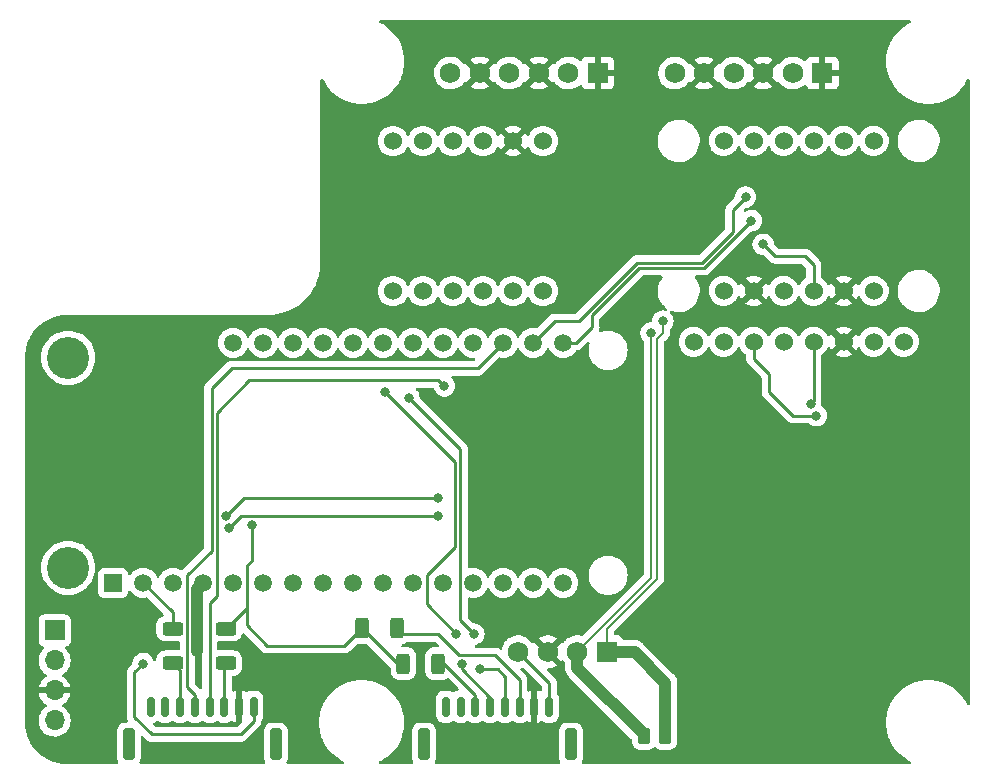
<source format=gbr>
%TF.GenerationSoftware,KiCad,Pcbnew,(6.0.10-0)*%
%TF.CreationDate,2023-01-18T17:39:01-08:00*%
%TF.ProjectId,Sensor,53656e73-6f72-42e6-9b69-6361645f7063,rev?*%
%TF.SameCoordinates,Original*%
%TF.FileFunction,Copper,L1,Top*%
%TF.FilePolarity,Positive*%
%FSLAX46Y46*%
G04 Gerber Fmt 4.6, Leading zero omitted, Abs format (unit mm)*
G04 Created by KiCad (PCBNEW (6.0.10-0)) date 2023-01-18 17:39:01*
%MOMM*%
%LPD*%
G01*
G04 APERTURE LIST*
G04 Aperture macros list*
%AMRoundRect*
0 Rectangle with rounded corners*
0 $1 Rounding radius*
0 $2 $3 $4 $5 $6 $7 $8 $9 X,Y pos of 4 corners*
0 Add a 4 corners polygon primitive as box body*
4,1,4,$2,$3,$4,$5,$6,$7,$8,$9,$2,$3,0*
0 Add four circle primitives for the rounded corners*
1,1,$1+$1,$2,$3*
1,1,$1+$1,$4,$5*
1,1,$1+$1,$6,$7*
1,1,$1+$1,$8,$9*
0 Add four rect primitives between the rounded corners*
20,1,$1+$1,$2,$3,$4,$5,0*
20,1,$1+$1,$4,$5,$6,$7,0*
20,1,$1+$1,$6,$7,$8,$9,0*
20,1,$1+$1,$8,$9,$2,$3,0*%
G04 Aperture macros list end*
%TA.AperFunction,SMDPad,CuDef*%
%ADD10RoundRect,0.250000X0.312500X0.625000X-0.312500X0.625000X-0.312500X-0.625000X0.312500X-0.625000X0*%
%TD*%
%TA.AperFunction,SMDPad,CuDef*%
%ADD11RoundRect,0.250000X0.625000X-0.312500X0.625000X0.312500X-0.625000X0.312500X-0.625000X-0.312500X0*%
%TD*%
%TA.AperFunction,ComponentPad*%
%ADD12R,1.700000X1.700000*%
%TD*%
%TA.AperFunction,ComponentPad*%
%ADD13O,1.700000X1.700000*%
%TD*%
%TA.AperFunction,SMDPad,CuDef*%
%ADD14RoundRect,0.250000X0.262500X0.450000X-0.262500X0.450000X-0.262500X-0.450000X0.262500X-0.450000X0*%
%TD*%
%TA.AperFunction,ComponentPad*%
%ADD15R,1.750000X1.750000*%
%TD*%
%TA.AperFunction,ComponentPad*%
%ADD16C,1.750000*%
%TD*%
%TA.AperFunction,SMDPad,CuDef*%
%ADD17RoundRect,0.150000X-0.150000X-0.700000X0.150000X-0.700000X0.150000X0.700000X-0.150000X0.700000X0*%
%TD*%
%TA.AperFunction,SMDPad,CuDef*%
%ADD18RoundRect,0.250000X-0.250000X-1.100000X0.250000X-1.100000X0.250000X1.100000X-0.250000X1.100000X0*%
%TD*%
%TA.AperFunction,ComponentPad*%
%ADD19R,1.508000X1.508000*%
%TD*%
%TA.AperFunction,ComponentPad*%
%ADD20C,1.508000*%
%TD*%
%TA.AperFunction,ComponentPad*%
%ADD21C,3.556000*%
%TD*%
%TA.AperFunction,ComponentPad*%
%ADD22C,1.524000*%
%TD*%
%TA.AperFunction,ViaPad*%
%ADD23C,0.800000*%
%TD*%
%TA.AperFunction,Conductor*%
%ADD24C,0.250000*%
%TD*%
%TA.AperFunction,Conductor*%
%ADD25C,1.000000*%
%TD*%
%TA.AperFunction,Conductor*%
%ADD26C,0.200000*%
%TD*%
G04 APERTURE END LIST*
D10*
%TO.P,R2,1*%
%TO.N,/RST_2*%
X56462500Y-131000000D03*
%TO.P,R2,2*%
%TO.N,+3V3*%
X53537500Y-131000000D03*
%TD*%
D11*
%TO.P,R3,1*%
%TO.N,/SC1*%
X38500000Y-130962500D03*
%TO.P,R3,2*%
%TO.N,+3V3*%
X38500000Y-128037500D03*
%TD*%
D12*
%TO.P,J1,1,Pin_1*%
%TO.N,/TX*%
X24000000Y-128200000D03*
D13*
%TO.P,J1,2,Pin_2*%
%TO.N,/RX*%
X24000000Y-130740000D03*
%TO.P,J1,3,Pin_3*%
%TO.N,GND*%
X24000000Y-133280000D03*
%TO.P,J1,4,Pin_4*%
%TO.N,+5V*%
X24000000Y-135820000D03*
%TD*%
D14*
%TO.P,R5,1*%
%TO.N,/A3P*%
X75712500Y-137100000D03*
%TO.P,R5,2*%
%TO.N,/A3N*%
X73887500Y-137100000D03*
%TD*%
D15*
%TO.P,J4,1,Pin_1*%
%TO.N,GND*%
X70000000Y-81000000D03*
D16*
%TO.P,J4,2,Pin_2*%
%TO.N,/A1N*%
X67500000Y-81000000D03*
%TO.P,J4,3,Pin_3*%
%TO.N,GND*%
X65000000Y-81000000D03*
%TO.P,J4,4,Pin_4*%
%TO.N,/A1P*%
X62500000Y-81000000D03*
%TO.P,J4,5,Pin_5*%
%TO.N,GND*%
X60000000Y-81000000D03*
%TO.P,J4,6,Pin_6*%
%TO.N,+5V*%
X57500000Y-81000000D03*
%TD*%
D15*
%TO.P,J5,1,Pin_1*%
%TO.N,GND*%
X89000000Y-81000000D03*
D16*
%TO.P,J5,2,Pin_2*%
%TO.N,/A2N*%
X86500000Y-81000000D03*
%TO.P,J5,3,Pin_3*%
%TO.N,GND*%
X84000000Y-81000000D03*
%TO.P,J5,4,Pin_4*%
%TO.N,/A2P*%
X81500000Y-81000000D03*
%TO.P,J5,5,Pin_5*%
%TO.N,GND*%
X79000000Y-81000000D03*
%TO.P,J5,6,Pin_6*%
%TO.N,+5V*%
X76500000Y-81000000D03*
%TD*%
D17*
%TO.P,J2,1,Pin_1*%
%TO.N,unconnected-(J2-Pad1)*%
X32125000Y-134650000D03*
%TO.P,J2,2,Pin_2*%
%TO.N,unconnected-(J2-Pad2)*%
X33375000Y-134650000D03*
%TO.P,J2,3,Pin_3*%
%TO.N,/RST_1*%
X34625000Y-134650000D03*
%TO.P,J2,4,Pin_4*%
%TO.N,/VTX_1*%
X35875000Y-134650000D03*
%TO.P,J2,5,Pin_5*%
%TO.N,/VRX_1*%
X37125000Y-134650000D03*
%TO.P,J2,6,Pin_6*%
%TO.N,/SC1*%
X38375000Y-134650000D03*
%TO.P,J2,7,Pin_7*%
%TO.N,GND*%
X39625000Y-134650000D03*
%TO.P,J2,8,Pin_8*%
%TO.N,+5V*%
X40875000Y-134650000D03*
D18*
%TO.P,J2,MP*%
%TO.N,N/C*%
X42725000Y-137850000D03*
X30275000Y-137850000D03*
%TD*%
D17*
%TO.P,J3,1,Pin_1*%
%TO.N,unconnected-(J3-Pad1)*%
X57125000Y-134650000D03*
%TO.P,J3,2,Pin_2*%
%TO.N,unconnected-(J3-Pad2)*%
X58375000Y-134650000D03*
%TO.P,J3,3,Pin_3*%
%TO.N,/RST_2*%
X59625000Y-134650000D03*
%TO.P,J3,4,Pin_4*%
%TO.N,/VTX_2*%
X60875000Y-134650000D03*
%TO.P,J3,5,Pin_5*%
%TO.N,/VRX_2*%
X62125000Y-134650000D03*
%TO.P,J3,6,Pin_6*%
%TO.N,/SC2*%
X63375000Y-134650000D03*
%TO.P,J3,7,Pin_7*%
%TO.N,GND*%
X64625000Y-134650000D03*
%TO.P,J3,8,Pin_8*%
%TO.N,+5V*%
X65875000Y-134650000D03*
D18*
%TO.P,J3,MP*%
%TO.N,N/C*%
X55275000Y-137850000D03*
X67725000Y-137850000D03*
%TD*%
D15*
%TO.P,J6,1,Pin_1*%
%TO.N,/A3P*%
X70750000Y-130000000D03*
D16*
%TO.P,J6,2,Pin_2*%
%TO.N,/A3N*%
X68250000Y-130000000D03*
%TO.P,J6,3,Pin_3*%
%TO.N,GND*%
X65750000Y-130000000D03*
%TO.P,J6,4,Pin_4*%
%TO.N,+5V*%
X63250000Y-130000000D03*
%TD*%
D11*
%TO.P,R1,1*%
%TO.N,/RST_1*%
X34000000Y-130962500D03*
%TO.P,R1,2*%
%TO.N,+3V3*%
X34000000Y-128037500D03*
%TD*%
D19*
%TO.P,U1,1,RST*%
%TO.N,unconnected-(U1-Pad1)*%
X28950000Y-124160000D03*
D20*
%TO.P,U1,2,3V*%
%TO.N,+3V3*%
X31490000Y-124160000D03*
%TO.P,U1,3*%
%TO.N,N/C*%
X34030000Y-124160000D03*
%TO.P,U1,4,GND*%
%TO.N,GND*%
X36570000Y-124160000D03*
%TO.P,U1,5,ADC*%
%TO.N,unconnected-(U1-Pad5)*%
X39110000Y-124160000D03*
%TO.P,U1,6*%
%TO.N,N/C*%
X41650000Y-124160000D03*
%TO.P,U1,7*%
X44190000Y-124160000D03*
%TO.P,U1,8*%
X46730000Y-124160000D03*
%TO.P,U1,9*%
X49270000Y-124160000D03*
%TO.P,U1,10*%
X51810000Y-124160000D03*
%TO.P,U1,11,SCK*%
%TO.N,/SCK*%
X54350000Y-124160000D03*
%TO.P,U1,12,MOSI*%
%TO.N,/MOSI*%
X56890000Y-124160000D03*
%TO.P,U1,13,MIS0*%
%TO.N,/MISO*%
X59430000Y-124160000D03*
%TO.P,U1,14,RX*%
%TO.N,/RX*%
X61970000Y-124160000D03*
%TO.P,U1,15,TX*%
%TO.N,/TX*%
X64510000Y-124160000D03*
%TO.P,U1,16,CHPD*%
%TO.N,unconnected-(U1-Pad16)*%
X67050000Y-124160000D03*
%TO.P,U1,17,BAT*%
%TO.N,unconnected-(U1-Pad17)*%
X39110000Y-103840000D03*
%TO.P,U1,18,EN*%
%TO.N,unconnected-(U1-Pad18)*%
X41650000Y-103840000D03*
%TO.P,U1,19,USB*%
%TO.N,+5V*%
X44190000Y-103840000D03*
%TO.P,U1,20,GPIO14*%
%TO.N,/CS1*%
X46730000Y-103840000D03*
%TO.P,U1,21,GPIO12*%
%TO.N,/VRX_2*%
X49270000Y-103840000D03*
%TO.P,U1,22,GPIO13*%
%TO.N,/VTX_2*%
X51810000Y-103840000D03*
%TO.P,U1,23,GPIO15*%
%TO.N,unconnected-(U1-Pad23)*%
X54350000Y-103840000D03*
%TO.P,U1,24,GPIO0*%
%TO.N,/VRX_1*%
X56890000Y-103840000D03*
%TO.P,U1,25,GPIO16*%
%TO.N,unconnected-(U1-Pad25)*%
X59430000Y-103840000D03*
%TO.P,U1,26,GPIO2*%
%TO.N,/VTX_1*%
X61970000Y-103840000D03*
%TO.P,U1,27,SCL/GPIO5*%
%TO.N,/SCL*%
X64510000Y-103840000D03*
%TO.P,U1,28,SDA/GPIO4*%
%TO.N,/SDA*%
X67050000Y-103840000D03*
D21*
%TO.P,U1,S1*%
%TO.N,N/C*%
X25140000Y-122890000D03*
%TO.P,U1,S2*%
X25140000Y-105110000D03*
%TD*%
D22*
%TO.P,U4,3.3V,3.3V*%
%TO.N,unconnected-(U4-Pad3.3V)*%
X93350000Y-103760000D03*
%TO.P,U4,5V,5V*%
%TO.N,+5V*%
X95890000Y-103760000D03*
%TO.P,U4,CD,CD*%
%TO.N,unconnected-(U4-PadCD)*%
X78110000Y-103760000D03*
%TO.P,U4,CLK,CLK*%
%TO.N,/SCK*%
X88270000Y-103760000D03*
%TO.P,U4,CS,CS*%
%TO.N,/CS1*%
X80650000Y-103760000D03*
%TO.P,U4,DI,DI*%
%TO.N,/MOSI*%
X83190000Y-103760000D03*
%TO.P,U4,DO,DO*%
%TO.N,/MISO*%
X85730000Y-103760000D03*
%TO.P,U4,GND,GND*%
%TO.N,GND*%
X90810000Y-103760000D03*
%TD*%
%TO.P,U3,A+,A+*%
%TO.N,unconnected-(U3-PadA+)*%
X65350000Y-99460000D03*
%TO.P,U3,A-,A-*%
%TO.N,unconnected-(U3-PadA-)*%
X52650000Y-99460000D03*
%TO.P,U3,A0,A0*%
%TO.N,unconnected-(U3-PadA0)*%
X55190000Y-99460000D03*
%TO.P,U3,A1,A1*%
%TO.N,unconnected-(U3-PadA1)*%
X57730000Y-99460000D03*
%TO.P,U3,A2,A2*%
%TO.N,/A3N*%
X60270000Y-99460000D03*
%TO.P,U3,A3,A3*%
%TO.N,/A3P*%
X62810000Y-99460000D03*
%TO.P,U3,ADDR,ADDR*%
%TO.N,+5V*%
X55190000Y-86760000D03*
%TO.P,U3,ALRT,ALRT*%
%TO.N,unconnected-(U3-PadALRT)*%
X52650000Y-86760000D03*
%TO.P,U3,GND,GND*%
%TO.N,GND*%
X62810000Y-86760000D03*
%TO.P,U3,SCL,SCL*%
%TO.N,/SCL*%
X60270000Y-86760000D03*
%TO.P,U3,SDA,SDA*%
%TO.N,/SDA*%
X57730000Y-86760000D03*
%TO.P,U3,VIN,VIN*%
%TO.N,+5V*%
X65350000Y-86760000D03*
%TD*%
D10*
%TO.P,R4,1*%
%TO.N,/SC2*%
X52962500Y-128000000D03*
%TO.P,R4,2*%
%TO.N,+3V3*%
X50037500Y-128000000D03*
%TD*%
D22*
%TO.P,U2,A+,A+*%
%TO.N,unconnected-(U2-PadA+)*%
X80650000Y-86745000D03*
%TO.P,U2,A-,A-*%
%TO.N,unconnected-(U2-PadA-)*%
X93350000Y-86745000D03*
%TO.P,U2,A0,A0*%
%TO.N,/A2N*%
X90810000Y-86745000D03*
%TO.P,U2,A1,A1*%
%TO.N,/A2P*%
X88270000Y-86745000D03*
%TO.P,U2,A2,A2*%
%TO.N,/A1N*%
X85730000Y-86745000D03*
%TO.P,U2,A3,A3*%
%TO.N,/A1P*%
X83190000Y-86745000D03*
%TO.P,U2,ADDR,ADDR*%
%TO.N,GND*%
X90810000Y-99445000D03*
%TO.P,U2,ALRT,ALRT*%
%TO.N,unconnected-(U2-PadALRT)*%
X93350000Y-99445000D03*
%TO.P,U2,GND,GND*%
%TO.N,GND*%
X83190000Y-99445000D03*
%TO.P,U2,SCL,SCL*%
%TO.N,/SCL*%
X85730000Y-99445000D03*
%TO.P,U2,SDA,SDA*%
%TO.N,/SDA*%
X88270000Y-99445000D03*
%TO.P,U2,VIN,VIN*%
%TO.N,+5V*%
X80650000Y-99445000D03*
%TD*%
D23*
%TO.N,+5V*%
X31500000Y-131000000D03*
%TO.N,GND*%
X45250000Y-130750000D03*
X36075000Y-129925000D03*
%TO.N,/TX*%
X38500000Y-118500000D03*
X56500000Y-117000000D03*
%TO.N,/RX*%
X38750000Y-119500000D03*
X56500000Y-118500000D03*
%TO.N,/VRX_1*%
X57000000Y-107500000D03*
%TO.N,/A3N*%
X74500000Y-103000000D03*
%TO.N,/A3P*%
X75500000Y-102000000D03*
%TO.N,+3V3*%
X40750000Y-119250000D03*
%TO.N,/SCK*%
X88000000Y-109000000D03*
%TO.N,/MOSI*%
X88500000Y-110000000D03*
%TO.N,/SCL*%
X82500000Y-91500000D03*
%TO.N,/SDA*%
X83000000Y-93500000D03*
X84000000Y-95500000D03*
%TO.N,/VRX_2*%
X60000000Y-131500000D03*
X54000000Y-108500000D03*
X59500000Y-128500000D03*
%TO.N,/VTX_2*%
X58500000Y-131000000D03*
X58000000Y-128500000D03*
X52000000Y-108000000D03*
%TD*%
D24*
%TO.N,+5V*%
X40875000Y-135875000D02*
X39750000Y-137000000D01*
X40875000Y-134650000D02*
X40875000Y-135875000D01*
X30750000Y-135500000D02*
X30750000Y-131750000D01*
X39750000Y-137000000D02*
X32250000Y-137000000D01*
X65875000Y-132625000D02*
X63250000Y-130000000D01*
X32250000Y-137000000D02*
X30750000Y-135500000D01*
X30750000Y-131750000D02*
X31500000Y-131000000D01*
X65875000Y-134650000D02*
X65875000Y-132625000D01*
D25*
%TO.N,GND*%
X36570000Y-124160000D02*
X36075000Y-124655000D01*
D24*
X45250000Y-130750000D02*
X41750000Y-130750000D01*
X41750000Y-130750000D02*
X39625000Y-132875000D01*
D25*
X36075000Y-124655000D02*
X36075000Y-129925000D01*
D24*
X39625000Y-132875000D02*
X39625000Y-134650000D01*
%TO.N,/TX*%
X56500000Y-117000000D02*
X40000000Y-117000000D01*
X40000000Y-117000000D02*
X38500000Y-118500000D01*
%TO.N,/RX*%
X56500000Y-118500000D02*
X39750000Y-118500000D01*
X39750000Y-118500000D02*
X38750000Y-119500000D01*
%TO.N,/RST_1*%
X34625000Y-131587500D02*
X34000000Y-130962500D01*
X34625000Y-134650000D02*
X34625000Y-131587500D01*
%TO.N,/VTX_1*%
X35250000Y-133000000D02*
X35250000Y-123500000D01*
X39000000Y-106000000D02*
X59810000Y-106000000D01*
X35875000Y-133625000D02*
X35250000Y-133000000D01*
X37300000Y-121450000D02*
X37300000Y-107700000D01*
X35250000Y-123500000D02*
X37300000Y-121450000D01*
X37300000Y-107700000D02*
X39000000Y-106000000D01*
X35875000Y-134650000D02*
X35875000Y-133625000D01*
X59810000Y-106000000D02*
X61970000Y-103840000D01*
%TO.N,/VRX_1*%
X37750000Y-109750000D02*
X40500000Y-107000000D01*
X40500000Y-107000000D02*
X56500000Y-107000000D01*
X37750000Y-125250000D02*
X37750000Y-109750000D01*
X56500000Y-107000000D02*
X57000000Y-107500000D01*
X37125000Y-134650000D02*
X37125000Y-125875000D01*
X37125000Y-125875000D02*
X37750000Y-125250000D01*
%TO.N,/SC1*%
X38375000Y-134650000D02*
X38375000Y-131087500D01*
X38375000Y-131087500D02*
X38500000Y-130962500D01*
%TO.N,/RST_2*%
X59625000Y-134650000D02*
X59625000Y-133625000D01*
X57000000Y-131000000D02*
X56462500Y-131000000D01*
X59625000Y-133625000D02*
X57000000Y-131000000D01*
%TO.N,/SC2*%
X58275000Y-130275000D02*
X61275000Y-130275000D01*
X56500000Y-128500000D02*
X58275000Y-130275000D01*
X63375000Y-132375000D02*
X63375000Y-134650000D01*
X53462500Y-128500000D02*
X56500000Y-128500000D01*
X52962500Y-128000000D02*
X53462500Y-128500000D01*
X61275000Y-130275000D02*
X63375000Y-132375000D01*
D25*
%TO.N,/A3N*%
X73887500Y-137100000D02*
X73887500Y-136987500D01*
D26*
X74500000Y-123750000D02*
X68250000Y-130000000D01*
D25*
X68250000Y-131350000D02*
X68250000Y-130000000D01*
D26*
X74500000Y-103000000D02*
X74500000Y-123750000D01*
D25*
X73887500Y-136987500D02*
X68250000Y-131350000D01*
D26*
%TO.N,/A3P*%
X75500000Y-102989950D02*
X75000000Y-103489950D01*
D25*
X73100000Y-130000000D02*
X70750000Y-130000000D01*
D26*
X75500000Y-102000000D02*
X75500000Y-102989950D01*
D25*
X75712500Y-137100000D02*
X75712500Y-132612500D01*
D26*
X70750000Y-128065686D02*
X70750000Y-130000000D01*
X75000000Y-123815686D02*
X70750000Y-128065686D01*
X75000000Y-103489950D02*
X75000000Y-123815686D01*
D25*
X75712500Y-132612500D02*
X73100000Y-130000000D01*
D24*
%TO.N,+3V3*%
X34000000Y-128037500D02*
X34000000Y-126670000D01*
X40250000Y-122750000D02*
X40250000Y-126287500D01*
X38500000Y-128037500D02*
X40250000Y-126287500D01*
X48537500Y-129500000D02*
X42000000Y-129500000D01*
X42000000Y-129500000D02*
X40250000Y-127750000D01*
X53537500Y-131000000D02*
X53037500Y-131000000D01*
X53037500Y-131000000D02*
X50037500Y-128000000D01*
X40750000Y-122250000D02*
X40250000Y-122750000D01*
X40750000Y-119250000D02*
X40750000Y-122250000D01*
X40250000Y-127750000D02*
X40250000Y-126287500D01*
X34000000Y-126670000D02*
X31490000Y-124160000D01*
X50037500Y-128000000D02*
X48537500Y-129500000D01*
%TO.N,/SCK*%
X88270000Y-108730000D02*
X88270000Y-103760000D01*
X88000000Y-109000000D02*
X88270000Y-108730000D01*
%TO.N,/MOSI*%
X83190000Y-105190000D02*
X83190000Y-103760000D01*
X88500000Y-110000000D02*
X86500000Y-110000000D01*
X86500000Y-110000000D02*
X84500000Y-108000000D01*
X84500000Y-108000000D02*
X84500000Y-106500000D01*
X84500000Y-106500000D02*
X83190000Y-105190000D01*
%TO.N,/SCL*%
X81431802Y-92568198D02*
X81431802Y-94431802D01*
X78813604Y-97050000D02*
X73313604Y-97050000D01*
X73313604Y-97050000D02*
X68363604Y-102000000D01*
X82500000Y-91500000D02*
X81431802Y-92568198D01*
X68363604Y-102000000D02*
X66350000Y-102000000D01*
X81431802Y-94431802D02*
X78813604Y-97050000D01*
X66350000Y-102000000D02*
X64510000Y-103840000D01*
%TO.N,/SDA*%
X87500000Y-96500000D02*
X88270000Y-97270000D01*
X85000000Y-96500000D02*
X87500000Y-96500000D01*
X68160000Y-103840000D02*
X67050000Y-103840000D01*
X88270000Y-97270000D02*
X88270000Y-99445000D01*
X79000000Y-97500000D02*
X73500000Y-97500000D01*
X84000000Y-95500000D02*
X85000000Y-96500000D01*
X73500000Y-97500000D02*
X69500000Y-101500000D01*
X83000000Y-93500000D02*
X79000000Y-97500000D01*
X69500000Y-102500000D02*
X68160000Y-103840000D01*
X69500000Y-101500000D02*
X69500000Y-102500000D01*
%TO.N,/VRX_2*%
X58351000Y-127351000D02*
X58351000Y-112851000D01*
X61500000Y-131500000D02*
X62125000Y-132125000D01*
X62125000Y-132125000D02*
X62125000Y-134650000D01*
X59500000Y-128500000D02*
X58351000Y-127351000D01*
X60000000Y-131500000D02*
X61500000Y-131500000D01*
X58351000Y-112851000D02*
X54000000Y-108500000D01*
%TO.N,/VTX_2*%
X55500000Y-126000000D02*
X55500000Y-123500000D01*
X58500000Y-131500000D02*
X60875000Y-133875000D01*
X60875000Y-133875000D02*
X60875000Y-134650000D01*
X57901000Y-113901000D02*
X52000000Y-108000000D01*
X55500000Y-123500000D02*
X57901000Y-121099000D01*
X57901000Y-121099000D02*
X57901000Y-113901000D01*
X58500000Y-131000000D02*
X58500000Y-131500000D01*
X58000000Y-128500000D02*
X55500000Y-126000000D01*
%TD*%
%TA.AperFunction,Conductor*%
%TO.N,GND*%
G36*
X96464966Y-76528502D02*
G01*
X96511459Y-76582158D01*
X96521563Y-76652432D01*
X96492069Y-76717012D01*
X96454048Y-76746767D01*
X96200221Y-76876098D01*
X96200214Y-76876102D01*
X96197280Y-76877597D01*
X95880775Y-77083137D01*
X95587489Y-77320635D01*
X95320635Y-77587489D01*
X95083137Y-77880775D01*
X95081335Y-77883550D01*
X94879395Y-78194510D01*
X94879393Y-78194513D01*
X94877597Y-78197279D01*
X94876102Y-78200213D01*
X94876098Y-78200220D01*
X94745500Y-78456533D01*
X94706266Y-78533535D01*
X94571022Y-78885857D01*
X94473347Y-79250387D01*
X94472831Y-79253648D01*
X94414992Y-79618825D01*
X94414310Y-79623129D01*
X94394559Y-80000000D01*
X94414310Y-80376871D01*
X94473347Y-80749613D01*
X94571022Y-81114143D01*
X94706266Y-81466465D01*
X94707764Y-81469405D01*
X94867024Y-81781969D01*
X94877597Y-81802720D01*
X95083137Y-82119225D01*
X95320635Y-82412511D01*
X95587489Y-82679365D01*
X95880775Y-82916863D01*
X96197280Y-83122403D01*
X96200214Y-83123898D01*
X96200221Y-83123902D01*
X96530595Y-83292236D01*
X96533535Y-83293734D01*
X96885857Y-83428978D01*
X97250387Y-83526653D01*
X97448353Y-83558008D01*
X97619881Y-83585176D01*
X97619889Y-83585177D01*
X97623129Y-83585690D01*
X97905720Y-83600500D01*
X98094280Y-83600500D01*
X98376871Y-83585690D01*
X98380111Y-83585177D01*
X98380119Y-83585176D01*
X98551647Y-83558008D01*
X98749613Y-83526653D01*
X99114143Y-83428978D01*
X99466465Y-83293734D01*
X99469405Y-83292236D01*
X99799779Y-83123902D01*
X99799786Y-83123898D01*
X99802720Y-83122403D01*
X100119225Y-82916863D01*
X100412511Y-82679365D01*
X100679365Y-82412511D01*
X100916863Y-82119225D01*
X101062121Y-81895547D01*
X101120605Y-81805490D01*
X101120607Y-81805487D01*
X101122403Y-81802721D01*
X101123903Y-81799779D01*
X101253233Y-81545953D01*
X101301981Y-81494338D01*
X101370896Y-81477272D01*
X101438098Y-81500173D01*
X101482250Y-81555770D01*
X101491500Y-81603156D01*
X101491500Y-134396845D01*
X101471498Y-134464966D01*
X101417842Y-134511459D01*
X101347568Y-134521563D01*
X101282988Y-134492069D01*
X101253233Y-134454048D01*
X101123902Y-134200221D01*
X101123898Y-134200214D01*
X101122403Y-134197280D01*
X100916863Y-133880775D01*
X100679365Y-133587489D01*
X100412511Y-133320635D01*
X100119225Y-133083137D01*
X99980932Y-132993329D01*
X99805489Y-132879395D01*
X99805486Y-132879393D01*
X99802720Y-132877597D01*
X99799786Y-132876102D01*
X99799779Y-132876098D01*
X99469405Y-132707764D01*
X99466465Y-132706266D01*
X99150932Y-132585144D01*
X99117233Y-132572208D01*
X99117231Y-132572207D01*
X99114143Y-132571022D01*
X98749613Y-132473347D01*
X98536507Y-132439594D01*
X98380119Y-132414824D01*
X98380111Y-132414823D01*
X98376871Y-132414310D01*
X98094280Y-132399500D01*
X97905720Y-132399500D01*
X97623129Y-132414310D01*
X97619889Y-132414823D01*
X97619881Y-132414824D01*
X97463493Y-132439594D01*
X97250387Y-132473347D01*
X96885857Y-132571022D01*
X96882769Y-132572207D01*
X96882767Y-132572208D01*
X96849068Y-132585144D01*
X96533535Y-132706266D01*
X96530595Y-132707764D01*
X96200221Y-132876098D01*
X96200214Y-132876102D01*
X96197280Y-132877597D01*
X96194514Y-132879393D01*
X96194511Y-132879395D01*
X96019068Y-132993329D01*
X95880775Y-133083137D01*
X95587489Y-133320635D01*
X95320635Y-133587489D01*
X95083137Y-133880775D01*
X95081335Y-133883550D01*
X94879395Y-134194510D01*
X94879393Y-134194513D01*
X94877597Y-134197279D01*
X94876102Y-134200213D01*
X94876098Y-134200220D01*
X94749522Y-134448641D01*
X94706266Y-134533535D01*
X94655223Y-134666507D01*
X94596361Y-134819848D01*
X94571022Y-134885857D01*
X94473347Y-135250387D01*
X94444890Y-135430058D01*
X94416786Y-135607497D01*
X94414310Y-135623129D01*
X94394559Y-136000000D01*
X94414310Y-136376871D01*
X94414823Y-136380111D01*
X94414824Y-136380119D01*
X94437974Y-136526277D01*
X94473347Y-136749613D01*
X94571022Y-137114143D01*
X94572207Y-137117231D01*
X94572208Y-137117233D01*
X94596975Y-137181753D01*
X94706266Y-137466465D01*
X94707764Y-137469405D01*
X94824906Y-137699308D01*
X94877597Y-137802720D01*
X94879393Y-137805486D01*
X94879395Y-137805489D01*
X94927113Y-137878968D01*
X95083137Y-138119225D01*
X95320635Y-138412511D01*
X95587489Y-138679365D01*
X95880775Y-138916863D01*
X95883550Y-138918665D01*
X96170268Y-139104861D01*
X96197280Y-139122403D01*
X96200214Y-139123898D01*
X96200221Y-139123902D01*
X96454048Y-139253233D01*
X96505663Y-139301981D01*
X96522729Y-139370896D01*
X96499828Y-139438098D01*
X96444231Y-139482250D01*
X96396845Y-139491500D01*
X68757950Y-139491500D01*
X68689829Y-139471498D01*
X68643336Y-139417842D01*
X68633232Y-139347568D01*
X68650690Y-139299384D01*
X68663275Y-139278968D01*
X68663276Y-139278966D01*
X68667115Y-139272738D01*
X68694217Y-139191028D01*
X68720632Y-139111389D01*
X68720632Y-139111387D01*
X68722797Y-139104861D01*
X68725750Y-139076045D01*
X68733172Y-139003598D01*
X68733500Y-139000400D01*
X68733500Y-136699600D01*
X68725769Y-136625088D01*
X68723238Y-136600692D01*
X68723237Y-136600688D01*
X68722526Y-136593834D01*
X68666550Y-136426054D01*
X68573478Y-136275652D01*
X68448303Y-136150695D01*
X68350555Y-136090442D01*
X68303968Y-136061725D01*
X68303966Y-136061724D01*
X68297738Y-136057885D01*
X68182369Y-136019619D01*
X68136389Y-136004368D01*
X68136387Y-136004368D01*
X68129861Y-136002203D01*
X68123025Y-136001503D01*
X68123022Y-136001502D01*
X68076142Y-135996699D01*
X68025400Y-135991500D01*
X67424600Y-135991500D01*
X67421354Y-135991837D01*
X67421350Y-135991837D01*
X67325692Y-136001762D01*
X67325688Y-136001763D01*
X67318834Y-136002474D01*
X67312298Y-136004655D01*
X67312296Y-136004655D01*
X67227136Y-136033067D01*
X67151054Y-136058450D01*
X67000652Y-136151522D01*
X66875695Y-136276697D01*
X66871855Y-136282927D01*
X66871854Y-136282928D01*
X66803810Y-136393316D01*
X66782885Y-136427262D01*
X66727203Y-136595139D01*
X66716500Y-136699600D01*
X66716500Y-139000400D01*
X66716837Y-139003646D01*
X66716837Y-139003650D01*
X66724954Y-139081874D01*
X66727474Y-139106166D01*
X66783450Y-139273946D01*
X66799077Y-139299198D01*
X66817914Y-139367648D01*
X66796753Y-139435418D01*
X66742313Y-139480989D01*
X66691932Y-139491500D01*
X56307950Y-139491500D01*
X56239829Y-139471498D01*
X56193336Y-139417842D01*
X56183232Y-139347568D01*
X56200690Y-139299384D01*
X56213275Y-139278968D01*
X56213276Y-139278966D01*
X56217115Y-139272738D01*
X56244217Y-139191028D01*
X56270632Y-139111389D01*
X56270632Y-139111387D01*
X56272797Y-139104861D01*
X56275750Y-139076045D01*
X56283172Y-139003598D01*
X56283500Y-139000400D01*
X56283500Y-136699600D01*
X56275769Y-136625088D01*
X56273238Y-136600692D01*
X56273237Y-136600688D01*
X56272526Y-136593834D01*
X56216550Y-136426054D01*
X56123478Y-136275652D01*
X55998303Y-136150695D01*
X55900555Y-136090442D01*
X55853968Y-136061725D01*
X55853966Y-136061724D01*
X55847738Y-136057885D01*
X55732369Y-136019619D01*
X55686389Y-136004368D01*
X55686387Y-136004368D01*
X55679861Y-136002203D01*
X55673025Y-136001503D01*
X55673022Y-136001502D01*
X55626142Y-135996699D01*
X55575400Y-135991500D01*
X54974600Y-135991500D01*
X54971354Y-135991837D01*
X54971350Y-135991837D01*
X54875692Y-136001762D01*
X54875688Y-136001763D01*
X54868834Y-136002474D01*
X54862298Y-136004655D01*
X54862296Y-136004655D01*
X54777136Y-136033067D01*
X54701054Y-136058450D01*
X54550652Y-136151522D01*
X54425695Y-136276697D01*
X54421855Y-136282927D01*
X54421854Y-136282928D01*
X54353810Y-136393316D01*
X54332885Y-136427262D01*
X54277203Y-136595139D01*
X54266500Y-136699600D01*
X54266500Y-139000400D01*
X54266837Y-139003646D01*
X54266837Y-139003650D01*
X54274954Y-139081874D01*
X54277474Y-139106166D01*
X54333450Y-139273946D01*
X54349077Y-139299198D01*
X54367914Y-139367648D01*
X54346753Y-139435418D01*
X54292313Y-139480989D01*
X54241932Y-139491500D01*
X51603155Y-139491500D01*
X51535034Y-139471498D01*
X51488541Y-139417842D01*
X51478437Y-139347568D01*
X51507931Y-139282988D01*
X51545952Y-139253233D01*
X51799779Y-139123902D01*
X51799786Y-139123898D01*
X51802720Y-139122403D01*
X51829733Y-139104861D01*
X52116450Y-138918665D01*
X52119225Y-138916863D01*
X52412511Y-138679365D01*
X52679365Y-138412511D01*
X52916863Y-138119225D01*
X53032555Y-137941075D01*
X53120605Y-137805490D01*
X53120607Y-137805487D01*
X53122403Y-137802721D01*
X53123903Y-137799779D01*
X53292236Y-137469405D01*
X53293734Y-137466465D01*
X53403025Y-137181753D01*
X53427792Y-137117233D01*
X53427793Y-137117231D01*
X53428978Y-137114143D01*
X53526653Y-136749613D01*
X53562026Y-136526277D01*
X53585176Y-136380119D01*
X53585177Y-136380111D01*
X53585690Y-136376871D01*
X53605441Y-136000000D01*
X53585690Y-135623129D01*
X53583215Y-135607497D01*
X53555110Y-135430058D01*
X53526653Y-135250387D01*
X53428978Y-134885857D01*
X53403640Y-134819848D01*
X53344777Y-134666507D01*
X53293734Y-134533535D01*
X53222085Y-134392916D01*
X53123902Y-134200221D01*
X53123898Y-134200214D01*
X53122403Y-134197280D01*
X52916863Y-133880775D01*
X52679365Y-133587489D01*
X52412511Y-133320635D01*
X52119225Y-133083137D01*
X51980932Y-132993329D01*
X51805489Y-132879395D01*
X51805486Y-132879393D01*
X51802720Y-132877597D01*
X51799786Y-132876102D01*
X51799779Y-132876098D01*
X51469405Y-132707764D01*
X51466465Y-132706266D01*
X51150932Y-132585144D01*
X51117233Y-132572208D01*
X51117231Y-132572207D01*
X51114143Y-132571022D01*
X50749613Y-132473347D01*
X50536507Y-132439594D01*
X50380119Y-132414824D01*
X50380111Y-132414823D01*
X50376871Y-132414310D01*
X50094280Y-132399500D01*
X49905720Y-132399500D01*
X49623129Y-132414310D01*
X49619889Y-132414823D01*
X49619881Y-132414824D01*
X49463493Y-132439594D01*
X49250387Y-132473347D01*
X48885857Y-132571022D01*
X48882769Y-132572207D01*
X48882767Y-132572208D01*
X48849068Y-132585144D01*
X48533535Y-132706266D01*
X48530595Y-132707764D01*
X48200221Y-132876098D01*
X48200214Y-132876102D01*
X48197280Y-132877597D01*
X48194514Y-132879393D01*
X48194511Y-132879395D01*
X48019068Y-132993329D01*
X47880775Y-133083137D01*
X47587489Y-133320635D01*
X47320635Y-133587489D01*
X47083137Y-133880775D01*
X47081335Y-133883550D01*
X46879395Y-134194510D01*
X46879393Y-134194513D01*
X46877597Y-134197279D01*
X46876102Y-134200213D01*
X46876098Y-134200220D01*
X46749522Y-134448641D01*
X46706266Y-134533535D01*
X46655223Y-134666507D01*
X46596361Y-134819848D01*
X46571022Y-134885857D01*
X46473347Y-135250387D01*
X46444890Y-135430058D01*
X46416786Y-135607497D01*
X46414310Y-135623129D01*
X46394559Y-136000000D01*
X46414310Y-136376871D01*
X46414823Y-136380111D01*
X46414824Y-136380119D01*
X46437974Y-136526277D01*
X46473347Y-136749613D01*
X46571022Y-137114143D01*
X46572207Y-137117231D01*
X46572208Y-137117233D01*
X46596975Y-137181753D01*
X46706266Y-137466465D01*
X46707764Y-137469405D01*
X46824906Y-137699308D01*
X46877597Y-137802720D01*
X46879393Y-137805486D01*
X46879395Y-137805489D01*
X46927113Y-137878968D01*
X47083137Y-138119225D01*
X47320635Y-138412511D01*
X47587489Y-138679365D01*
X47880775Y-138916863D01*
X47883550Y-138918665D01*
X48170268Y-139104861D01*
X48197280Y-139122403D01*
X48200214Y-139123898D01*
X48200221Y-139123902D01*
X48454048Y-139253233D01*
X48505663Y-139301981D01*
X48522729Y-139370896D01*
X48499828Y-139438098D01*
X48444231Y-139482250D01*
X48396845Y-139491500D01*
X43757950Y-139491500D01*
X43689829Y-139471498D01*
X43643336Y-139417842D01*
X43633232Y-139347568D01*
X43650690Y-139299384D01*
X43663275Y-139278968D01*
X43663276Y-139278966D01*
X43667115Y-139272738D01*
X43694217Y-139191028D01*
X43720632Y-139111389D01*
X43720632Y-139111387D01*
X43722797Y-139104861D01*
X43725750Y-139076045D01*
X43733172Y-139003598D01*
X43733500Y-139000400D01*
X43733500Y-136699600D01*
X43725769Y-136625088D01*
X43723238Y-136600692D01*
X43723237Y-136600688D01*
X43722526Y-136593834D01*
X43666550Y-136426054D01*
X43573478Y-136275652D01*
X43448303Y-136150695D01*
X43350555Y-136090442D01*
X43303968Y-136061725D01*
X43303966Y-136061724D01*
X43297738Y-136057885D01*
X43182369Y-136019619D01*
X43136389Y-136004368D01*
X43136387Y-136004368D01*
X43129861Y-136002203D01*
X43123025Y-136001503D01*
X43123022Y-136001502D01*
X43076142Y-135996699D01*
X43025400Y-135991500D01*
X42424600Y-135991500D01*
X42421354Y-135991837D01*
X42421350Y-135991837D01*
X42325692Y-136001762D01*
X42325688Y-136001763D01*
X42318834Y-136002474D01*
X42312298Y-136004655D01*
X42312296Y-136004655D01*
X42227136Y-136033067D01*
X42151054Y-136058450D01*
X42000652Y-136151522D01*
X41875695Y-136276697D01*
X41871855Y-136282927D01*
X41871854Y-136282928D01*
X41803810Y-136393316D01*
X41782885Y-136427262D01*
X41727203Y-136595139D01*
X41716500Y-136699600D01*
X41716500Y-139000400D01*
X41716837Y-139003646D01*
X41716837Y-139003650D01*
X41724954Y-139081874D01*
X41727474Y-139106166D01*
X41783450Y-139273946D01*
X41799077Y-139299198D01*
X41817914Y-139367648D01*
X41796753Y-139435418D01*
X41742313Y-139480989D01*
X41691932Y-139491500D01*
X31307950Y-139491500D01*
X31239829Y-139471498D01*
X31193336Y-139417842D01*
X31183232Y-139347568D01*
X31200690Y-139299384D01*
X31213275Y-139278968D01*
X31213276Y-139278966D01*
X31217115Y-139272738D01*
X31244217Y-139191028D01*
X31270632Y-139111389D01*
X31270632Y-139111387D01*
X31272797Y-139104861D01*
X31275750Y-139076045D01*
X31283172Y-139003598D01*
X31283500Y-139000400D01*
X31283500Y-137233594D01*
X31303502Y-137165473D01*
X31357158Y-137118980D01*
X31427432Y-137108876D01*
X31492012Y-137138370D01*
X31498595Y-137144499D01*
X31746343Y-137392247D01*
X31753887Y-137400537D01*
X31758000Y-137407018D01*
X31763777Y-137412443D01*
X31807667Y-137453658D01*
X31810509Y-137456413D01*
X31830230Y-137476134D01*
X31833425Y-137478612D01*
X31842447Y-137486318D01*
X31874679Y-137516586D01*
X31881628Y-137520406D01*
X31892432Y-137526346D01*
X31908956Y-137537199D01*
X31924959Y-137549613D01*
X31965543Y-137567176D01*
X31976173Y-137572383D01*
X32014940Y-137593695D01*
X32022617Y-137595666D01*
X32022622Y-137595668D01*
X32034558Y-137598732D01*
X32053266Y-137605137D01*
X32071855Y-137613181D01*
X32079680Y-137614420D01*
X32079682Y-137614421D01*
X32115519Y-137620097D01*
X32127140Y-137622504D01*
X32158959Y-137630673D01*
X32169970Y-137633500D01*
X32190231Y-137633500D01*
X32209940Y-137635051D01*
X32229943Y-137638219D01*
X32237835Y-137637473D01*
X32243062Y-137636979D01*
X32273954Y-137634059D01*
X32285811Y-137633500D01*
X39671233Y-137633500D01*
X39682416Y-137634027D01*
X39689909Y-137635702D01*
X39697835Y-137635453D01*
X39697836Y-137635453D01*
X39757986Y-137633562D01*
X39761945Y-137633500D01*
X39789856Y-137633500D01*
X39793791Y-137633003D01*
X39793856Y-137632995D01*
X39805693Y-137632062D01*
X39837951Y-137631048D01*
X39841970Y-137630922D01*
X39849889Y-137630673D01*
X39869343Y-137625021D01*
X39888700Y-137621013D01*
X39900930Y-137619468D01*
X39900931Y-137619468D01*
X39908797Y-137618474D01*
X39916168Y-137615555D01*
X39916170Y-137615555D01*
X39949912Y-137602196D01*
X39961142Y-137598351D01*
X39995983Y-137588229D01*
X39995984Y-137588229D01*
X40003593Y-137586018D01*
X40010412Y-137581985D01*
X40010417Y-137581983D01*
X40021028Y-137575707D01*
X40038776Y-137567012D01*
X40057617Y-137559552D01*
X40077987Y-137544753D01*
X40093387Y-137533564D01*
X40103307Y-137527048D01*
X40134535Y-137508580D01*
X40134538Y-137508578D01*
X40141362Y-137504542D01*
X40155683Y-137490221D01*
X40170717Y-137477380D01*
X40172432Y-137476134D01*
X40187107Y-137465472D01*
X40215298Y-137431395D01*
X40223288Y-137422616D01*
X41267247Y-136378657D01*
X41275537Y-136371113D01*
X41282018Y-136367000D01*
X41301271Y-136346498D01*
X41328658Y-136317333D01*
X41331413Y-136314491D01*
X41351134Y-136294770D01*
X41353612Y-136291575D01*
X41361318Y-136282553D01*
X41367798Y-136275652D01*
X41391586Y-136250321D01*
X41401346Y-136232568D01*
X41412199Y-136216045D01*
X41413356Y-136214553D01*
X41424613Y-136200041D01*
X41442176Y-136159457D01*
X41447383Y-136148827D01*
X41468695Y-136110060D01*
X41470666Y-136102383D01*
X41470668Y-136102378D01*
X41473732Y-136090442D01*
X41480138Y-136071730D01*
X41484217Y-136062306D01*
X41488181Y-136053145D01*
X41489421Y-136045317D01*
X41489423Y-136045310D01*
X41495099Y-136009476D01*
X41497505Y-135997856D01*
X41506528Y-135962711D01*
X41506528Y-135962710D01*
X41508500Y-135955030D01*
X41508500Y-135934776D01*
X41510051Y-135915065D01*
X41511980Y-135902886D01*
X41513220Y-135895057D01*
X41509989Y-135860878D01*
X41523492Y-135791177D01*
X41539595Y-135769145D01*
X41538989Y-135768675D01*
X41543845Y-135762415D01*
X41549453Y-135756807D01*
X41553489Y-135749983D01*
X41553491Y-135749980D01*
X41630108Y-135620427D01*
X41634145Y-135613601D01*
X41680562Y-135453831D01*
X41682195Y-135433093D01*
X41683307Y-135418958D01*
X41683307Y-135418950D01*
X41683500Y-135416502D01*
X41683500Y-133883498D01*
X41680562Y-133846169D01*
X41634145Y-133686399D01*
X41575650Y-133587489D01*
X41553491Y-133550020D01*
X41553489Y-133550017D01*
X41549453Y-133543193D01*
X41431807Y-133425547D01*
X41424983Y-133421511D01*
X41424980Y-133421509D01*
X41301362Y-133348402D01*
X41288601Y-133340855D01*
X41280990Y-133338644D01*
X41280988Y-133338643D01*
X41227071Y-133322979D01*
X41128831Y-133294438D01*
X41122426Y-133293934D01*
X41122421Y-133293933D01*
X41093958Y-133291693D01*
X41093950Y-133291693D01*
X41091502Y-133291500D01*
X40658498Y-133291500D01*
X40656050Y-133291693D01*
X40656042Y-133291693D01*
X40627579Y-133293933D01*
X40627574Y-133293934D01*
X40621169Y-133294438D01*
X40522929Y-133322979D01*
X40469012Y-133338643D01*
X40469010Y-133338644D01*
X40461399Y-133340855D01*
X40318193Y-133425547D01*
X40317212Y-133423889D01*
X40260723Y-133446064D01*
X40191101Y-133432160D01*
X40180678Y-133425460D01*
X40045221Y-133345352D01*
X40030790Y-133339107D01*
X39896395Y-133300061D01*
X39882294Y-133300101D01*
X39879000Y-133307370D01*
X39879000Y-135922905D01*
X39858998Y-135991026D01*
X39842095Y-136012000D01*
X39524500Y-136329595D01*
X39462188Y-136363621D01*
X39435405Y-136366500D01*
X32564595Y-136366500D01*
X32496474Y-136346498D01*
X32475500Y-136329595D01*
X32353304Y-136207399D01*
X32319278Y-136145087D01*
X32324343Y-136074272D01*
X32366890Y-136017436D01*
X32407246Y-135997307D01*
X32530988Y-135961357D01*
X32530990Y-135961356D01*
X32538601Y-135959145D01*
X32681807Y-135874453D01*
X32682864Y-135876241D01*
X32738851Y-135854255D01*
X32808475Y-135868151D01*
X32818034Y-135874294D01*
X32818193Y-135874453D01*
X32961399Y-135959145D01*
X32969010Y-135961356D01*
X32969012Y-135961357D01*
X33006941Y-135972376D01*
X33121169Y-136005562D01*
X33127574Y-136006066D01*
X33127579Y-136006067D01*
X33156042Y-136008307D01*
X33156050Y-136008307D01*
X33158498Y-136008500D01*
X33591502Y-136008500D01*
X33593950Y-136008307D01*
X33593958Y-136008307D01*
X33622421Y-136006067D01*
X33622426Y-136006066D01*
X33628831Y-136005562D01*
X33743059Y-135972376D01*
X33780988Y-135961357D01*
X33780990Y-135961356D01*
X33788601Y-135959145D01*
X33931807Y-135874453D01*
X33932864Y-135876241D01*
X33988851Y-135854255D01*
X34058475Y-135868151D01*
X34068034Y-135874294D01*
X34068193Y-135874453D01*
X34211399Y-135959145D01*
X34219010Y-135961356D01*
X34219012Y-135961357D01*
X34256941Y-135972376D01*
X34371169Y-136005562D01*
X34377574Y-136006066D01*
X34377579Y-136006067D01*
X34406042Y-136008307D01*
X34406050Y-136008307D01*
X34408498Y-136008500D01*
X34841502Y-136008500D01*
X34843950Y-136008307D01*
X34843958Y-136008307D01*
X34872421Y-136006067D01*
X34872426Y-136006066D01*
X34878831Y-136005562D01*
X34993059Y-135972376D01*
X35030988Y-135961357D01*
X35030990Y-135961356D01*
X35038601Y-135959145D01*
X35181807Y-135874453D01*
X35182864Y-135876241D01*
X35238851Y-135854255D01*
X35308475Y-135868151D01*
X35318034Y-135874294D01*
X35318193Y-135874453D01*
X35461399Y-135959145D01*
X35469010Y-135961356D01*
X35469012Y-135961357D01*
X35506941Y-135972376D01*
X35621169Y-136005562D01*
X35627574Y-136006066D01*
X35627579Y-136006067D01*
X35656042Y-136008307D01*
X35656050Y-136008307D01*
X35658498Y-136008500D01*
X36091502Y-136008500D01*
X36093950Y-136008307D01*
X36093958Y-136008307D01*
X36122421Y-136006067D01*
X36122426Y-136006066D01*
X36128831Y-136005562D01*
X36243059Y-135972376D01*
X36280988Y-135961357D01*
X36280990Y-135961356D01*
X36288601Y-135959145D01*
X36431807Y-135874453D01*
X36432864Y-135876241D01*
X36488851Y-135854255D01*
X36558475Y-135868151D01*
X36568034Y-135874294D01*
X36568193Y-135874453D01*
X36711399Y-135959145D01*
X36719010Y-135961356D01*
X36719012Y-135961357D01*
X36756941Y-135972376D01*
X36871169Y-136005562D01*
X36877574Y-136006066D01*
X36877579Y-136006067D01*
X36906042Y-136008307D01*
X36906050Y-136008307D01*
X36908498Y-136008500D01*
X37341502Y-136008500D01*
X37343950Y-136008307D01*
X37343958Y-136008307D01*
X37372421Y-136006067D01*
X37372426Y-136006066D01*
X37378831Y-136005562D01*
X37493059Y-135972376D01*
X37530988Y-135961357D01*
X37530990Y-135961356D01*
X37538601Y-135959145D01*
X37681807Y-135874453D01*
X37682864Y-135876241D01*
X37738851Y-135854255D01*
X37808475Y-135868151D01*
X37818034Y-135874294D01*
X37818193Y-135874453D01*
X37961399Y-135959145D01*
X37969010Y-135961356D01*
X37969012Y-135961357D01*
X38006941Y-135972376D01*
X38121169Y-136005562D01*
X38127574Y-136006066D01*
X38127579Y-136006067D01*
X38156042Y-136008307D01*
X38156050Y-136008307D01*
X38158498Y-136008500D01*
X38591502Y-136008500D01*
X38593950Y-136008307D01*
X38593958Y-136008307D01*
X38622421Y-136006067D01*
X38622426Y-136006066D01*
X38628831Y-136005562D01*
X38743059Y-135972376D01*
X38780988Y-135961357D01*
X38780990Y-135961356D01*
X38788601Y-135959145D01*
X38931807Y-135874453D01*
X38932788Y-135876111D01*
X38989277Y-135853936D01*
X39058899Y-135867840D01*
X39069322Y-135874540D01*
X39204779Y-135954648D01*
X39219210Y-135960893D01*
X39353605Y-135999939D01*
X39367706Y-135999899D01*
X39371000Y-135992630D01*
X39371000Y-133313122D01*
X39367027Y-133299591D01*
X39359129Y-133298456D01*
X39219210Y-133339107D01*
X39204779Y-133345352D01*
X39198639Y-133348983D01*
X39129822Y-133366442D01*
X39062491Y-133343925D01*
X39018022Y-133288580D01*
X39008500Y-133240529D01*
X39008500Y-132159500D01*
X39028502Y-132091379D01*
X39082158Y-132044886D01*
X39134500Y-132033500D01*
X39175400Y-132033500D01*
X39178646Y-132033163D01*
X39178650Y-132033163D01*
X39274308Y-132023238D01*
X39274312Y-132023237D01*
X39281166Y-132022526D01*
X39287702Y-132020345D01*
X39287704Y-132020345D01*
X39422123Y-131975499D01*
X39448946Y-131966550D01*
X39599348Y-131873478D01*
X39724305Y-131748303D01*
X39728146Y-131742072D01*
X39813275Y-131603968D01*
X39813276Y-131603966D01*
X39817115Y-131597738D01*
X39867352Y-131446277D01*
X39870632Y-131436389D01*
X39870632Y-131436387D01*
X39872797Y-131429861D01*
X39874864Y-131409693D01*
X39878152Y-131377598D01*
X39883500Y-131325400D01*
X39883500Y-130599600D01*
X39874967Y-130517361D01*
X39873238Y-130500692D01*
X39873237Y-130500688D01*
X39872526Y-130493834D01*
X39869436Y-130484570D01*
X39818868Y-130333002D01*
X39816550Y-130326054D01*
X39723478Y-130175652D01*
X39598303Y-130050695D01*
X39588779Y-130044824D01*
X39453968Y-129961725D01*
X39453966Y-129961724D01*
X39447738Y-129957885D01*
X39367873Y-129931395D01*
X39286389Y-129904368D01*
X39286387Y-129904368D01*
X39279861Y-129902203D01*
X39273025Y-129901503D01*
X39273022Y-129901502D01*
X39229969Y-129897091D01*
X39175400Y-129891500D01*
X37884500Y-129891500D01*
X37816379Y-129871498D01*
X37769886Y-129817842D01*
X37758500Y-129765500D01*
X37758500Y-129234500D01*
X37778502Y-129166379D01*
X37832158Y-129119886D01*
X37884500Y-129108500D01*
X39175400Y-129108500D01*
X39178646Y-129108163D01*
X39178650Y-129108163D01*
X39274308Y-129098238D01*
X39274312Y-129098237D01*
X39281166Y-129097526D01*
X39287702Y-129095345D01*
X39287704Y-129095345D01*
X39419806Y-129051272D01*
X39448946Y-129041550D01*
X39599348Y-128948478D01*
X39724305Y-128823303D01*
X39757828Y-128768919D01*
X39813275Y-128678968D01*
X39813276Y-128678966D01*
X39817115Y-128672738D01*
X39867329Y-128521347D01*
X39907758Y-128462988D01*
X39973322Y-128435751D01*
X40043204Y-128448284D01*
X40076016Y-128471920D01*
X40786253Y-129182158D01*
X41496348Y-129892253D01*
X41503888Y-129900539D01*
X41508000Y-129907018D01*
X41513777Y-129912443D01*
X41557651Y-129953643D01*
X41560493Y-129956398D01*
X41580230Y-129976135D01*
X41583427Y-129978615D01*
X41592447Y-129986318D01*
X41624679Y-130016586D01*
X41631625Y-130020405D01*
X41631628Y-130020407D01*
X41642434Y-130026348D01*
X41658953Y-130037199D01*
X41674959Y-130049614D01*
X41682228Y-130052759D01*
X41682232Y-130052762D01*
X41715537Y-130067174D01*
X41726187Y-130072391D01*
X41764940Y-130093695D01*
X41772615Y-130095666D01*
X41772616Y-130095666D01*
X41784562Y-130098733D01*
X41803267Y-130105137D01*
X41821855Y-130113181D01*
X41829678Y-130114420D01*
X41829688Y-130114423D01*
X41865524Y-130120099D01*
X41877144Y-130122505D01*
X41905691Y-130129834D01*
X41919970Y-130133500D01*
X41940224Y-130133500D01*
X41959934Y-130135051D01*
X41979943Y-130138220D01*
X41987835Y-130137474D01*
X42006580Y-130135702D01*
X42023962Y-130134059D01*
X42035819Y-130133500D01*
X48458733Y-130133500D01*
X48469916Y-130134027D01*
X48477409Y-130135702D01*
X48485335Y-130135453D01*
X48485336Y-130135453D01*
X48545486Y-130133562D01*
X48549445Y-130133500D01*
X48577356Y-130133500D01*
X48581291Y-130133003D01*
X48581356Y-130132995D01*
X48593193Y-130132062D01*
X48625451Y-130131048D01*
X48629470Y-130130922D01*
X48637389Y-130130673D01*
X48656843Y-130125021D01*
X48676200Y-130121013D01*
X48688430Y-130119468D01*
X48688431Y-130119468D01*
X48696297Y-130118474D01*
X48703668Y-130115555D01*
X48703670Y-130115555D01*
X48737412Y-130102196D01*
X48748642Y-130098351D01*
X48783483Y-130088229D01*
X48783484Y-130088229D01*
X48791093Y-130086018D01*
X48797912Y-130081985D01*
X48797917Y-130081983D01*
X48808528Y-130075707D01*
X48826276Y-130067012D01*
X48845117Y-130059552D01*
X48880887Y-130033564D01*
X48890807Y-130027048D01*
X48922035Y-130008580D01*
X48922038Y-130008578D01*
X48928862Y-130004542D01*
X48943183Y-129990221D01*
X48958217Y-129977380D01*
X48968194Y-129970131D01*
X48974607Y-129965472D01*
X49002798Y-129931395D01*
X49010788Y-129922616D01*
X49519139Y-129414265D01*
X49581451Y-129380239D01*
X49621077Y-129378016D01*
X49674600Y-129383500D01*
X50400400Y-129383500D01*
X50403644Y-129383163D01*
X50403652Y-129383163D01*
X50453700Y-129377970D01*
X50523521Y-129390835D01*
X50555798Y-129414202D01*
X52429595Y-131287999D01*
X52463621Y-131350311D01*
X52466500Y-131377094D01*
X52466500Y-131675400D01*
X52466837Y-131678646D01*
X52466837Y-131678650D01*
X52474602Y-131753483D01*
X52477474Y-131781166D01*
X52479655Y-131787702D01*
X52479655Y-131787704D01*
X52506849Y-131869213D01*
X52533450Y-131948946D01*
X52626522Y-132099348D01*
X52751697Y-132224305D01*
X52757927Y-132228145D01*
X52757928Y-132228146D01*
X52895090Y-132312694D01*
X52902262Y-132317115D01*
X52944803Y-132331225D01*
X53063611Y-132370632D01*
X53063613Y-132370632D01*
X53070139Y-132372797D01*
X53076975Y-132373497D01*
X53076978Y-132373498D01*
X53120031Y-132377909D01*
X53174600Y-132383500D01*
X53900400Y-132383500D01*
X53903646Y-132383163D01*
X53903650Y-132383163D01*
X53999308Y-132373238D01*
X53999312Y-132373237D01*
X54006166Y-132372526D01*
X54012702Y-132370345D01*
X54012704Y-132370345D01*
X54149344Y-132324758D01*
X54173946Y-132316550D01*
X54324348Y-132223478D01*
X54338968Y-132208833D01*
X54444134Y-132103483D01*
X54449305Y-132098303D01*
X54456758Y-132086212D01*
X54538275Y-131953968D01*
X54538276Y-131953966D01*
X54542115Y-131947738D01*
X54597797Y-131779861D01*
X54601031Y-131748303D01*
X54604952Y-131710031D01*
X54608500Y-131675400D01*
X54608500Y-130324600D01*
X54608163Y-130321350D01*
X54598238Y-130225692D01*
X54598237Y-130225688D01*
X54597526Y-130218834D01*
X54581394Y-130170479D01*
X54543868Y-130058002D01*
X54541550Y-130051054D01*
X54448478Y-129900652D01*
X54323303Y-129775695D01*
X54306764Y-129765500D01*
X54178968Y-129686725D01*
X54178966Y-129686724D01*
X54172738Y-129682885D01*
X54084862Y-129653738D01*
X54011389Y-129629368D01*
X54011387Y-129629368D01*
X54004861Y-129627203D01*
X53998025Y-129626503D01*
X53998022Y-129626502D01*
X53949180Y-129621498D01*
X53900400Y-129616500D01*
X53475688Y-129616500D01*
X53407567Y-129596498D01*
X53361074Y-129542842D01*
X53350970Y-129472568D01*
X53380464Y-129407988D01*
X53435812Y-129370976D01*
X53591998Y-129318868D01*
X53598946Y-129316550D01*
X53749348Y-129223478D01*
X53790596Y-129182158D01*
X53802252Y-129170482D01*
X53864535Y-129136403D01*
X53891425Y-129133500D01*
X56185406Y-129133500D01*
X56253527Y-129153502D01*
X56274501Y-129170405D01*
X56505501Y-129401405D01*
X56539527Y-129463717D01*
X56534462Y-129534532D01*
X56491915Y-129591368D01*
X56425395Y-129616179D01*
X56416406Y-129616500D01*
X56099600Y-129616500D01*
X56096354Y-129616837D01*
X56096350Y-129616837D01*
X56000692Y-129626762D01*
X56000688Y-129626763D01*
X55993834Y-129627474D01*
X55987298Y-129629655D01*
X55987296Y-129629655D01*
X55890890Y-129661819D01*
X55826054Y-129683450D01*
X55675652Y-129776522D01*
X55670479Y-129781704D01*
X55662347Y-129789850D01*
X55550695Y-129901697D01*
X55546855Y-129907927D01*
X55546854Y-129907928D01*
X55462511Y-130044758D01*
X55457885Y-130052262D01*
X55444415Y-130092872D01*
X55416959Y-130175652D01*
X55402203Y-130220139D01*
X55401503Y-130226975D01*
X55401502Y-130226978D01*
X55397165Y-130269305D01*
X55391500Y-130324600D01*
X55391500Y-131675400D01*
X55391837Y-131678646D01*
X55391837Y-131678650D01*
X55399602Y-131753483D01*
X55402474Y-131781166D01*
X55404655Y-131787702D01*
X55404655Y-131787704D01*
X55431849Y-131869213D01*
X55458450Y-131948946D01*
X55551522Y-132099348D01*
X55676697Y-132224305D01*
X55682927Y-132228145D01*
X55682928Y-132228146D01*
X55820090Y-132312694D01*
X55827262Y-132317115D01*
X55869803Y-132331225D01*
X55988611Y-132370632D01*
X55988613Y-132370632D01*
X55995139Y-132372797D01*
X56001975Y-132373497D01*
X56001978Y-132373498D01*
X56045031Y-132377909D01*
X56099600Y-132383500D01*
X56825400Y-132383500D01*
X56828646Y-132383163D01*
X56828650Y-132383163D01*
X56924308Y-132373238D01*
X56924312Y-132373237D01*
X56931166Y-132372526D01*
X56937702Y-132370345D01*
X56937704Y-132370345D01*
X57074344Y-132324758D01*
X57098946Y-132316550D01*
X57135706Y-132293802D01*
X57212826Y-132246079D01*
X57281278Y-132227241D01*
X57349048Y-132248402D01*
X57368224Y-132264128D01*
X58186383Y-133082287D01*
X58220409Y-133144599D01*
X58215344Y-133215414D01*
X58172797Y-133272250D01*
X58122152Y-133294361D01*
X58121169Y-133294438D01*
X58114991Y-133296233D01*
X58114990Y-133296233D01*
X57969012Y-133338643D01*
X57969010Y-133338644D01*
X57961399Y-133340855D01*
X57818193Y-133425547D01*
X57817136Y-133423759D01*
X57761149Y-133445745D01*
X57691525Y-133431849D01*
X57681966Y-133425706D01*
X57681807Y-133425547D01*
X57538601Y-133340855D01*
X57530990Y-133338644D01*
X57530988Y-133338643D01*
X57477071Y-133322979D01*
X57378831Y-133294438D01*
X57372426Y-133293934D01*
X57372421Y-133293933D01*
X57343958Y-133291693D01*
X57343950Y-133291693D01*
X57341502Y-133291500D01*
X56908498Y-133291500D01*
X56906050Y-133291693D01*
X56906042Y-133291693D01*
X56877579Y-133293933D01*
X56877574Y-133293934D01*
X56871169Y-133294438D01*
X56772929Y-133322979D01*
X56719012Y-133338643D01*
X56719010Y-133338644D01*
X56711399Y-133340855D01*
X56698638Y-133348402D01*
X56575020Y-133421509D01*
X56575017Y-133421511D01*
X56568193Y-133425547D01*
X56450547Y-133543193D01*
X56446511Y-133550017D01*
X56446509Y-133550020D01*
X56424350Y-133587489D01*
X56365855Y-133686399D01*
X56319438Y-133846169D01*
X56316500Y-133883498D01*
X56316500Y-135416502D01*
X56316693Y-135418950D01*
X56316693Y-135418958D01*
X56317806Y-135433093D01*
X56319438Y-135453831D01*
X56365855Y-135613601D01*
X56369892Y-135620427D01*
X56446509Y-135749980D01*
X56446511Y-135749983D01*
X56450547Y-135756807D01*
X56568193Y-135874453D01*
X56575017Y-135878489D01*
X56575020Y-135878491D01*
X56653423Y-135924858D01*
X56711399Y-135959145D01*
X56719010Y-135961356D01*
X56719012Y-135961357D01*
X56756941Y-135972376D01*
X56871169Y-136005562D01*
X56877574Y-136006066D01*
X56877579Y-136006067D01*
X56906042Y-136008307D01*
X56906050Y-136008307D01*
X56908498Y-136008500D01*
X57341502Y-136008500D01*
X57343950Y-136008307D01*
X57343958Y-136008307D01*
X57372421Y-136006067D01*
X57372426Y-136006066D01*
X57378831Y-136005562D01*
X57493059Y-135972376D01*
X57530988Y-135961357D01*
X57530990Y-135961356D01*
X57538601Y-135959145D01*
X57681807Y-135874453D01*
X57682864Y-135876241D01*
X57738851Y-135854255D01*
X57808475Y-135868151D01*
X57818034Y-135874294D01*
X57818193Y-135874453D01*
X57961399Y-135959145D01*
X57969010Y-135961356D01*
X57969012Y-135961357D01*
X58006941Y-135972376D01*
X58121169Y-136005562D01*
X58127574Y-136006066D01*
X58127579Y-136006067D01*
X58156042Y-136008307D01*
X58156050Y-136008307D01*
X58158498Y-136008500D01*
X58591502Y-136008500D01*
X58593950Y-136008307D01*
X58593958Y-136008307D01*
X58622421Y-136006067D01*
X58622426Y-136006066D01*
X58628831Y-136005562D01*
X58743059Y-135972376D01*
X58780988Y-135961357D01*
X58780990Y-135961356D01*
X58788601Y-135959145D01*
X58931807Y-135874453D01*
X58932864Y-135876241D01*
X58988851Y-135854255D01*
X59058475Y-135868151D01*
X59068034Y-135874294D01*
X59068193Y-135874453D01*
X59211399Y-135959145D01*
X59219010Y-135961356D01*
X59219012Y-135961357D01*
X59256941Y-135972376D01*
X59371169Y-136005562D01*
X59377574Y-136006066D01*
X59377579Y-136006067D01*
X59406042Y-136008307D01*
X59406050Y-136008307D01*
X59408498Y-136008500D01*
X59841502Y-136008500D01*
X59843950Y-136008307D01*
X59843958Y-136008307D01*
X59872421Y-136006067D01*
X59872426Y-136006066D01*
X59878831Y-136005562D01*
X59993059Y-135972376D01*
X60030988Y-135961357D01*
X60030990Y-135961356D01*
X60038601Y-135959145D01*
X60181807Y-135874453D01*
X60182864Y-135876241D01*
X60238851Y-135854255D01*
X60308475Y-135868151D01*
X60318034Y-135874294D01*
X60318193Y-135874453D01*
X60461399Y-135959145D01*
X60469010Y-135961356D01*
X60469012Y-135961357D01*
X60506941Y-135972376D01*
X60621169Y-136005562D01*
X60627574Y-136006066D01*
X60627579Y-136006067D01*
X60656042Y-136008307D01*
X60656050Y-136008307D01*
X60658498Y-136008500D01*
X61091502Y-136008500D01*
X61093950Y-136008307D01*
X61093958Y-136008307D01*
X61122421Y-136006067D01*
X61122426Y-136006066D01*
X61128831Y-136005562D01*
X61243059Y-135972376D01*
X61280988Y-135961357D01*
X61280990Y-135961356D01*
X61288601Y-135959145D01*
X61431807Y-135874453D01*
X61432864Y-135876241D01*
X61488851Y-135854255D01*
X61558475Y-135868151D01*
X61568034Y-135874294D01*
X61568193Y-135874453D01*
X61711399Y-135959145D01*
X61719010Y-135961356D01*
X61719012Y-135961357D01*
X61756941Y-135972376D01*
X61871169Y-136005562D01*
X61877574Y-136006066D01*
X61877579Y-136006067D01*
X61906042Y-136008307D01*
X61906050Y-136008307D01*
X61908498Y-136008500D01*
X62341502Y-136008500D01*
X62343950Y-136008307D01*
X62343958Y-136008307D01*
X62372421Y-136006067D01*
X62372426Y-136006066D01*
X62378831Y-136005562D01*
X62493059Y-135972376D01*
X62530988Y-135961357D01*
X62530990Y-135961356D01*
X62538601Y-135959145D01*
X62681807Y-135874453D01*
X62682864Y-135876241D01*
X62738851Y-135854255D01*
X62808475Y-135868151D01*
X62818034Y-135874294D01*
X62818193Y-135874453D01*
X62961399Y-135959145D01*
X62969010Y-135961356D01*
X62969012Y-135961357D01*
X63006941Y-135972376D01*
X63121169Y-136005562D01*
X63127574Y-136006066D01*
X63127579Y-136006067D01*
X63156042Y-136008307D01*
X63156050Y-136008307D01*
X63158498Y-136008500D01*
X63591502Y-136008500D01*
X63593950Y-136008307D01*
X63593958Y-136008307D01*
X63622421Y-136006067D01*
X63622426Y-136006066D01*
X63628831Y-136005562D01*
X63743059Y-135972376D01*
X63780988Y-135961357D01*
X63780990Y-135961356D01*
X63788601Y-135959145D01*
X63931807Y-135874453D01*
X63932788Y-135876111D01*
X63989277Y-135853936D01*
X64058899Y-135867840D01*
X64069322Y-135874540D01*
X64204779Y-135954648D01*
X64219210Y-135960893D01*
X64353605Y-135999939D01*
X64367706Y-135999899D01*
X64371000Y-135992630D01*
X64371000Y-133313122D01*
X64367027Y-133299591D01*
X64359129Y-133298456D01*
X64219210Y-133339107D01*
X64204779Y-133345352D01*
X64198639Y-133348983D01*
X64129822Y-133366442D01*
X64062491Y-133343925D01*
X64018022Y-133288580D01*
X64008500Y-133240529D01*
X64008500Y-132453763D01*
X64009027Y-132442579D01*
X64010701Y-132435091D01*
X64008562Y-132367032D01*
X64008500Y-132363075D01*
X64008500Y-132335144D01*
X64007994Y-132331138D01*
X64007061Y-132319292D01*
X64006800Y-132310968D01*
X64005673Y-132275110D01*
X64000022Y-132255658D01*
X63996014Y-132236306D01*
X63994468Y-132224068D01*
X63994467Y-132224066D01*
X63993474Y-132216203D01*
X63977194Y-132175086D01*
X63973359Y-132163885D01*
X63961018Y-132121406D01*
X63956985Y-132114587D01*
X63956983Y-132114582D01*
X63950707Y-132103971D01*
X63942010Y-132086221D01*
X63934552Y-132067383D01*
X63926581Y-132056411D01*
X63909696Y-132033172D01*
X63908571Y-132031623D01*
X63902053Y-132021701D01*
X63883578Y-131990460D01*
X63883574Y-131990455D01*
X63879542Y-131983637D01*
X63865218Y-131969313D01*
X63852376Y-131954278D01*
X63848502Y-131948946D01*
X63840472Y-131937893D01*
X63806406Y-131909711D01*
X63797627Y-131901722D01*
X63467475Y-131571570D01*
X63433449Y-131509258D01*
X63438514Y-131438443D01*
X63481061Y-131381607D01*
X63530374Y-131359228D01*
X63533501Y-131358563D01*
X63538632Y-131357906D01*
X63543587Y-131356419D01*
X63543589Y-131356419D01*
X63571212Y-131348131D01*
X63599906Y-131339523D01*
X63670901Y-131339105D01*
X63725209Y-131371113D01*
X65204595Y-132850499D01*
X65238621Y-132912811D01*
X65241500Y-132939594D01*
X65241500Y-133240529D01*
X65221498Y-133308650D01*
X65167842Y-133355143D01*
X65097568Y-133365247D01*
X65051361Y-133348983D01*
X65045221Y-133345352D01*
X65030790Y-133339107D01*
X64896395Y-133300061D01*
X64882294Y-133300101D01*
X64879000Y-133307370D01*
X64879000Y-135986878D01*
X64882973Y-136000409D01*
X64890871Y-136001544D01*
X65030790Y-135960893D01*
X65045221Y-135954648D01*
X65181498Y-135874055D01*
X65182573Y-135875874D01*
X65238454Y-135853936D01*
X65308076Y-135867839D01*
X65317880Y-135874140D01*
X65318193Y-135874453D01*
X65461399Y-135959145D01*
X65469010Y-135961356D01*
X65469012Y-135961357D01*
X65506941Y-135972376D01*
X65621169Y-136005562D01*
X65627574Y-136006066D01*
X65627579Y-136006067D01*
X65656042Y-136008307D01*
X65656050Y-136008307D01*
X65658498Y-136008500D01*
X66091502Y-136008500D01*
X66093950Y-136008307D01*
X66093958Y-136008307D01*
X66122421Y-136006067D01*
X66122426Y-136006066D01*
X66128831Y-136005562D01*
X66243059Y-135972376D01*
X66280988Y-135961357D01*
X66280990Y-135961356D01*
X66288601Y-135959145D01*
X66346577Y-135924858D01*
X66424980Y-135878491D01*
X66424983Y-135878489D01*
X66431807Y-135874453D01*
X66549453Y-135756807D01*
X66553489Y-135749983D01*
X66553491Y-135749980D01*
X66630108Y-135620427D01*
X66634145Y-135613601D01*
X66680562Y-135453831D01*
X66682195Y-135433093D01*
X66683307Y-135418958D01*
X66683307Y-135418950D01*
X66683500Y-135416502D01*
X66683500Y-133883498D01*
X66680562Y-133846169D01*
X66634145Y-133686399D01*
X66575650Y-133587489D01*
X66553491Y-133550020D01*
X66553489Y-133550017D01*
X66549453Y-133543193D01*
X66543844Y-133537584D01*
X66538989Y-133531325D01*
X66540496Y-133530156D01*
X66511379Y-133476833D01*
X66508500Y-133450050D01*
X66508500Y-132703768D01*
X66509027Y-132692585D01*
X66510702Y-132685092D01*
X66508562Y-132617001D01*
X66508500Y-132613044D01*
X66508500Y-132585144D01*
X66507996Y-132581153D01*
X66507063Y-132569311D01*
X66506857Y-132562731D01*
X66505674Y-132525111D01*
X66500021Y-132505652D01*
X66496012Y-132486293D01*
X66494484Y-132474202D01*
X66493474Y-132466203D01*
X66490558Y-132458837D01*
X66490556Y-132458831D01*
X66477200Y-132425098D01*
X66473355Y-132413868D01*
X66463230Y-132379017D01*
X66463230Y-132379016D01*
X66461019Y-132371407D01*
X66450705Y-132353966D01*
X66442008Y-132336213D01*
X66437472Y-132324758D01*
X66434552Y-132317383D01*
X66408563Y-132281612D01*
X66402047Y-132271692D01*
X66399564Y-132267493D01*
X66379542Y-132233638D01*
X66365221Y-132219317D01*
X66352380Y-132204283D01*
X66345131Y-132194306D01*
X66340472Y-132187893D01*
X66306395Y-132159702D01*
X66297616Y-132151712D01*
X65745560Y-131599656D01*
X65711534Y-131537344D01*
X65716599Y-131466529D01*
X65759146Y-131409693D01*
X65818645Y-131385582D01*
X66033400Y-131358072D01*
X66043477Y-131355930D01*
X66251401Y-131293549D01*
X66260999Y-131289788D01*
X66455947Y-131194284D01*
X66464785Y-131189015D01*
X66517172Y-131151648D01*
X66525572Y-131140948D01*
X66518585Y-131127795D01*
X64621858Y-129231068D01*
X64610322Y-129224768D01*
X64582665Y-129246436D01*
X64580912Y-129244199D01*
X64549661Y-129269807D01*
X64479136Y-129277974D01*
X64415391Y-129246715D01*
X64394700Y-129222237D01*
X64352698Y-129157311D01*
X64352696Y-129157308D01*
X64349890Y-129152971D01*
X64196779Y-128984704D01*
X64037063Y-128858569D01*
X64973365Y-128858569D01*
X64980111Y-128870901D01*
X65737188Y-129627978D01*
X65751132Y-129635592D01*
X65752965Y-129635461D01*
X65759580Y-129631210D01*
X66521190Y-128869600D01*
X66528211Y-128856744D01*
X66520718Y-128846461D01*
X66513435Y-128841622D01*
X66323398Y-128736715D01*
X66313989Y-128732487D01*
X66109364Y-128660026D01*
X66099401Y-128657394D01*
X65885687Y-128619326D01*
X65875434Y-128618356D01*
X65658366Y-128615703D01*
X65648082Y-128616423D01*
X65433507Y-128649258D01*
X65423479Y-128651647D01*
X65217147Y-128719087D01*
X65207637Y-128723084D01*
X65015095Y-128823315D01*
X65006370Y-128828809D01*
X64981819Y-128847243D01*
X64973365Y-128858569D01*
X64037063Y-128858569D01*
X64018241Y-128843704D01*
X63992549Y-128829521D01*
X63904953Y-128781166D01*
X63819072Y-128733757D01*
X63814203Y-128732033D01*
X63814199Y-128732031D01*
X63609496Y-128659541D01*
X63609492Y-128659540D01*
X63604621Y-128657815D01*
X63599528Y-128656908D01*
X63599525Y-128656907D01*
X63385734Y-128618825D01*
X63385728Y-128618824D01*
X63380645Y-128617919D01*
X63307196Y-128617022D01*
X63158331Y-128615203D01*
X63158329Y-128615203D01*
X63153161Y-128615140D01*
X62928278Y-128649552D01*
X62712035Y-128720231D01*
X62707447Y-128722619D01*
X62707443Y-128722621D01*
X62523991Y-128818120D01*
X62510239Y-128825279D01*
X62506106Y-128828382D01*
X62506103Y-128828384D01*
X62332445Y-128958770D01*
X62328310Y-128961875D01*
X62274713Y-129017961D01*
X62194852Y-129101531D01*
X62171133Y-129126351D01*
X62168221Y-129130620D01*
X62056906Y-129293803D01*
X62042931Y-129314289D01*
X62040758Y-129318971D01*
X62040756Y-129318974D01*
X61954979Y-129503767D01*
X61947145Y-129520643D01*
X61913628Y-129641500D01*
X61889209Y-129729552D01*
X61851730Y-129789850D01*
X61787601Y-129820313D01*
X61717183Y-129811269D01*
X61681541Y-129787731D01*
X61650321Y-129758414D01*
X61643375Y-129754595D01*
X61643372Y-129754593D01*
X61632566Y-129748652D01*
X61616047Y-129737801D01*
X61615353Y-129737263D01*
X61600041Y-129725386D01*
X61592772Y-129722241D01*
X61592768Y-129722238D01*
X61559463Y-129707826D01*
X61548813Y-129702609D01*
X61510060Y-129681305D01*
X61490437Y-129676267D01*
X61471734Y-129669863D01*
X61460420Y-129664967D01*
X61460419Y-129664967D01*
X61453145Y-129661819D01*
X61445322Y-129660580D01*
X61445312Y-129660577D01*
X61409476Y-129654901D01*
X61397856Y-129652495D01*
X61362711Y-129643472D01*
X61362710Y-129643472D01*
X61355030Y-129641500D01*
X61334776Y-129641500D01*
X61315065Y-129639949D01*
X61302886Y-129638020D01*
X61295057Y-129636780D01*
X61287165Y-129637526D01*
X61251039Y-129640941D01*
X61239181Y-129641500D01*
X59698120Y-129641500D01*
X59629999Y-129621498D01*
X59583506Y-129567842D01*
X59573402Y-129497568D01*
X59602896Y-129432988D01*
X59662622Y-129394604D01*
X59671923Y-129392253D01*
X59684040Y-129389677D01*
X59782288Y-129368794D01*
X59788319Y-129366109D01*
X59950722Y-129293803D01*
X59950724Y-129293802D01*
X59956752Y-129291118D01*
X59974852Y-129277968D01*
X60043187Y-129228319D01*
X60111253Y-129178866D01*
X60121212Y-129167805D01*
X60234621Y-129041852D01*
X60234622Y-129041851D01*
X60239040Y-129036944D01*
X60334527Y-128871556D01*
X60393542Y-128689928D01*
X60396216Y-128664492D01*
X60412814Y-128506565D01*
X60413504Y-128500000D01*
X60409614Y-128462988D01*
X60394232Y-128316635D01*
X60394232Y-128316633D01*
X60393542Y-128310072D01*
X60334527Y-128128444D01*
X60239040Y-127963056D01*
X60111253Y-127821134D01*
X59956752Y-127708882D01*
X59950724Y-127706198D01*
X59950722Y-127706197D01*
X59788319Y-127633891D01*
X59788318Y-127633891D01*
X59782288Y-127631206D01*
X59688888Y-127611353D01*
X59601944Y-127592872D01*
X59601939Y-127592872D01*
X59595487Y-127591500D01*
X59539595Y-127591500D01*
X59471474Y-127571498D01*
X59450500Y-127554595D01*
X59021405Y-127125500D01*
X58987379Y-127063188D01*
X58984500Y-127036405D01*
X58984500Y-125511872D01*
X59004502Y-125443751D01*
X59058158Y-125397258D01*
X59128432Y-125387154D01*
X59143112Y-125390166D01*
X59204611Y-125406645D01*
X59204619Y-125406646D01*
X59209932Y-125408070D01*
X59430000Y-125427323D01*
X59650068Y-125408070D01*
X59832344Y-125359229D01*
X59858140Y-125352317D01*
X59858142Y-125352316D01*
X59863450Y-125350894D01*
X59900460Y-125333636D01*
X60058675Y-125259860D01*
X60058680Y-125259857D01*
X60063662Y-125257534D01*
X60068439Y-125254189D01*
X60240109Y-125133985D01*
X60240112Y-125133983D01*
X60244620Y-125130826D01*
X60400826Y-124974620D01*
X60527534Y-124793661D01*
X60567528Y-124707895D01*
X60585805Y-124668699D01*
X60632722Y-124615414D01*
X60701000Y-124595953D01*
X60768960Y-124616495D01*
X60814195Y-124668699D01*
X60832473Y-124707895D01*
X60872466Y-124793661D01*
X60999174Y-124974620D01*
X61155380Y-125130826D01*
X61159888Y-125133983D01*
X61159891Y-125133985D01*
X61331561Y-125254189D01*
X61336338Y-125257534D01*
X61341320Y-125259857D01*
X61341325Y-125259860D01*
X61499540Y-125333636D01*
X61536550Y-125350894D01*
X61541858Y-125352316D01*
X61541860Y-125352317D01*
X61567656Y-125359229D01*
X61749932Y-125408070D01*
X61970000Y-125427323D01*
X62190068Y-125408070D01*
X62372344Y-125359229D01*
X62398140Y-125352317D01*
X62398142Y-125352316D01*
X62403450Y-125350894D01*
X62440460Y-125333636D01*
X62598675Y-125259860D01*
X62598680Y-125259857D01*
X62603662Y-125257534D01*
X62608439Y-125254189D01*
X62780109Y-125133985D01*
X62780112Y-125133983D01*
X62784620Y-125130826D01*
X62940826Y-124974620D01*
X63067534Y-124793661D01*
X63107528Y-124707895D01*
X63125805Y-124668699D01*
X63172722Y-124615414D01*
X63241000Y-124595953D01*
X63308960Y-124616495D01*
X63354195Y-124668699D01*
X63372473Y-124707895D01*
X63412466Y-124793661D01*
X63539174Y-124974620D01*
X63695380Y-125130826D01*
X63699888Y-125133983D01*
X63699891Y-125133985D01*
X63871561Y-125254189D01*
X63876338Y-125257534D01*
X63881320Y-125259857D01*
X63881325Y-125259860D01*
X64039540Y-125333636D01*
X64076550Y-125350894D01*
X64081858Y-125352316D01*
X64081860Y-125352317D01*
X64107656Y-125359229D01*
X64289932Y-125408070D01*
X64510000Y-125427323D01*
X64730068Y-125408070D01*
X64912344Y-125359229D01*
X64938140Y-125352317D01*
X64938142Y-125352316D01*
X64943450Y-125350894D01*
X64980460Y-125333636D01*
X65138675Y-125259860D01*
X65138680Y-125259857D01*
X65143662Y-125257534D01*
X65148439Y-125254189D01*
X65320109Y-125133985D01*
X65320112Y-125133983D01*
X65324620Y-125130826D01*
X65480826Y-124974620D01*
X65607534Y-124793661D01*
X65647528Y-124707895D01*
X65665805Y-124668699D01*
X65712722Y-124615414D01*
X65781000Y-124595953D01*
X65848960Y-124616495D01*
X65894195Y-124668699D01*
X65912473Y-124707895D01*
X65952466Y-124793661D01*
X66079174Y-124974620D01*
X66235380Y-125130826D01*
X66239888Y-125133983D01*
X66239891Y-125133985D01*
X66411561Y-125254189D01*
X66416338Y-125257534D01*
X66421320Y-125259857D01*
X66421325Y-125259860D01*
X66579540Y-125333636D01*
X66616550Y-125350894D01*
X66621858Y-125352316D01*
X66621860Y-125352317D01*
X66647656Y-125359229D01*
X66829932Y-125408070D01*
X67050000Y-125427323D01*
X67270068Y-125408070D01*
X67452344Y-125359229D01*
X67478140Y-125352317D01*
X67478142Y-125352316D01*
X67483450Y-125350894D01*
X67520460Y-125333636D01*
X67678675Y-125259860D01*
X67678680Y-125259857D01*
X67683662Y-125257534D01*
X67688439Y-125254189D01*
X67860109Y-125133985D01*
X67860112Y-125133983D01*
X67864620Y-125130826D01*
X68020826Y-124974620D01*
X68147534Y-124793661D01*
X68187528Y-124707895D01*
X68238571Y-124598432D01*
X68238572Y-124598431D01*
X68240894Y-124593450D01*
X68298070Y-124380068D01*
X68317323Y-124160000D01*
X68298070Y-123939932D01*
X68240894Y-123726550D01*
X68147534Y-123526339D01*
X68146596Y-123525000D01*
X69203393Y-123525000D01*
X69223789Y-123784150D01*
X69224943Y-123788957D01*
X69224944Y-123788963D01*
X69262504Y-123945411D01*
X69284473Y-124036920D01*
X69286366Y-124041491D01*
X69286367Y-124041493D01*
X69359380Y-124217761D01*
X69383952Y-124277084D01*
X69519777Y-124498729D01*
X69522994Y-124502496D01*
X69522995Y-124502497D01*
X69632285Y-124630459D01*
X69688602Y-124696398D01*
X69692364Y-124699611D01*
X69802483Y-124793661D01*
X69886271Y-124865223D01*
X70107916Y-125001048D01*
X70112486Y-125002941D01*
X70112488Y-125002942D01*
X70343507Y-125098633D01*
X70348080Y-125100527D01*
X70420636Y-125117946D01*
X70596037Y-125160056D01*
X70596043Y-125160057D01*
X70600850Y-125161211D01*
X70685726Y-125167891D01*
X70792655Y-125176307D01*
X70792662Y-125176307D01*
X70795111Y-125176500D01*
X70924889Y-125176500D01*
X70927338Y-125176307D01*
X70927345Y-125176307D01*
X71034274Y-125167891D01*
X71119150Y-125161211D01*
X71123957Y-125160057D01*
X71123963Y-125160056D01*
X71299364Y-125117946D01*
X71371920Y-125100527D01*
X71376493Y-125098633D01*
X71607512Y-125002942D01*
X71607514Y-125002941D01*
X71612084Y-125001048D01*
X71833729Y-124865223D01*
X71917518Y-124793661D01*
X72027636Y-124699611D01*
X72031398Y-124696398D01*
X72087715Y-124630459D01*
X72197005Y-124502497D01*
X72197006Y-124502496D01*
X72200223Y-124498729D01*
X72336048Y-124277084D01*
X72360621Y-124217761D01*
X72433633Y-124041493D01*
X72433634Y-124041491D01*
X72435527Y-124036920D01*
X72457496Y-123945411D01*
X72495056Y-123788963D01*
X72495057Y-123788957D01*
X72496211Y-123784150D01*
X72516607Y-123525000D01*
X72496211Y-123265850D01*
X72476796Y-123184977D01*
X72446570Y-123059079D01*
X72435527Y-123013080D01*
X72431183Y-123002593D01*
X72337942Y-122777488D01*
X72337941Y-122777486D01*
X72336048Y-122772916D01*
X72200223Y-122551271D01*
X72175750Y-122522616D01*
X72034611Y-122357364D01*
X72031398Y-122353602D01*
X71915178Y-122254341D01*
X71837497Y-122187995D01*
X71837496Y-122187994D01*
X71833729Y-122184777D01*
X71612084Y-122048952D01*
X71607514Y-122047059D01*
X71607512Y-122047058D01*
X71376493Y-121951367D01*
X71376491Y-121951366D01*
X71371920Y-121949473D01*
X71285457Y-121928715D01*
X71123963Y-121889944D01*
X71123957Y-121889943D01*
X71119150Y-121888789D01*
X71016697Y-121880726D01*
X70927345Y-121873693D01*
X70927338Y-121873693D01*
X70924889Y-121873500D01*
X70795111Y-121873500D01*
X70792662Y-121873693D01*
X70792655Y-121873693D01*
X70703303Y-121880726D01*
X70600850Y-121888789D01*
X70596043Y-121889943D01*
X70596037Y-121889944D01*
X70434543Y-121928715D01*
X70348080Y-121949473D01*
X70343509Y-121951366D01*
X70343507Y-121951367D01*
X70112488Y-122047058D01*
X70112486Y-122047059D01*
X70107916Y-122048952D01*
X69886271Y-122184777D01*
X69882504Y-122187994D01*
X69882503Y-122187995D01*
X69804822Y-122254341D01*
X69688602Y-122353602D01*
X69685389Y-122357364D01*
X69544251Y-122522616D01*
X69519777Y-122551271D01*
X69383952Y-122772916D01*
X69382059Y-122777486D01*
X69382058Y-122777488D01*
X69288817Y-123002593D01*
X69284473Y-123013080D01*
X69273430Y-123059079D01*
X69243205Y-123184977D01*
X69223789Y-123265850D01*
X69203393Y-123525000D01*
X68146596Y-123525000D01*
X68020826Y-123345380D01*
X67864620Y-123189174D01*
X67860112Y-123186017D01*
X67860109Y-123186015D01*
X67688171Y-123065623D01*
X67688168Y-123065621D01*
X67683662Y-123062466D01*
X67678680Y-123060143D01*
X67678675Y-123060140D01*
X67488432Y-122971429D01*
X67488431Y-122971429D01*
X67483450Y-122969106D01*
X67478142Y-122967684D01*
X67478140Y-122967683D01*
X67371418Y-122939087D01*
X67270068Y-122911930D01*
X67050000Y-122892677D01*
X66829932Y-122911930D01*
X66728582Y-122939087D01*
X66621860Y-122967683D01*
X66621858Y-122967684D01*
X66616550Y-122969106D01*
X66611569Y-122971428D01*
X66611568Y-122971429D01*
X66421320Y-123060143D01*
X66421317Y-123060145D01*
X66416339Y-123062466D01*
X66235380Y-123189174D01*
X66079174Y-123345380D01*
X65952466Y-123526339D01*
X65950145Y-123531317D01*
X65950143Y-123531320D01*
X65894195Y-123651301D01*
X65847278Y-123704586D01*
X65779000Y-123724047D01*
X65711040Y-123703505D01*
X65665805Y-123651301D01*
X65609857Y-123531320D01*
X65609855Y-123531317D01*
X65607534Y-123526339D01*
X65480826Y-123345380D01*
X65324620Y-123189174D01*
X65320112Y-123186017D01*
X65320109Y-123186015D01*
X65148171Y-123065623D01*
X65148168Y-123065621D01*
X65143662Y-123062466D01*
X65138680Y-123060143D01*
X65138675Y-123060140D01*
X64948432Y-122971429D01*
X64948431Y-122971429D01*
X64943450Y-122969106D01*
X64938142Y-122967684D01*
X64938140Y-122967683D01*
X64831418Y-122939087D01*
X64730068Y-122911930D01*
X64510000Y-122892677D01*
X64289932Y-122911930D01*
X64188582Y-122939087D01*
X64081860Y-122967683D01*
X64081858Y-122967684D01*
X64076550Y-122969106D01*
X64071569Y-122971428D01*
X64071568Y-122971429D01*
X63881320Y-123060143D01*
X63881317Y-123060145D01*
X63876339Y-123062466D01*
X63695380Y-123189174D01*
X63539174Y-123345380D01*
X63412466Y-123526339D01*
X63410145Y-123531317D01*
X63410143Y-123531320D01*
X63354195Y-123651301D01*
X63307278Y-123704586D01*
X63239000Y-123724047D01*
X63171040Y-123703505D01*
X63125805Y-123651301D01*
X63069857Y-123531320D01*
X63069855Y-123531317D01*
X63067534Y-123526339D01*
X62940826Y-123345380D01*
X62784620Y-123189174D01*
X62780112Y-123186017D01*
X62780109Y-123186015D01*
X62608171Y-123065623D01*
X62608168Y-123065621D01*
X62603662Y-123062466D01*
X62598680Y-123060143D01*
X62598675Y-123060140D01*
X62408432Y-122971429D01*
X62408431Y-122971429D01*
X62403450Y-122969106D01*
X62398142Y-122967684D01*
X62398140Y-122967683D01*
X62291418Y-122939087D01*
X62190068Y-122911930D01*
X61970000Y-122892677D01*
X61749932Y-122911930D01*
X61648582Y-122939087D01*
X61541860Y-122967683D01*
X61541858Y-122967684D01*
X61536550Y-122969106D01*
X61531569Y-122971428D01*
X61531568Y-122971429D01*
X61341320Y-123060143D01*
X61341317Y-123060145D01*
X61336339Y-123062466D01*
X61155380Y-123189174D01*
X60999174Y-123345380D01*
X60872466Y-123526339D01*
X60870145Y-123531317D01*
X60870143Y-123531320D01*
X60814195Y-123651301D01*
X60767278Y-123704586D01*
X60699000Y-123724047D01*
X60631040Y-123703505D01*
X60585805Y-123651301D01*
X60529857Y-123531320D01*
X60529855Y-123531317D01*
X60527534Y-123526339D01*
X60400826Y-123345380D01*
X60244620Y-123189174D01*
X60240112Y-123186017D01*
X60240109Y-123186015D01*
X60068171Y-123065623D01*
X60068168Y-123065621D01*
X60063662Y-123062466D01*
X60058680Y-123060143D01*
X60058675Y-123060140D01*
X59868432Y-122971429D01*
X59868431Y-122971429D01*
X59863450Y-122969106D01*
X59858142Y-122967684D01*
X59858140Y-122967683D01*
X59751418Y-122939087D01*
X59650068Y-122911930D01*
X59430000Y-122892677D01*
X59209932Y-122911930D01*
X59204619Y-122913354D01*
X59204611Y-122913355D01*
X59143112Y-122929834D01*
X59072135Y-122928145D01*
X59013339Y-122888351D01*
X58985391Y-122823087D01*
X58984500Y-122808128D01*
X58984500Y-112929767D01*
X58985027Y-112918584D01*
X58986702Y-112911091D01*
X58984562Y-112843014D01*
X58984500Y-112839055D01*
X58984500Y-112811144D01*
X58983995Y-112807144D01*
X58983062Y-112795301D01*
X58981922Y-112759029D01*
X58981673Y-112751110D01*
X58976022Y-112731658D01*
X58972014Y-112712306D01*
X58970467Y-112700063D01*
X58969474Y-112692203D01*
X58966556Y-112684832D01*
X58953200Y-112651097D01*
X58949355Y-112639870D01*
X58948721Y-112637687D01*
X58937018Y-112597407D01*
X58932984Y-112590585D01*
X58932981Y-112590579D01*
X58926706Y-112579968D01*
X58918010Y-112562218D01*
X58913472Y-112550756D01*
X58913469Y-112550751D01*
X58910552Y-112543383D01*
X58884573Y-112507625D01*
X58878057Y-112497707D01*
X58859575Y-112466457D01*
X58855542Y-112459637D01*
X58841218Y-112445313D01*
X58828376Y-112430278D01*
X58816472Y-112413893D01*
X58782406Y-112385711D01*
X58773627Y-112377722D01*
X54947122Y-108551217D01*
X54913096Y-108488905D01*
X54910907Y-108475292D01*
X54894232Y-108316635D01*
X54894232Y-108316633D01*
X54893542Y-108310072D01*
X54834527Y-108128444D01*
X54739040Y-107963056D01*
X54724109Y-107946473D01*
X54631671Y-107843810D01*
X54600953Y-107779803D01*
X54609718Y-107709349D01*
X54655181Y-107654818D01*
X54725307Y-107633500D01*
X55996579Y-107633500D01*
X56064700Y-107653502D01*
X56111193Y-107707158D01*
X56116412Y-107720563D01*
X56165473Y-107871556D01*
X56260960Y-108036944D01*
X56265378Y-108041851D01*
X56265379Y-108041852D01*
X56384325Y-108173955D01*
X56388747Y-108178866D01*
X56433171Y-108211142D01*
X56515597Y-108271028D01*
X56543248Y-108291118D01*
X56549276Y-108293802D01*
X56549278Y-108293803D01*
X56682927Y-108353307D01*
X56717712Y-108368794D01*
X56811113Y-108388647D01*
X56898056Y-108407128D01*
X56898061Y-108407128D01*
X56904513Y-108408500D01*
X57095487Y-108408500D01*
X57101939Y-108407128D01*
X57101944Y-108407128D01*
X57188887Y-108388647D01*
X57282288Y-108368794D01*
X57317073Y-108353307D01*
X57450722Y-108293803D01*
X57450724Y-108293802D01*
X57456752Y-108291118D01*
X57484404Y-108271028D01*
X57566829Y-108211142D01*
X57611253Y-108178866D01*
X57615675Y-108173955D01*
X57734621Y-108041852D01*
X57734622Y-108041851D01*
X57739040Y-108036944D01*
X57834527Y-107871556D01*
X57893542Y-107689928D01*
X57894592Y-107679943D01*
X57912814Y-107506565D01*
X57913504Y-107500000D01*
X57904627Y-107415537D01*
X57894232Y-107316635D01*
X57894232Y-107316633D01*
X57893542Y-107310072D01*
X57834527Y-107128444D01*
X57813557Y-107092122D01*
X57742341Y-106968774D01*
X57739040Y-106963056D01*
X57631671Y-106843810D01*
X57600953Y-106779803D01*
X57609718Y-106709349D01*
X57655181Y-106654818D01*
X57725307Y-106633500D01*
X59731233Y-106633500D01*
X59742416Y-106634027D01*
X59749909Y-106635702D01*
X59757835Y-106635453D01*
X59757836Y-106635453D01*
X59817986Y-106633562D01*
X59821945Y-106633500D01*
X59849856Y-106633500D01*
X59853791Y-106633003D01*
X59853856Y-106632995D01*
X59865693Y-106632062D01*
X59897951Y-106631048D01*
X59901970Y-106630922D01*
X59909889Y-106630673D01*
X59929343Y-106625021D01*
X59948700Y-106621013D01*
X59960930Y-106619468D01*
X59960931Y-106619468D01*
X59968797Y-106618474D01*
X59976168Y-106615555D01*
X59976170Y-106615555D01*
X60009912Y-106602196D01*
X60021142Y-106598351D01*
X60055983Y-106588229D01*
X60055984Y-106588229D01*
X60063593Y-106586018D01*
X60070412Y-106581985D01*
X60070417Y-106581983D01*
X60081028Y-106575707D01*
X60098776Y-106567012D01*
X60117617Y-106559552D01*
X60127785Y-106552165D01*
X60153387Y-106533564D01*
X60163307Y-106527048D01*
X60194535Y-106508580D01*
X60194538Y-106508578D01*
X60201362Y-106504542D01*
X60215683Y-106490221D01*
X60230717Y-106477380D01*
X60240694Y-106470131D01*
X60247107Y-106465472D01*
X60275298Y-106431395D01*
X60283288Y-106422616D01*
X61594310Y-105111594D01*
X61656622Y-105077568D01*
X61716018Y-105078983D01*
X61744615Y-105086646D01*
X61744623Y-105086647D01*
X61749932Y-105088070D01*
X61970000Y-105107323D01*
X62190068Y-105088070D01*
X62388597Y-105034874D01*
X62398140Y-105032317D01*
X62398142Y-105032316D01*
X62403450Y-105030894D01*
X62408432Y-105028571D01*
X62598675Y-104939860D01*
X62598680Y-104939857D01*
X62603662Y-104937534D01*
X62610132Y-104933004D01*
X62780109Y-104813985D01*
X62780112Y-104813983D01*
X62784620Y-104810826D01*
X62940826Y-104654620D01*
X63067534Y-104473661D01*
X63069959Y-104468462D01*
X63125805Y-104348699D01*
X63172722Y-104295414D01*
X63241000Y-104275953D01*
X63308960Y-104296495D01*
X63354195Y-104348699D01*
X63410042Y-104468462D01*
X63412466Y-104473661D01*
X63539174Y-104654620D01*
X63695380Y-104810826D01*
X63699888Y-104813983D01*
X63699891Y-104813985D01*
X63869868Y-104933004D01*
X63876338Y-104937534D01*
X63881320Y-104939857D01*
X63881325Y-104939860D01*
X64071568Y-105028571D01*
X64076550Y-105030894D01*
X64081858Y-105032316D01*
X64081860Y-105032317D01*
X64091403Y-105034874D01*
X64289932Y-105088070D01*
X64510000Y-105107323D01*
X64730068Y-105088070D01*
X64928597Y-105034874D01*
X64938140Y-105032317D01*
X64938142Y-105032316D01*
X64943450Y-105030894D01*
X64948432Y-105028571D01*
X65138675Y-104939860D01*
X65138680Y-104939857D01*
X65143662Y-104937534D01*
X65150132Y-104933004D01*
X65320109Y-104813985D01*
X65320112Y-104813983D01*
X65324620Y-104810826D01*
X65480826Y-104654620D01*
X65607534Y-104473661D01*
X65609959Y-104468462D01*
X65665805Y-104348699D01*
X65712722Y-104295414D01*
X65781000Y-104275953D01*
X65848960Y-104296495D01*
X65894195Y-104348699D01*
X65950042Y-104468462D01*
X65952466Y-104473661D01*
X66079174Y-104654620D01*
X66235380Y-104810826D01*
X66239888Y-104813983D01*
X66239891Y-104813985D01*
X66409868Y-104933004D01*
X66416338Y-104937534D01*
X66421320Y-104939857D01*
X66421325Y-104939860D01*
X66611568Y-105028571D01*
X66616550Y-105030894D01*
X66621858Y-105032316D01*
X66621860Y-105032317D01*
X66631403Y-105034874D01*
X66829932Y-105088070D01*
X67050000Y-105107323D01*
X67270068Y-105088070D01*
X67468597Y-105034874D01*
X67478140Y-105032317D01*
X67478142Y-105032316D01*
X67483450Y-105030894D01*
X67488432Y-105028571D01*
X67678675Y-104939860D01*
X67678680Y-104939857D01*
X67683662Y-104937534D01*
X67690132Y-104933004D01*
X67860109Y-104813985D01*
X67860112Y-104813983D01*
X67864620Y-104810826D01*
X68020826Y-104654620D01*
X68110642Y-104526350D01*
X68166098Y-104482021D01*
X68199939Y-104474245D01*
X68199845Y-104473502D01*
X68203856Y-104472995D01*
X68215693Y-104472062D01*
X68247951Y-104471048D01*
X68251970Y-104470922D01*
X68259889Y-104470673D01*
X68279343Y-104465021D01*
X68298700Y-104461013D01*
X68310930Y-104459468D01*
X68310931Y-104459468D01*
X68318797Y-104458474D01*
X68326168Y-104455555D01*
X68326170Y-104455555D01*
X68359912Y-104442196D01*
X68371142Y-104438351D01*
X68405983Y-104428229D01*
X68405984Y-104428229D01*
X68413593Y-104426018D01*
X68420412Y-104421985D01*
X68420417Y-104421983D01*
X68431028Y-104415707D01*
X68448776Y-104407012D01*
X68467617Y-104399552D01*
X68503387Y-104373564D01*
X68513307Y-104367048D01*
X68544535Y-104348580D01*
X68544538Y-104348578D01*
X68551362Y-104344542D01*
X68565683Y-104330221D01*
X68580717Y-104317380D01*
X68590694Y-104310131D01*
X68597107Y-104305472D01*
X68625298Y-104271395D01*
X68633288Y-104262616D01*
X69085214Y-103810690D01*
X69147526Y-103776664D01*
X69218341Y-103781729D01*
X69275177Y-103824276D01*
X69299988Y-103890796D01*
X69290718Y-103948002D01*
X69286369Y-103958502D01*
X69284473Y-103963080D01*
X69263715Y-104049543D01*
X69245711Y-104124539D01*
X69223789Y-104215850D01*
X69203393Y-104475000D01*
X69223789Y-104734150D01*
X69224943Y-104738957D01*
X69224944Y-104738963D01*
X69254218Y-104860898D01*
X69284473Y-104986920D01*
X69286366Y-104991491D01*
X69286367Y-104991493D01*
X69358137Y-105164760D01*
X69383952Y-105227084D01*
X69519777Y-105448729D01*
X69522994Y-105452496D01*
X69522995Y-105452497D01*
X69577909Y-105516793D01*
X69688602Y-105646398D01*
X69886271Y-105815223D01*
X70107916Y-105951048D01*
X70112486Y-105952941D01*
X70112488Y-105952942D01*
X70309875Y-106034702D01*
X70348080Y-106050527D01*
X70378550Y-106057842D01*
X70596037Y-106110056D01*
X70596043Y-106110057D01*
X70600850Y-106111211D01*
X70703303Y-106119274D01*
X70792655Y-106126307D01*
X70792662Y-106126307D01*
X70795111Y-106126500D01*
X70924889Y-106126500D01*
X70927338Y-106126307D01*
X70927345Y-106126307D01*
X71016697Y-106119274D01*
X71119150Y-106111211D01*
X71123957Y-106110057D01*
X71123963Y-106110056D01*
X71341450Y-106057842D01*
X71371920Y-106050527D01*
X71410125Y-106034702D01*
X71607512Y-105952942D01*
X71607514Y-105952941D01*
X71612084Y-105951048D01*
X71833729Y-105815223D01*
X72031398Y-105646398D01*
X72142091Y-105516793D01*
X72197005Y-105452497D01*
X72197006Y-105452496D01*
X72200223Y-105448729D01*
X72336048Y-105227084D01*
X72361864Y-105164760D01*
X72433633Y-104991493D01*
X72433634Y-104991491D01*
X72435527Y-104986920D01*
X72465782Y-104860898D01*
X72495056Y-104738963D01*
X72495057Y-104738957D01*
X72496211Y-104734150D01*
X72516607Y-104475000D01*
X72496211Y-104215850D01*
X72474290Y-104124539D01*
X72456285Y-104049543D01*
X72435527Y-103963080D01*
X72433631Y-103958502D01*
X72337942Y-103727488D01*
X72337941Y-103727486D01*
X72336048Y-103722916D01*
X72200223Y-103501271D01*
X72155088Y-103448424D01*
X72034611Y-103307364D01*
X72031398Y-103303602D01*
X71947999Y-103232373D01*
X71837497Y-103137995D01*
X71837496Y-103137994D01*
X71833729Y-103134777D01*
X71612084Y-102998952D01*
X71607514Y-102997059D01*
X71607512Y-102997058D01*
X71376493Y-102901367D01*
X71376491Y-102901366D01*
X71371920Y-102899473D01*
X71271319Y-102875321D01*
X71123963Y-102839944D01*
X71123957Y-102839943D01*
X71119150Y-102838789D01*
X71016697Y-102830726D01*
X70927345Y-102823693D01*
X70927338Y-102823693D01*
X70924889Y-102823500D01*
X70795111Y-102823500D01*
X70792662Y-102823693D01*
X70792655Y-102823693D01*
X70703303Y-102830726D01*
X70600850Y-102838789D01*
X70596043Y-102839943D01*
X70596037Y-102839944D01*
X70448681Y-102875321D01*
X70348080Y-102899473D01*
X70233131Y-102947086D01*
X70162544Y-102954675D01*
X70099057Y-102922896D01*
X70062829Y-102861838D01*
X70065363Y-102790887D01*
X70074499Y-102769978D01*
X70087889Y-102745621D01*
X70093695Y-102735060D01*
X70095666Y-102727383D01*
X70095668Y-102727378D01*
X70098732Y-102715442D01*
X70105138Y-102696730D01*
X70110033Y-102685419D01*
X70113181Y-102678145D01*
X70114421Y-102670317D01*
X70114423Y-102670310D01*
X70120099Y-102634476D01*
X70122505Y-102622856D01*
X70131528Y-102587711D01*
X70131528Y-102587710D01*
X70133500Y-102580030D01*
X70133500Y-102559776D01*
X70135051Y-102540065D01*
X70136980Y-102527886D01*
X70138220Y-102520057D01*
X70134059Y-102476038D01*
X70133500Y-102464181D01*
X70133500Y-101814594D01*
X70153502Y-101746473D01*
X70170405Y-101725499D01*
X73725499Y-98170405D01*
X73787811Y-98136379D01*
X73814594Y-98133500D01*
X75348761Y-98133500D01*
X75416882Y-98153502D01*
X75463375Y-98207158D01*
X75473479Y-98277432D01*
X75445635Y-98340068D01*
X75388036Y-98409324D01*
X75250901Y-98635314D01*
X75249095Y-98639622D01*
X75249094Y-98639623D01*
X75160233Y-98851534D01*
X75148677Y-98879091D01*
X75147526Y-98883623D01*
X75147525Y-98883626D01*
X75120329Y-98990711D01*
X75083608Y-99135301D01*
X75057124Y-99398314D01*
X75058856Y-99434368D01*
X75069807Y-99662352D01*
X75074665Y-99686776D01*
X75117313Y-99901178D01*
X75121378Y-99921616D01*
X75122957Y-99926014D01*
X75122959Y-99926021D01*
X75177325Y-100077441D01*
X75210704Y-100170410D01*
X75212921Y-100174536D01*
X75280301Y-100299936D01*
X75335822Y-100403267D01*
X75338617Y-100407011D01*
X75338619Y-100407013D01*
X75442653Y-100546331D01*
X75493985Y-100615073D01*
X75497292Y-100618351D01*
X75497297Y-100618357D01*
X75639537Y-100759360D01*
X75681718Y-100801174D01*
X75799958Y-100887871D01*
X75801545Y-100889035D01*
X75844653Y-100945446D01*
X75850420Y-101016208D01*
X75817014Y-101078855D01*
X75755043Y-101113496D01*
X75700843Y-101113894D01*
X75601944Y-101092872D01*
X75601939Y-101092872D01*
X75595487Y-101091500D01*
X75404513Y-101091500D01*
X75398061Y-101092872D01*
X75398056Y-101092872D01*
X75311112Y-101111353D01*
X75217712Y-101131206D01*
X75211682Y-101133891D01*
X75211681Y-101133891D01*
X75049278Y-101206197D01*
X75049276Y-101206198D01*
X75043248Y-101208882D01*
X74888747Y-101321134D01*
X74884326Y-101326044D01*
X74884325Y-101326045D01*
X74777119Y-101445110D01*
X74760960Y-101463056D01*
X74665473Y-101628444D01*
X74606458Y-101810072D01*
X74605768Y-101816633D01*
X74605768Y-101816635D01*
X74588738Y-101978670D01*
X74561725Y-102044327D01*
X74503503Y-102084957D01*
X74463428Y-102091500D01*
X74404513Y-102091500D01*
X74398061Y-102092872D01*
X74398056Y-102092872D01*
X74311112Y-102111353D01*
X74217712Y-102131206D01*
X74211682Y-102133891D01*
X74211681Y-102133891D01*
X74049278Y-102206197D01*
X74049276Y-102206198D01*
X74043248Y-102208882D01*
X73888747Y-102321134D01*
X73760960Y-102463056D01*
X73665473Y-102628444D01*
X73606458Y-102810072D01*
X73605768Y-102816633D01*
X73605768Y-102816635D01*
X73592305Y-102944730D01*
X73586496Y-103000000D01*
X73587186Y-103006565D01*
X73599353Y-103122324D01*
X73606458Y-103189928D01*
X73665473Y-103371556D01*
X73668776Y-103377278D01*
X73668777Y-103377279D01*
X73691934Y-103417387D01*
X73760960Y-103536944D01*
X73765378Y-103541851D01*
X73765379Y-103541852D01*
X73859136Y-103645980D01*
X73889854Y-103709987D01*
X73891500Y-103730290D01*
X73891500Y-123445761D01*
X73871498Y-123513882D01*
X73854595Y-123534856D01*
X68754635Y-128634816D01*
X68692323Y-128668842D01*
X68623477Y-128664492D01*
X68609504Y-128659544D01*
X68609502Y-128659544D01*
X68604621Y-128657815D01*
X68599528Y-128656908D01*
X68599525Y-128656907D01*
X68385734Y-128618825D01*
X68385728Y-128618824D01*
X68380645Y-128617919D01*
X68307196Y-128617022D01*
X68158331Y-128615203D01*
X68158329Y-128615203D01*
X68153161Y-128615140D01*
X67928278Y-128649552D01*
X67712035Y-128720231D01*
X67707447Y-128722619D01*
X67707443Y-128722621D01*
X67523991Y-128818120D01*
X67510239Y-128825279D01*
X67506106Y-128828382D01*
X67506103Y-128828384D01*
X67332445Y-128958770D01*
X67328310Y-128961875D01*
X67274713Y-129017961D01*
X67194852Y-129101531D01*
X67171133Y-129126351D01*
X67168221Y-129130620D01*
X67103980Y-129224794D01*
X67049068Y-129269797D01*
X66978543Y-129277968D01*
X66914796Y-129246714D01*
X66909086Y-129239959D01*
X66890458Y-129223915D01*
X66880891Y-129228319D01*
X66122022Y-129987188D01*
X66114408Y-130001132D01*
X66114539Y-130002965D01*
X66118790Y-130009580D01*
X66878388Y-130769178D01*
X66890398Y-130775736D01*
X66917032Y-130755390D01*
X66918502Y-130757315D01*
X66952733Y-130730630D01*
X67023436Y-130724183D01*
X67086401Y-130756983D01*
X67106497Y-130781969D01*
X67127043Y-130815498D01*
X67127049Y-130815506D01*
X67129744Y-130819904D01*
X67133125Y-130823807D01*
X67210738Y-130913406D01*
X67240220Y-130977991D01*
X67241500Y-130995903D01*
X67241500Y-131288157D01*
X67240763Y-131301764D01*
X67237671Y-131330230D01*
X67236676Y-131339388D01*
X67237632Y-131350311D01*
X67241050Y-131389388D01*
X67241379Y-131394214D01*
X67241500Y-131396686D01*
X67241500Y-131399769D01*
X67241801Y-131402837D01*
X67245690Y-131442506D01*
X67245812Y-131443819D01*
X67253913Y-131536413D01*
X67255400Y-131541532D01*
X67255920Y-131546833D01*
X67282791Y-131635834D01*
X67283126Y-131636967D01*
X67304354Y-131710031D01*
X67309091Y-131726336D01*
X67311544Y-131731068D01*
X67313084Y-131736169D01*
X67315978Y-131741612D01*
X67356731Y-131818260D01*
X67357343Y-131819426D01*
X67387781Y-131878146D01*
X67400108Y-131901926D01*
X67403431Y-131906089D01*
X67405934Y-131910796D01*
X67464755Y-131982918D01*
X67465446Y-131983774D01*
X67496738Y-132022973D01*
X67499242Y-132025477D01*
X67499884Y-132026195D01*
X67503585Y-132030528D01*
X67530935Y-132064062D01*
X67535682Y-132067989D01*
X67535684Y-132067991D01*
X67566262Y-132093287D01*
X67575042Y-132101277D01*
X72829595Y-137355829D01*
X72863621Y-137418141D01*
X72866500Y-137444924D01*
X72866500Y-137600400D01*
X72866837Y-137603646D01*
X72866837Y-137603650D01*
X72870639Y-137640288D01*
X72877474Y-137706166D01*
X72933450Y-137873946D01*
X73026522Y-138024348D01*
X73151697Y-138149305D01*
X73157927Y-138153145D01*
X73157928Y-138153146D01*
X73295090Y-138237694D01*
X73302262Y-138242115D01*
X73345324Y-138256398D01*
X73463611Y-138295632D01*
X73463613Y-138295632D01*
X73470139Y-138297797D01*
X73476975Y-138298497D01*
X73476978Y-138298498D01*
X73520031Y-138302909D01*
X73574600Y-138308500D01*
X74200400Y-138308500D01*
X74203646Y-138308163D01*
X74203650Y-138308163D01*
X74299308Y-138298238D01*
X74299312Y-138298237D01*
X74306166Y-138297526D01*
X74312702Y-138295345D01*
X74312704Y-138295345D01*
X74444806Y-138251272D01*
X74473946Y-138241550D01*
X74624348Y-138148478D01*
X74710784Y-138061891D01*
X74773066Y-138027812D01*
X74843886Y-138032815D01*
X74888975Y-138061736D01*
X74949145Y-138121801D01*
X74976697Y-138149305D01*
X74982927Y-138153145D01*
X74982928Y-138153146D01*
X75120090Y-138237694D01*
X75127262Y-138242115D01*
X75170324Y-138256398D01*
X75288611Y-138295632D01*
X75288613Y-138295632D01*
X75295139Y-138297797D01*
X75301975Y-138298497D01*
X75301978Y-138298498D01*
X75345031Y-138302909D01*
X75399600Y-138308500D01*
X76025400Y-138308500D01*
X76028646Y-138308163D01*
X76028650Y-138308163D01*
X76124308Y-138298238D01*
X76124312Y-138298237D01*
X76131166Y-138297526D01*
X76137702Y-138295345D01*
X76137704Y-138295345D01*
X76269806Y-138251272D01*
X76298946Y-138241550D01*
X76449348Y-138148478D01*
X76574305Y-138023303D01*
X76629065Y-137934467D01*
X76663275Y-137878968D01*
X76663276Y-137878966D01*
X76667115Y-137872738D01*
X76722797Y-137704861D01*
X76733500Y-137600400D01*
X76733500Y-136599600D01*
X76732224Y-136587296D01*
X76722526Y-136493834D01*
X76722807Y-136493805D01*
X76721000Y-136476880D01*
X76721000Y-132674343D01*
X76721737Y-132660736D01*
X76725159Y-132629238D01*
X76725159Y-132629233D01*
X76725824Y-132623112D01*
X76722153Y-132581154D01*
X76721450Y-132573112D01*
X76721121Y-132568286D01*
X76721000Y-132565814D01*
X76721000Y-132562731D01*
X76719826Y-132550762D01*
X76716810Y-132519994D01*
X76716688Y-132518681D01*
X76712676Y-132472831D01*
X76708587Y-132426087D01*
X76707100Y-132420968D01*
X76706580Y-132415667D01*
X76679709Y-132326666D01*
X76679374Y-132325533D01*
X76655130Y-132242086D01*
X76655128Y-132242082D01*
X76653409Y-132236164D01*
X76650956Y-132231432D01*
X76649416Y-132226331D01*
X76637693Y-132204283D01*
X76605769Y-132144240D01*
X76605157Y-132143074D01*
X76565229Y-132066047D01*
X76562392Y-132060574D01*
X76559069Y-132056411D01*
X76556566Y-132051704D01*
X76497745Y-131979582D01*
X76497054Y-131978726D01*
X76465762Y-131939527D01*
X76463258Y-131937023D01*
X76462616Y-131936305D01*
X76458915Y-131931972D01*
X76431565Y-131898438D01*
X76396237Y-131869212D01*
X76387458Y-131861223D01*
X73856855Y-129330621D01*
X73847753Y-129320478D01*
X73827897Y-129295782D01*
X73824032Y-129290975D01*
X73785578Y-129258708D01*
X73781931Y-129255528D01*
X73780119Y-129253885D01*
X73777925Y-129251691D01*
X73744586Y-129224305D01*
X73743853Y-129223696D01*
X73672526Y-129163846D01*
X73667856Y-129161278D01*
X73663739Y-129157897D01*
X73581914Y-129114023D01*
X73580755Y-129113394D01*
X73504619Y-129071538D01*
X73504611Y-129071535D01*
X73499213Y-129068567D01*
X73494131Y-129066955D01*
X73489437Y-129064438D01*
X73400469Y-129037238D01*
X73399441Y-129036918D01*
X73310694Y-129008765D01*
X73305398Y-129008171D01*
X73300302Y-129006613D01*
X73207743Y-128997210D01*
X73206607Y-128997089D01*
X73172992Y-128993319D01*
X73160270Y-128991892D01*
X73160266Y-128991892D01*
X73156773Y-128991500D01*
X73153246Y-128991500D01*
X73152261Y-128991445D01*
X73146581Y-128990998D01*
X73117175Y-128988011D01*
X73109663Y-128987248D01*
X73109661Y-128987248D01*
X73103538Y-128986626D01*
X73061259Y-128990623D01*
X73057891Y-128990941D01*
X73046033Y-128991500D01*
X72205382Y-128991500D01*
X72137261Y-128971498D01*
X72090768Y-128917842D01*
X72087401Y-128909731D01*
X72078769Y-128886707D01*
X72078768Y-128886704D01*
X72075615Y-128878295D01*
X71988261Y-128761739D01*
X71871705Y-128674385D01*
X71735316Y-128623255D01*
X71673134Y-128616500D01*
X71484500Y-128616500D01*
X71416379Y-128596498D01*
X71369886Y-128542842D01*
X71358500Y-128490500D01*
X71358500Y-128369925D01*
X71378502Y-128301804D01*
X71395405Y-128280830D01*
X75396234Y-124280001D01*
X75408625Y-124269134D01*
X75427437Y-124254699D01*
X75433987Y-124249673D01*
X75458474Y-124217761D01*
X75458478Y-124217757D01*
X75531524Y-124122562D01*
X75592838Y-123974537D01*
X75596673Y-123945411D01*
X75612673Y-123823874D01*
X75613751Y-123815686D01*
X75609578Y-123783987D01*
X75608500Y-123767542D01*
X75608500Y-103794189D01*
X75618539Y-103760000D01*
X76834647Y-103760000D01*
X76854022Y-103981463D01*
X76911560Y-104196196D01*
X76913882Y-104201177D01*
X76913883Y-104201178D01*
X77003186Y-104392689D01*
X77003189Y-104392694D01*
X77005512Y-104397676D01*
X77008668Y-104402183D01*
X77008669Y-104402185D01*
X77063107Y-104479930D01*
X77133023Y-104579781D01*
X77290219Y-104736977D01*
X77294727Y-104740134D01*
X77294730Y-104740136D01*
X77370495Y-104793187D01*
X77472323Y-104864488D01*
X77477305Y-104866811D01*
X77477310Y-104866814D01*
X77633959Y-104939860D01*
X77673804Y-104958440D01*
X77679112Y-104959862D01*
X77679114Y-104959863D01*
X77727444Y-104972813D01*
X77888537Y-105015978D01*
X78110000Y-105035353D01*
X78331463Y-105015978D01*
X78492556Y-104972813D01*
X78540886Y-104959863D01*
X78540888Y-104959862D01*
X78546196Y-104958440D01*
X78586041Y-104939860D01*
X78742690Y-104866814D01*
X78742695Y-104866811D01*
X78747677Y-104864488D01*
X78849505Y-104793187D01*
X78925270Y-104740136D01*
X78925273Y-104740134D01*
X78929781Y-104736977D01*
X79086977Y-104579781D01*
X79156894Y-104479930D01*
X79211331Y-104402185D01*
X79211332Y-104402183D01*
X79214488Y-104397676D01*
X79216811Y-104392694D01*
X79216814Y-104392689D01*
X79265805Y-104287627D01*
X79312723Y-104234342D01*
X79381000Y-104214881D01*
X79448960Y-104235423D01*
X79494195Y-104287627D01*
X79543186Y-104392689D01*
X79543189Y-104392694D01*
X79545512Y-104397676D01*
X79548668Y-104402183D01*
X79548669Y-104402185D01*
X79603107Y-104479930D01*
X79673023Y-104579781D01*
X79830219Y-104736977D01*
X79834727Y-104740134D01*
X79834730Y-104740136D01*
X79910495Y-104793187D01*
X80012323Y-104864488D01*
X80017305Y-104866811D01*
X80017310Y-104866814D01*
X80173959Y-104939860D01*
X80213804Y-104958440D01*
X80219112Y-104959862D01*
X80219114Y-104959863D01*
X80267444Y-104972813D01*
X80428537Y-105015978D01*
X80650000Y-105035353D01*
X80871463Y-105015978D01*
X81032556Y-104972813D01*
X81080886Y-104959863D01*
X81080888Y-104959862D01*
X81086196Y-104958440D01*
X81126041Y-104939860D01*
X81282690Y-104866814D01*
X81282695Y-104866811D01*
X81287677Y-104864488D01*
X81389505Y-104793187D01*
X81465270Y-104740136D01*
X81465273Y-104740134D01*
X81469781Y-104736977D01*
X81626977Y-104579781D01*
X81696894Y-104479930D01*
X81751331Y-104402185D01*
X81751332Y-104402183D01*
X81754488Y-104397676D01*
X81756811Y-104392694D01*
X81756814Y-104392689D01*
X81805805Y-104287627D01*
X81852723Y-104234342D01*
X81921000Y-104214881D01*
X81988960Y-104235423D01*
X82034195Y-104287627D01*
X82083186Y-104392689D01*
X82083189Y-104392694D01*
X82085512Y-104397676D01*
X82088668Y-104402183D01*
X82088669Y-104402185D01*
X82143107Y-104479930D01*
X82213023Y-104579781D01*
X82370219Y-104736977D01*
X82374727Y-104740134D01*
X82374730Y-104740136D01*
X82455725Y-104796849D01*
X82480198Y-104813985D01*
X82502771Y-104829791D01*
X82547099Y-104885248D01*
X82556500Y-104933004D01*
X82556500Y-105111233D01*
X82555973Y-105122416D01*
X82554298Y-105129909D01*
X82554547Y-105137835D01*
X82554547Y-105137836D01*
X82556438Y-105197986D01*
X82556500Y-105201945D01*
X82556500Y-105229856D01*
X82556997Y-105233790D01*
X82556997Y-105233791D01*
X82557005Y-105233856D01*
X82557938Y-105245693D01*
X82559327Y-105289889D01*
X82564978Y-105309339D01*
X82568987Y-105328700D01*
X82571526Y-105348797D01*
X82574445Y-105356168D01*
X82574445Y-105356170D01*
X82587804Y-105389912D01*
X82591649Y-105401142D01*
X82600903Y-105432994D01*
X82603982Y-105443593D01*
X82608015Y-105450412D01*
X82608017Y-105450417D01*
X82614293Y-105461028D01*
X82622988Y-105478776D01*
X82630448Y-105497617D01*
X82635110Y-105504033D01*
X82635110Y-105504034D01*
X82656436Y-105533387D01*
X82662952Y-105543307D01*
X82685458Y-105581362D01*
X82699779Y-105595683D01*
X82712619Y-105610716D01*
X82724528Y-105627107D01*
X82747847Y-105646398D01*
X82758605Y-105655298D01*
X82767384Y-105663288D01*
X83829595Y-106725500D01*
X83863621Y-106787812D01*
X83866500Y-106814595D01*
X83866500Y-107921233D01*
X83865973Y-107932416D01*
X83864298Y-107939909D01*
X83864547Y-107947835D01*
X83864547Y-107947836D01*
X83866438Y-108007986D01*
X83866500Y-108011945D01*
X83866500Y-108039856D01*
X83866997Y-108043790D01*
X83866997Y-108043791D01*
X83867005Y-108043856D01*
X83867938Y-108055693D01*
X83869327Y-108099889D01*
X83872773Y-108111750D01*
X83874978Y-108119339D01*
X83878987Y-108138700D01*
X83881526Y-108158797D01*
X83884445Y-108166168D01*
X83884445Y-108166170D01*
X83897804Y-108199912D01*
X83901649Y-108211142D01*
X83913982Y-108253593D01*
X83918015Y-108260412D01*
X83918017Y-108260417D01*
X83924293Y-108271028D01*
X83932988Y-108288776D01*
X83940448Y-108307617D01*
X83945110Y-108314033D01*
X83945110Y-108314034D01*
X83966436Y-108343387D01*
X83972952Y-108353307D01*
X83983745Y-108371556D01*
X83995458Y-108391362D01*
X84009779Y-108405683D01*
X84022619Y-108420716D01*
X84034528Y-108437107D01*
X84040634Y-108442158D01*
X84068605Y-108465298D01*
X84077384Y-108473288D01*
X85996348Y-110392253D01*
X86003888Y-110400539D01*
X86008000Y-110407018D01*
X86013777Y-110412443D01*
X86057651Y-110453643D01*
X86060493Y-110456398D01*
X86080230Y-110476135D01*
X86083427Y-110478615D01*
X86092447Y-110486318D01*
X86124679Y-110516586D01*
X86131625Y-110520405D01*
X86131628Y-110520407D01*
X86142434Y-110526348D01*
X86158953Y-110537199D01*
X86174959Y-110549614D01*
X86182228Y-110552759D01*
X86182232Y-110552762D01*
X86215537Y-110567174D01*
X86226187Y-110572391D01*
X86264940Y-110593695D01*
X86272615Y-110595666D01*
X86272616Y-110595666D01*
X86284562Y-110598733D01*
X86303267Y-110605137D01*
X86321855Y-110613181D01*
X86329678Y-110614420D01*
X86329688Y-110614423D01*
X86365524Y-110620099D01*
X86377144Y-110622505D01*
X86412289Y-110631528D01*
X86419970Y-110633500D01*
X86440224Y-110633500D01*
X86459934Y-110635051D01*
X86479943Y-110638220D01*
X86487835Y-110637474D01*
X86523961Y-110634059D01*
X86535819Y-110633500D01*
X87791800Y-110633500D01*
X87859921Y-110653502D01*
X87879147Y-110669843D01*
X87879420Y-110669540D01*
X87884332Y-110673963D01*
X87888747Y-110678866D01*
X88043248Y-110791118D01*
X88049276Y-110793802D01*
X88049278Y-110793803D01*
X88211681Y-110866109D01*
X88217712Y-110868794D01*
X88311113Y-110888647D01*
X88398056Y-110907128D01*
X88398061Y-110907128D01*
X88404513Y-110908500D01*
X88595487Y-110908500D01*
X88601939Y-110907128D01*
X88601944Y-110907128D01*
X88688887Y-110888647D01*
X88782288Y-110868794D01*
X88788319Y-110866109D01*
X88950722Y-110793803D01*
X88950724Y-110793802D01*
X88956752Y-110791118D01*
X89111253Y-110678866D01*
X89147851Y-110638220D01*
X89234621Y-110541852D01*
X89234622Y-110541851D01*
X89239040Y-110536944D01*
X89334527Y-110371556D01*
X89393542Y-110189928D01*
X89413504Y-110000000D01*
X89393542Y-109810072D01*
X89334527Y-109628444D01*
X89239040Y-109463056D01*
X89111253Y-109321134D01*
X88956752Y-109208882D01*
X88958232Y-109206844D01*
X88917065Y-109163662D01*
X88903754Y-109092766D01*
X88912814Y-109006565D01*
X88913504Y-109000000D01*
X88907766Y-108945405D01*
X88898801Y-108860106D01*
X88901330Y-108825673D01*
X88900535Y-108825573D01*
X88901529Y-108817707D01*
X88903500Y-108810030D01*
X88903500Y-108789776D01*
X88905051Y-108770065D01*
X88906980Y-108757886D01*
X88908220Y-108750057D01*
X88904059Y-108706038D01*
X88903500Y-108694181D01*
X88903500Y-104933004D01*
X88923502Y-104864883D01*
X88957229Y-104829791D01*
X88972959Y-104818777D01*
X90115777Y-104818777D01*
X90125074Y-104830793D01*
X90168069Y-104860898D01*
X90177555Y-104866376D01*
X90368993Y-104955645D01*
X90379285Y-104959391D01*
X90583309Y-105014059D01*
X90594104Y-105015962D01*
X90804525Y-105034372D01*
X90815475Y-105034372D01*
X91025896Y-105015962D01*
X91036691Y-105014059D01*
X91240715Y-104959391D01*
X91251007Y-104955645D01*
X91442445Y-104866376D01*
X91451931Y-104860898D01*
X91495764Y-104830207D01*
X91504139Y-104819729D01*
X91497071Y-104806281D01*
X90822812Y-104132022D01*
X90808868Y-104124408D01*
X90807035Y-104124539D01*
X90800420Y-104128790D01*
X90122207Y-104807003D01*
X90115777Y-104818777D01*
X88972959Y-104818777D01*
X88979803Y-104813985D01*
X89004275Y-104796849D01*
X89085270Y-104740136D01*
X89085273Y-104740134D01*
X89089781Y-104736977D01*
X89246977Y-104579781D01*
X89316894Y-104479930D01*
X89371331Y-104402185D01*
X89371332Y-104402183D01*
X89374488Y-104397676D01*
X89376811Y-104392694D01*
X89376814Y-104392689D01*
X89426081Y-104287035D01*
X89472999Y-104233750D01*
X89541276Y-104214289D01*
X89609236Y-104234831D01*
X89654471Y-104287035D01*
X89703623Y-104392441D01*
X89709103Y-104401932D01*
X89739794Y-104445765D01*
X89750271Y-104454140D01*
X89763718Y-104447072D01*
X90437978Y-103772812D01*
X90444356Y-103761132D01*
X91174408Y-103761132D01*
X91174539Y-103762965D01*
X91178790Y-103769580D01*
X91857003Y-104447793D01*
X91868777Y-104454223D01*
X91880793Y-104444926D01*
X91910897Y-104401932D01*
X91916377Y-104392441D01*
X91965529Y-104287035D01*
X92012447Y-104233750D01*
X92080724Y-104214289D01*
X92148684Y-104234831D01*
X92193919Y-104287035D01*
X92243186Y-104392689D01*
X92243189Y-104392694D01*
X92245512Y-104397676D01*
X92248668Y-104402183D01*
X92248669Y-104402185D01*
X92303107Y-104479930D01*
X92373023Y-104579781D01*
X92530219Y-104736977D01*
X92534727Y-104740134D01*
X92534730Y-104740136D01*
X92610495Y-104793187D01*
X92712323Y-104864488D01*
X92717305Y-104866811D01*
X92717310Y-104866814D01*
X92873959Y-104939860D01*
X92913804Y-104958440D01*
X92919112Y-104959862D01*
X92919114Y-104959863D01*
X92967444Y-104972813D01*
X93128537Y-105015978D01*
X93350000Y-105035353D01*
X93571463Y-105015978D01*
X93732556Y-104972813D01*
X93780886Y-104959863D01*
X93780888Y-104959862D01*
X93786196Y-104958440D01*
X93826041Y-104939860D01*
X93982690Y-104866814D01*
X93982695Y-104866811D01*
X93987677Y-104864488D01*
X94089505Y-104793187D01*
X94165270Y-104740136D01*
X94165273Y-104740134D01*
X94169781Y-104736977D01*
X94326977Y-104579781D01*
X94396894Y-104479930D01*
X94451331Y-104402185D01*
X94451332Y-104402183D01*
X94454488Y-104397676D01*
X94456811Y-104392694D01*
X94456814Y-104392689D01*
X94505805Y-104287627D01*
X94552723Y-104234342D01*
X94621000Y-104214881D01*
X94688960Y-104235423D01*
X94734195Y-104287627D01*
X94783186Y-104392689D01*
X94783189Y-104392694D01*
X94785512Y-104397676D01*
X94788668Y-104402183D01*
X94788669Y-104402185D01*
X94843107Y-104479930D01*
X94913023Y-104579781D01*
X95070219Y-104736977D01*
X95074727Y-104740134D01*
X95074730Y-104740136D01*
X95150495Y-104793187D01*
X95252323Y-104864488D01*
X95257305Y-104866811D01*
X95257310Y-104866814D01*
X95413959Y-104939860D01*
X95453804Y-104958440D01*
X95459112Y-104959862D01*
X95459114Y-104959863D01*
X95507444Y-104972813D01*
X95668537Y-105015978D01*
X95890000Y-105035353D01*
X96111463Y-105015978D01*
X96272556Y-104972813D01*
X96320886Y-104959863D01*
X96320888Y-104959862D01*
X96326196Y-104958440D01*
X96366041Y-104939860D01*
X96522690Y-104866814D01*
X96522695Y-104866811D01*
X96527677Y-104864488D01*
X96629505Y-104793187D01*
X96705270Y-104740136D01*
X96705273Y-104740134D01*
X96709781Y-104736977D01*
X96866977Y-104579781D01*
X96936894Y-104479930D01*
X96991331Y-104402185D01*
X96991332Y-104402183D01*
X96994488Y-104397676D01*
X96996811Y-104392694D01*
X96996814Y-104392689D01*
X97086117Y-104201178D01*
X97086118Y-104201177D01*
X97088440Y-104196196D01*
X97145978Y-103981463D01*
X97165353Y-103760000D01*
X97145978Y-103538537D01*
X97088440Y-103323804D01*
X97078916Y-103303379D01*
X96996814Y-103127311D01*
X96996811Y-103127306D01*
X96994488Y-103122324D01*
X96973822Y-103092810D01*
X96870136Y-102944730D01*
X96870134Y-102944727D01*
X96866977Y-102940219D01*
X96709781Y-102783023D01*
X96705273Y-102779866D01*
X96705270Y-102779864D01*
X96613266Y-102715442D01*
X96527677Y-102655512D01*
X96522695Y-102653189D01*
X96522690Y-102653186D01*
X96331178Y-102563883D01*
X96331177Y-102563882D01*
X96326196Y-102561560D01*
X96320888Y-102560138D01*
X96320886Y-102560137D01*
X96245976Y-102540065D01*
X96111463Y-102504022D01*
X95890000Y-102484647D01*
X95668537Y-102504022D01*
X95534024Y-102540065D01*
X95459114Y-102560137D01*
X95459112Y-102560138D01*
X95453804Y-102561560D01*
X95448823Y-102563882D01*
X95448822Y-102563883D01*
X95257311Y-102653186D01*
X95257306Y-102653189D01*
X95252324Y-102655512D01*
X95247817Y-102658668D01*
X95247815Y-102658669D01*
X95074730Y-102779864D01*
X95074727Y-102779866D01*
X95070219Y-102783023D01*
X94913023Y-102940219D01*
X94909866Y-102944727D01*
X94909864Y-102944730D01*
X94806178Y-103092810D01*
X94785512Y-103122324D01*
X94783189Y-103127306D01*
X94783186Y-103127311D01*
X94734195Y-103232373D01*
X94687277Y-103285658D01*
X94619000Y-103305119D01*
X94551040Y-103284577D01*
X94505805Y-103232373D01*
X94456814Y-103127311D01*
X94456811Y-103127306D01*
X94454488Y-103122324D01*
X94433822Y-103092810D01*
X94330136Y-102944730D01*
X94330134Y-102944727D01*
X94326977Y-102940219D01*
X94169781Y-102783023D01*
X94165273Y-102779866D01*
X94165270Y-102779864D01*
X94073266Y-102715442D01*
X93987677Y-102655512D01*
X93982695Y-102653189D01*
X93982690Y-102653186D01*
X93791178Y-102563883D01*
X93791177Y-102563882D01*
X93786196Y-102561560D01*
X93780888Y-102560138D01*
X93780886Y-102560137D01*
X93705976Y-102540065D01*
X93571463Y-102504022D01*
X93350000Y-102484647D01*
X93128537Y-102504022D01*
X92994024Y-102540065D01*
X92919114Y-102560137D01*
X92919112Y-102560138D01*
X92913804Y-102561560D01*
X92908823Y-102563882D01*
X92908822Y-102563883D01*
X92717311Y-102653186D01*
X92717306Y-102653189D01*
X92712324Y-102655512D01*
X92707817Y-102658668D01*
X92707815Y-102658669D01*
X92534730Y-102779864D01*
X92534727Y-102779866D01*
X92530219Y-102783023D01*
X92373023Y-102940219D01*
X92369866Y-102944727D01*
X92369864Y-102944730D01*
X92266178Y-103092810D01*
X92245512Y-103122324D01*
X92243189Y-103127306D01*
X92243186Y-103127311D01*
X92193919Y-103232965D01*
X92147001Y-103286250D01*
X92078724Y-103305711D01*
X92010764Y-103285169D01*
X91965529Y-103232965D01*
X91916377Y-103127559D01*
X91910897Y-103118068D01*
X91880206Y-103074235D01*
X91869729Y-103065860D01*
X91856282Y-103072928D01*
X91182022Y-103747188D01*
X91174408Y-103761132D01*
X90444356Y-103761132D01*
X90445592Y-103758868D01*
X90445461Y-103757035D01*
X90441210Y-103750420D01*
X89762997Y-103072207D01*
X89751223Y-103065777D01*
X89739207Y-103075074D01*
X89709103Y-103118068D01*
X89703623Y-103127559D01*
X89654471Y-103232965D01*
X89607553Y-103286250D01*
X89539276Y-103305711D01*
X89471316Y-103285169D01*
X89426081Y-103232965D01*
X89376814Y-103127311D01*
X89376811Y-103127306D01*
X89374488Y-103122324D01*
X89353822Y-103092810D01*
X89250136Y-102944730D01*
X89250134Y-102944727D01*
X89246977Y-102940219D01*
X89089781Y-102783023D01*
X89085273Y-102779866D01*
X89085270Y-102779864D01*
X88993266Y-102715442D01*
X88971600Y-102700271D01*
X90115860Y-102700271D01*
X90122928Y-102713718D01*
X90797188Y-103387978D01*
X90811132Y-103395592D01*
X90812965Y-103395461D01*
X90819580Y-103391210D01*
X91497793Y-102712997D01*
X91504223Y-102701223D01*
X91494926Y-102689207D01*
X91451931Y-102659102D01*
X91442445Y-102653624D01*
X91251007Y-102564355D01*
X91240715Y-102560609D01*
X91036691Y-102505941D01*
X91025896Y-102504038D01*
X90815475Y-102485628D01*
X90804525Y-102485628D01*
X90594104Y-102504038D01*
X90583309Y-102505941D01*
X90379285Y-102560609D01*
X90368993Y-102564355D01*
X90177559Y-102653623D01*
X90168068Y-102659103D01*
X90124235Y-102689794D01*
X90115860Y-102700271D01*
X88971600Y-102700271D01*
X88907677Y-102655512D01*
X88902695Y-102653189D01*
X88902690Y-102653186D01*
X88711178Y-102563883D01*
X88711177Y-102563882D01*
X88706196Y-102561560D01*
X88700888Y-102560138D01*
X88700886Y-102560137D01*
X88625976Y-102540065D01*
X88491463Y-102504022D01*
X88270000Y-102484647D01*
X88048537Y-102504022D01*
X87914024Y-102540065D01*
X87839114Y-102560137D01*
X87839112Y-102560138D01*
X87833804Y-102561560D01*
X87828823Y-102563882D01*
X87828822Y-102563883D01*
X87637311Y-102653186D01*
X87637306Y-102653189D01*
X87632324Y-102655512D01*
X87627817Y-102658668D01*
X87627815Y-102658669D01*
X87454730Y-102779864D01*
X87454727Y-102779866D01*
X87450219Y-102783023D01*
X87293023Y-102940219D01*
X87289866Y-102944727D01*
X87289864Y-102944730D01*
X87186178Y-103092810D01*
X87165512Y-103122324D01*
X87163189Y-103127306D01*
X87163186Y-103127311D01*
X87114195Y-103232373D01*
X87067277Y-103285658D01*
X86999000Y-103305119D01*
X86931040Y-103284577D01*
X86885805Y-103232373D01*
X86836814Y-103127311D01*
X86836811Y-103127306D01*
X86834488Y-103122324D01*
X86813822Y-103092810D01*
X86710136Y-102944730D01*
X86710134Y-102944727D01*
X86706977Y-102940219D01*
X86549781Y-102783023D01*
X86545273Y-102779866D01*
X86545270Y-102779864D01*
X86453266Y-102715442D01*
X86367677Y-102655512D01*
X86362695Y-102653189D01*
X86362690Y-102653186D01*
X86171178Y-102563883D01*
X86171177Y-102563882D01*
X86166196Y-102561560D01*
X86160888Y-102560138D01*
X86160886Y-102560137D01*
X86085976Y-102540065D01*
X85951463Y-102504022D01*
X85730000Y-102484647D01*
X85508537Y-102504022D01*
X85374024Y-102540065D01*
X85299114Y-102560137D01*
X85299112Y-102560138D01*
X85293804Y-102561560D01*
X85288823Y-102563882D01*
X85288822Y-102563883D01*
X85097311Y-102653186D01*
X85097306Y-102653189D01*
X85092324Y-102655512D01*
X85087817Y-102658668D01*
X85087815Y-102658669D01*
X84914730Y-102779864D01*
X84914727Y-102779866D01*
X84910219Y-102783023D01*
X84753023Y-102940219D01*
X84749866Y-102944727D01*
X84749864Y-102944730D01*
X84646178Y-103092810D01*
X84625512Y-103122324D01*
X84623189Y-103127306D01*
X84623186Y-103127311D01*
X84574195Y-103232373D01*
X84527277Y-103285658D01*
X84459000Y-103305119D01*
X84391040Y-103284577D01*
X84345805Y-103232373D01*
X84296814Y-103127311D01*
X84296811Y-103127306D01*
X84294488Y-103122324D01*
X84273822Y-103092810D01*
X84170136Y-102944730D01*
X84170134Y-102944727D01*
X84166977Y-102940219D01*
X84009781Y-102783023D01*
X84005273Y-102779866D01*
X84005270Y-102779864D01*
X83913266Y-102715442D01*
X83827677Y-102655512D01*
X83822695Y-102653189D01*
X83822690Y-102653186D01*
X83631178Y-102563883D01*
X83631177Y-102563882D01*
X83626196Y-102561560D01*
X83620888Y-102560138D01*
X83620886Y-102560137D01*
X83545976Y-102540065D01*
X83411463Y-102504022D01*
X83190000Y-102484647D01*
X82968537Y-102504022D01*
X82834024Y-102540065D01*
X82759114Y-102560137D01*
X82759112Y-102560138D01*
X82753804Y-102561560D01*
X82748823Y-102563882D01*
X82748822Y-102563883D01*
X82557311Y-102653186D01*
X82557306Y-102653189D01*
X82552324Y-102655512D01*
X82547817Y-102658668D01*
X82547815Y-102658669D01*
X82374730Y-102779864D01*
X82374727Y-102779866D01*
X82370219Y-102783023D01*
X82213023Y-102940219D01*
X82209866Y-102944727D01*
X82209864Y-102944730D01*
X82106178Y-103092810D01*
X82085512Y-103122324D01*
X82083189Y-103127306D01*
X82083186Y-103127311D01*
X82034195Y-103232373D01*
X81987277Y-103285658D01*
X81919000Y-103305119D01*
X81851040Y-103284577D01*
X81805805Y-103232373D01*
X81756814Y-103127311D01*
X81756811Y-103127306D01*
X81754488Y-103122324D01*
X81733822Y-103092810D01*
X81630136Y-102944730D01*
X81630134Y-102944727D01*
X81626977Y-102940219D01*
X81469781Y-102783023D01*
X81465273Y-102779866D01*
X81465270Y-102779864D01*
X81373266Y-102715442D01*
X81287677Y-102655512D01*
X81282695Y-102653189D01*
X81282690Y-102653186D01*
X81091178Y-102563883D01*
X81091177Y-102563882D01*
X81086196Y-102561560D01*
X81080888Y-102560138D01*
X81080886Y-102560137D01*
X81005976Y-102540065D01*
X80871463Y-102504022D01*
X80650000Y-102484647D01*
X80428537Y-102504022D01*
X80294024Y-102540065D01*
X80219114Y-102560137D01*
X80219112Y-102560138D01*
X80213804Y-102561560D01*
X80208823Y-102563882D01*
X80208822Y-102563883D01*
X80017311Y-102653186D01*
X80017306Y-102653189D01*
X80012324Y-102655512D01*
X80007817Y-102658668D01*
X80007815Y-102658669D01*
X79834730Y-102779864D01*
X79834727Y-102779866D01*
X79830219Y-102783023D01*
X79673023Y-102940219D01*
X79669866Y-102944727D01*
X79669864Y-102944730D01*
X79566178Y-103092810D01*
X79545512Y-103122324D01*
X79543189Y-103127306D01*
X79543186Y-103127311D01*
X79494195Y-103232373D01*
X79447277Y-103285658D01*
X79379000Y-103305119D01*
X79311040Y-103284577D01*
X79265805Y-103232373D01*
X79216814Y-103127311D01*
X79216811Y-103127306D01*
X79214488Y-103122324D01*
X79193822Y-103092810D01*
X79090136Y-102944730D01*
X79090134Y-102944727D01*
X79086977Y-102940219D01*
X78929781Y-102783023D01*
X78925273Y-102779866D01*
X78925270Y-102779864D01*
X78833266Y-102715442D01*
X78747677Y-102655512D01*
X78742695Y-102653189D01*
X78742690Y-102653186D01*
X78551178Y-102563883D01*
X78551177Y-102563882D01*
X78546196Y-102561560D01*
X78540888Y-102560138D01*
X78540886Y-102560137D01*
X78465976Y-102540065D01*
X78331463Y-102504022D01*
X78110000Y-102484647D01*
X77888537Y-102504022D01*
X77754024Y-102540065D01*
X77679114Y-102560137D01*
X77679112Y-102560138D01*
X77673804Y-102561560D01*
X77668823Y-102563882D01*
X77668822Y-102563883D01*
X77477311Y-102653186D01*
X77477306Y-102653189D01*
X77472324Y-102655512D01*
X77467817Y-102658668D01*
X77467815Y-102658669D01*
X77294730Y-102779864D01*
X77294727Y-102779866D01*
X77290219Y-102783023D01*
X77133023Y-102940219D01*
X77129866Y-102944727D01*
X77129864Y-102944730D01*
X77026178Y-103092810D01*
X77005512Y-103122324D01*
X77003189Y-103127306D01*
X77003186Y-103127311D01*
X76921084Y-103303379D01*
X76911560Y-103323804D01*
X76854022Y-103538537D01*
X76834647Y-103760000D01*
X75618539Y-103760000D01*
X75628502Y-103726068D01*
X75645405Y-103705094D01*
X75896234Y-103454265D01*
X75908625Y-103443398D01*
X75927437Y-103428963D01*
X75933987Y-103423937D01*
X75958474Y-103392025D01*
X75958478Y-103392021D01*
X76031524Y-103296826D01*
X76092838Y-103148801D01*
X76098304Y-103107283D01*
X76108500Y-103029835D01*
X76108500Y-103029830D01*
X76113750Y-102989950D01*
X76109578Y-102958257D01*
X76108500Y-102941814D01*
X76108500Y-102730290D01*
X76128502Y-102662169D01*
X76140864Y-102645980D01*
X76234621Y-102541852D01*
X76234622Y-102541851D01*
X76239040Y-102536944D01*
X76334527Y-102371556D01*
X76393542Y-102189928D01*
X76413504Y-102000000D01*
X76411262Y-101978670D01*
X76394232Y-101816635D01*
X76394232Y-101816633D01*
X76393542Y-101810072D01*
X76334527Y-101628444D01*
X76239040Y-101463056D01*
X76234621Y-101458148D01*
X76116193Y-101326620D01*
X76085475Y-101262613D01*
X76094240Y-101192159D01*
X76139703Y-101137628D01*
X76207430Y-101116333D01*
X76251368Y-101123355D01*
X76378400Y-101167716D01*
X76382993Y-101168588D01*
X76633515Y-101216151D01*
X76633518Y-101216151D01*
X76638104Y-101217022D01*
X76770173Y-101222211D01*
X76897575Y-101227218D01*
X76897581Y-101227218D01*
X76902243Y-101227401D01*
X77165015Y-101198622D01*
X77169526Y-101197434D01*
X77169528Y-101197434D01*
X77416124Y-101132511D01*
X77416126Y-101132510D01*
X77420647Y-101131320D01*
X77461207Y-101113894D01*
X77659229Y-101028817D01*
X77659231Y-101028816D01*
X77663523Y-101026972D01*
X77805918Y-100938855D01*
X77884332Y-100890331D01*
X77884334Y-100890330D01*
X77888307Y-100887871D01*
X77904788Y-100873919D01*
X78086496Y-100720093D01*
X78086498Y-100720091D01*
X78090063Y-100717073D01*
X78264356Y-100518329D01*
X78273717Y-100503777D01*
X78404831Y-100299936D01*
X78407359Y-100296006D01*
X78515930Y-100054988D01*
X78587683Y-99800570D01*
X78600609Y-99698966D01*
X78620645Y-99541471D01*
X78620645Y-99541465D01*
X78621043Y-99538340D01*
X78623487Y-99445000D01*
X79374647Y-99445000D01*
X79394022Y-99666463D01*
X79451560Y-99881196D01*
X79453882Y-99886177D01*
X79453883Y-99886178D01*
X79543186Y-100077689D01*
X79543189Y-100077694D01*
X79545512Y-100082676D01*
X79548668Y-100087183D01*
X79548669Y-100087185D01*
X79645676Y-100225725D01*
X79673023Y-100264781D01*
X79830219Y-100421977D01*
X79834727Y-100425134D01*
X79834730Y-100425136D01*
X79877596Y-100455151D01*
X80012323Y-100549488D01*
X80017305Y-100551811D01*
X80017310Y-100551814D01*
X80208822Y-100641117D01*
X80213804Y-100643440D01*
X80219112Y-100644862D01*
X80219114Y-100644863D01*
X80261115Y-100656117D01*
X80428537Y-100700978D01*
X80650000Y-100720353D01*
X80871463Y-100700978D01*
X81038885Y-100656117D01*
X81080886Y-100644863D01*
X81080888Y-100644862D01*
X81086196Y-100643440D01*
X81091178Y-100641117D01*
X81282690Y-100551814D01*
X81282695Y-100551811D01*
X81287677Y-100549488D01*
X81352959Y-100503777D01*
X82495777Y-100503777D01*
X82505074Y-100515793D01*
X82548069Y-100545898D01*
X82557555Y-100551376D01*
X82748993Y-100640645D01*
X82759285Y-100644391D01*
X82963309Y-100699059D01*
X82974104Y-100700962D01*
X83184525Y-100719372D01*
X83195475Y-100719372D01*
X83405896Y-100700962D01*
X83416691Y-100699059D01*
X83620715Y-100644391D01*
X83631007Y-100640645D01*
X83822445Y-100551376D01*
X83831931Y-100545898D01*
X83875764Y-100515207D01*
X83884139Y-100504729D01*
X83877071Y-100491281D01*
X83202812Y-99817022D01*
X83188868Y-99809408D01*
X83187035Y-99809539D01*
X83180420Y-99813790D01*
X82502207Y-100492003D01*
X82495777Y-100503777D01*
X81352959Y-100503777D01*
X81422404Y-100455151D01*
X81465270Y-100425136D01*
X81465273Y-100425134D01*
X81469781Y-100421977D01*
X81626977Y-100264781D01*
X81654325Y-100225725D01*
X81751331Y-100087185D01*
X81751332Y-100087183D01*
X81754488Y-100082676D01*
X81756811Y-100077694D01*
X81756814Y-100077689D01*
X81806081Y-99972035D01*
X81852999Y-99918750D01*
X81921276Y-99899289D01*
X81989236Y-99919831D01*
X82034471Y-99972035D01*
X82083623Y-100077441D01*
X82089103Y-100086932D01*
X82119794Y-100130765D01*
X82130271Y-100139140D01*
X82143718Y-100132072D01*
X82817978Y-99457812D01*
X82825592Y-99443868D01*
X82825461Y-99442035D01*
X82821210Y-99435420D01*
X82142997Y-98757207D01*
X82131223Y-98750777D01*
X82119207Y-98760074D01*
X82089103Y-98803068D01*
X82083623Y-98812559D01*
X82034471Y-98917965D01*
X81987553Y-98971250D01*
X81919276Y-98990711D01*
X81851316Y-98970169D01*
X81806081Y-98917965D01*
X81756814Y-98812311D01*
X81756811Y-98812306D01*
X81754488Y-98807324D01*
X81721749Y-98760568D01*
X81630136Y-98629730D01*
X81630134Y-98629727D01*
X81626977Y-98625219D01*
X81469781Y-98468023D01*
X81465273Y-98464866D01*
X81465270Y-98464864D01*
X81380818Y-98405730D01*
X81351600Y-98385271D01*
X82495860Y-98385271D01*
X82502928Y-98398718D01*
X83177188Y-99072978D01*
X83191132Y-99080592D01*
X83192965Y-99080461D01*
X83199580Y-99076210D01*
X83877793Y-98397997D01*
X83884223Y-98386223D01*
X83874926Y-98374207D01*
X83831931Y-98344102D01*
X83822445Y-98338624D01*
X83631007Y-98249355D01*
X83620715Y-98245609D01*
X83416691Y-98190941D01*
X83405896Y-98189038D01*
X83195475Y-98170628D01*
X83184525Y-98170628D01*
X82974104Y-98189038D01*
X82963309Y-98190941D01*
X82759285Y-98245609D01*
X82748993Y-98249355D01*
X82557559Y-98338623D01*
X82548068Y-98344103D01*
X82504235Y-98374794D01*
X82495860Y-98385271D01*
X81351600Y-98385271D01*
X81287677Y-98340512D01*
X81282695Y-98338189D01*
X81282690Y-98338186D01*
X81091178Y-98248883D01*
X81091177Y-98248882D01*
X81086196Y-98246560D01*
X81080888Y-98245138D01*
X81080886Y-98245137D01*
X81015051Y-98227497D01*
X80871463Y-98189022D01*
X80650000Y-98169647D01*
X80428537Y-98189022D01*
X80284949Y-98227497D01*
X80219114Y-98245137D01*
X80219112Y-98245138D01*
X80213804Y-98246560D01*
X80208823Y-98248882D01*
X80208822Y-98248883D01*
X80017311Y-98338186D01*
X80017306Y-98338189D01*
X80012324Y-98340512D01*
X80007817Y-98343668D01*
X80007815Y-98343669D01*
X79834730Y-98464864D01*
X79834727Y-98464866D01*
X79830219Y-98468023D01*
X79673023Y-98625219D01*
X79669866Y-98629727D01*
X79669864Y-98629730D01*
X79578251Y-98760568D01*
X79545512Y-98807324D01*
X79543189Y-98812306D01*
X79543186Y-98812311D01*
X79487200Y-98932373D01*
X79451560Y-99008804D01*
X79450138Y-99014112D01*
X79450137Y-99014114D01*
X79447541Y-99023804D01*
X79394022Y-99223537D01*
X79374647Y-99445000D01*
X78623487Y-99445000D01*
X78609644Y-99258722D01*
X78604243Y-99186036D01*
X78604242Y-99186032D01*
X78603897Y-99181384D01*
X78545557Y-98923559D01*
X78543382Y-98917965D01*
X78451442Y-98681542D01*
X78451441Y-98681540D01*
X78449749Y-98677189D01*
X78423535Y-98631323D01*
X78338774Y-98483023D01*
X78318578Y-98447687D01*
X78231718Y-98337505D01*
X78205253Y-98271627D01*
X78218606Y-98201897D01*
X78267538Y-98150456D01*
X78330668Y-98133500D01*
X78921233Y-98133500D01*
X78932416Y-98134027D01*
X78939909Y-98135702D01*
X78947835Y-98135453D01*
X78947836Y-98135453D01*
X79007986Y-98133562D01*
X79011945Y-98133500D01*
X79039856Y-98133500D01*
X79043791Y-98133003D01*
X79043856Y-98132995D01*
X79055693Y-98132062D01*
X79087951Y-98131048D01*
X79091970Y-98130922D01*
X79099889Y-98130673D01*
X79119343Y-98125021D01*
X79138700Y-98121013D01*
X79150930Y-98119468D01*
X79150931Y-98119468D01*
X79158797Y-98118474D01*
X79166168Y-98115555D01*
X79166170Y-98115555D01*
X79199912Y-98102196D01*
X79211142Y-98098351D01*
X79245983Y-98088229D01*
X79245984Y-98088229D01*
X79253593Y-98086018D01*
X79260412Y-98081985D01*
X79260417Y-98081983D01*
X79271028Y-98075707D01*
X79288776Y-98067012D01*
X79307617Y-98059552D01*
X79343387Y-98033564D01*
X79353307Y-98027048D01*
X79384535Y-98008580D01*
X79384538Y-98008578D01*
X79391362Y-98004542D01*
X79405683Y-97990221D01*
X79420717Y-97977380D01*
X79430694Y-97970131D01*
X79437107Y-97965472D01*
X79465298Y-97931395D01*
X79473288Y-97922616D01*
X81895904Y-95500000D01*
X83086496Y-95500000D01*
X83106458Y-95689928D01*
X83165473Y-95871556D01*
X83168776Y-95877278D01*
X83168777Y-95877279D01*
X83197832Y-95927604D01*
X83260960Y-96036944D01*
X83265378Y-96041851D01*
X83265379Y-96041852D01*
X83319088Y-96101502D01*
X83388747Y-96178866D01*
X83543248Y-96291118D01*
X83549276Y-96293802D01*
X83549278Y-96293803D01*
X83711681Y-96366109D01*
X83717712Y-96368794D01*
X83811113Y-96388647D01*
X83898056Y-96407128D01*
X83898061Y-96407128D01*
X83904513Y-96408500D01*
X83960406Y-96408500D01*
X84028527Y-96428502D01*
X84049501Y-96445405D01*
X84496343Y-96892247D01*
X84503887Y-96900537D01*
X84508000Y-96907018D01*
X84513777Y-96912443D01*
X84557667Y-96953658D01*
X84560509Y-96956413D01*
X84580231Y-96976135D01*
X84583355Y-96978558D01*
X84583359Y-96978562D01*
X84583424Y-96978612D01*
X84592445Y-96986317D01*
X84624679Y-97016586D01*
X84631627Y-97020405D01*
X84631629Y-97020407D01*
X84642432Y-97026346D01*
X84658959Y-97037202D01*
X84668698Y-97044757D01*
X84668700Y-97044758D01*
X84674960Y-97049614D01*
X84715540Y-97067174D01*
X84726188Y-97072391D01*
X84764940Y-97093695D01*
X84772616Y-97095666D01*
X84772619Y-97095667D01*
X84784562Y-97098733D01*
X84803267Y-97105137D01*
X84821855Y-97113181D01*
X84829678Y-97114420D01*
X84829688Y-97114423D01*
X84865524Y-97120099D01*
X84877144Y-97122505D01*
X84912289Y-97131528D01*
X84919970Y-97133500D01*
X84940224Y-97133500D01*
X84959934Y-97135051D01*
X84979943Y-97138220D01*
X84987835Y-97137474D01*
X85023961Y-97134059D01*
X85035819Y-97133500D01*
X87185406Y-97133500D01*
X87253527Y-97153502D01*
X87274501Y-97170405D01*
X87599595Y-97495499D01*
X87633621Y-97557811D01*
X87636500Y-97584594D01*
X87636500Y-98271996D01*
X87616498Y-98340117D01*
X87582771Y-98375209D01*
X87454730Y-98464864D01*
X87454727Y-98464866D01*
X87450219Y-98468023D01*
X87293023Y-98625219D01*
X87289866Y-98629727D01*
X87289864Y-98629730D01*
X87198251Y-98760568D01*
X87165512Y-98807324D01*
X87163189Y-98812306D01*
X87163186Y-98812311D01*
X87114195Y-98917373D01*
X87067277Y-98970658D01*
X86999000Y-98990119D01*
X86931040Y-98969577D01*
X86885805Y-98917373D01*
X86836814Y-98812311D01*
X86836811Y-98812306D01*
X86834488Y-98807324D01*
X86801749Y-98760568D01*
X86710136Y-98629730D01*
X86710134Y-98629727D01*
X86706977Y-98625219D01*
X86549781Y-98468023D01*
X86545273Y-98464866D01*
X86545270Y-98464864D01*
X86460818Y-98405730D01*
X86367677Y-98340512D01*
X86362695Y-98338189D01*
X86362690Y-98338186D01*
X86171178Y-98248883D01*
X86171177Y-98248882D01*
X86166196Y-98246560D01*
X86160888Y-98245138D01*
X86160886Y-98245137D01*
X86095051Y-98227497D01*
X85951463Y-98189022D01*
X85730000Y-98169647D01*
X85508537Y-98189022D01*
X85364949Y-98227497D01*
X85299114Y-98245137D01*
X85299112Y-98245138D01*
X85293804Y-98246560D01*
X85288823Y-98248882D01*
X85288822Y-98248883D01*
X85097311Y-98338186D01*
X85097306Y-98338189D01*
X85092324Y-98340512D01*
X85087817Y-98343668D01*
X85087815Y-98343669D01*
X84914730Y-98464864D01*
X84914727Y-98464866D01*
X84910219Y-98468023D01*
X84753023Y-98625219D01*
X84749866Y-98629727D01*
X84749864Y-98629730D01*
X84658251Y-98760568D01*
X84625512Y-98807324D01*
X84623189Y-98812306D01*
X84623186Y-98812311D01*
X84573919Y-98917965D01*
X84527001Y-98971250D01*
X84458724Y-98990711D01*
X84390764Y-98970169D01*
X84345529Y-98917965D01*
X84296377Y-98812559D01*
X84290897Y-98803068D01*
X84260206Y-98759235D01*
X84249729Y-98750860D01*
X84236282Y-98757928D01*
X83562022Y-99432188D01*
X83554408Y-99446132D01*
X83554539Y-99447965D01*
X83558790Y-99454580D01*
X84237003Y-100132793D01*
X84248777Y-100139223D01*
X84260793Y-100129926D01*
X84290897Y-100086932D01*
X84296377Y-100077441D01*
X84345529Y-99972035D01*
X84392447Y-99918750D01*
X84460724Y-99899289D01*
X84528684Y-99919831D01*
X84573919Y-99972035D01*
X84623186Y-100077689D01*
X84623189Y-100077694D01*
X84625512Y-100082676D01*
X84628668Y-100087183D01*
X84628669Y-100087185D01*
X84725676Y-100225725D01*
X84753023Y-100264781D01*
X84910219Y-100421977D01*
X84914727Y-100425134D01*
X84914730Y-100425136D01*
X84957596Y-100455151D01*
X85092323Y-100549488D01*
X85097305Y-100551811D01*
X85097310Y-100551814D01*
X85288822Y-100641117D01*
X85293804Y-100643440D01*
X85299112Y-100644862D01*
X85299114Y-100644863D01*
X85341115Y-100656117D01*
X85508537Y-100700978D01*
X85730000Y-100720353D01*
X85951463Y-100700978D01*
X86118885Y-100656117D01*
X86160886Y-100644863D01*
X86160888Y-100644862D01*
X86166196Y-100643440D01*
X86171178Y-100641117D01*
X86362690Y-100551814D01*
X86362695Y-100551811D01*
X86367677Y-100549488D01*
X86502404Y-100455151D01*
X86545270Y-100425136D01*
X86545273Y-100425134D01*
X86549781Y-100421977D01*
X86706977Y-100264781D01*
X86734325Y-100225725D01*
X86831331Y-100087185D01*
X86831332Y-100087183D01*
X86834488Y-100082676D01*
X86836811Y-100077694D01*
X86836814Y-100077689D01*
X86885805Y-99972627D01*
X86932723Y-99919342D01*
X87001000Y-99899881D01*
X87068960Y-99920423D01*
X87114195Y-99972627D01*
X87163186Y-100077689D01*
X87163189Y-100077694D01*
X87165512Y-100082676D01*
X87168668Y-100087183D01*
X87168669Y-100087185D01*
X87265676Y-100225725D01*
X87293023Y-100264781D01*
X87450219Y-100421977D01*
X87454727Y-100425134D01*
X87454730Y-100425136D01*
X87497596Y-100455151D01*
X87632323Y-100549488D01*
X87637305Y-100551811D01*
X87637310Y-100551814D01*
X87828822Y-100641117D01*
X87833804Y-100643440D01*
X87839112Y-100644862D01*
X87839114Y-100644863D01*
X87881115Y-100656117D01*
X88048537Y-100700978D01*
X88270000Y-100720353D01*
X88491463Y-100700978D01*
X88658885Y-100656117D01*
X88700886Y-100644863D01*
X88700888Y-100644862D01*
X88706196Y-100643440D01*
X88711178Y-100641117D01*
X88902690Y-100551814D01*
X88902695Y-100551811D01*
X88907677Y-100549488D01*
X88972959Y-100503777D01*
X90115777Y-100503777D01*
X90125074Y-100515793D01*
X90168069Y-100545898D01*
X90177555Y-100551376D01*
X90368993Y-100640645D01*
X90379285Y-100644391D01*
X90583309Y-100699059D01*
X90594104Y-100700962D01*
X90804525Y-100719372D01*
X90815475Y-100719372D01*
X91025896Y-100700962D01*
X91036691Y-100699059D01*
X91240715Y-100644391D01*
X91251007Y-100640645D01*
X91442445Y-100551376D01*
X91451931Y-100545898D01*
X91495764Y-100515207D01*
X91504139Y-100504729D01*
X91497071Y-100491281D01*
X90822812Y-99817022D01*
X90808868Y-99809408D01*
X90807035Y-99809539D01*
X90800420Y-99813790D01*
X90122207Y-100492003D01*
X90115777Y-100503777D01*
X88972959Y-100503777D01*
X89042404Y-100455151D01*
X89085270Y-100425136D01*
X89085273Y-100425134D01*
X89089781Y-100421977D01*
X89246977Y-100264781D01*
X89274325Y-100225725D01*
X89371331Y-100087185D01*
X89371332Y-100087183D01*
X89374488Y-100082676D01*
X89376811Y-100077694D01*
X89376814Y-100077689D01*
X89426081Y-99972035D01*
X89472999Y-99918750D01*
X89541276Y-99899289D01*
X89609236Y-99919831D01*
X89654471Y-99972035D01*
X89703623Y-100077441D01*
X89709103Y-100086932D01*
X89739794Y-100130765D01*
X89750271Y-100139140D01*
X89763718Y-100132072D01*
X90437978Y-99457812D01*
X90444356Y-99446132D01*
X91174408Y-99446132D01*
X91174539Y-99447965D01*
X91178790Y-99454580D01*
X91857003Y-100132793D01*
X91868777Y-100139223D01*
X91880793Y-100129926D01*
X91910897Y-100086932D01*
X91916377Y-100077441D01*
X91965529Y-99972035D01*
X92012447Y-99918750D01*
X92080724Y-99899289D01*
X92148684Y-99919831D01*
X92193919Y-99972035D01*
X92243186Y-100077689D01*
X92243189Y-100077694D01*
X92245512Y-100082676D01*
X92248668Y-100087183D01*
X92248669Y-100087185D01*
X92345676Y-100225725D01*
X92373023Y-100264781D01*
X92530219Y-100421977D01*
X92534727Y-100425134D01*
X92534730Y-100425136D01*
X92577596Y-100455151D01*
X92712323Y-100549488D01*
X92717305Y-100551811D01*
X92717310Y-100551814D01*
X92908822Y-100641117D01*
X92913804Y-100643440D01*
X92919112Y-100644862D01*
X92919114Y-100644863D01*
X92961115Y-100656117D01*
X93128537Y-100700978D01*
X93350000Y-100720353D01*
X93571463Y-100700978D01*
X93738885Y-100656117D01*
X93780886Y-100644863D01*
X93780888Y-100644862D01*
X93786196Y-100643440D01*
X93791178Y-100641117D01*
X93982690Y-100551814D01*
X93982695Y-100551811D01*
X93987677Y-100549488D01*
X94122404Y-100455151D01*
X94165270Y-100425136D01*
X94165273Y-100425134D01*
X94169781Y-100421977D01*
X94326977Y-100264781D01*
X94354325Y-100225725D01*
X94451331Y-100087185D01*
X94451332Y-100087183D01*
X94454488Y-100082676D01*
X94456811Y-100077694D01*
X94456814Y-100077689D01*
X94546117Y-99886178D01*
X94546118Y-99886177D01*
X94548440Y-99881196D01*
X94605978Y-99666463D01*
X94625353Y-99445000D01*
X94621269Y-99398314D01*
X95377124Y-99398314D01*
X95378856Y-99434368D01*
X95389807Y-99662352D01*
X95394665Y-99686776D01*
X95437313Y-99901178D01*
X95441378Y-99921616D01*
X95442957Y-99926014D01*
X95442959Y-99926021D01*
X95497325Y-100077441D01*
X95530704Y-100170410D01*
X95532921Y-100174536D01*
X95600301Y-100299936D01*
X95655822Y-100403267D01*
X95658617Y-100407011D01*
X95658619Y-100407013D01*
X95762653Y-100546331D01*
X95813985Y-100615073D01*
X95817292Y-100618351D01*
X95817297Y-100618357D01*
X95959537Y-100759360D01*
X96001718Y-100801174D01*
X96214896Y-100957483D01*
X96219031Y-100959659D01*
X96219035Y-100959661D01*
X96326514Y-101016208D01*
X96448836Y-101080565D01*
X96481023Y-101091805D01*
X96612241Y-101137628D01*
X96698400Y-101167716D01*
X96702993Y-101168588D01*
X96953515Y-101216151D01*
X96953518Y-101216151D01*
X96958104Y-101217022D01*
X97090173Y-101222211D01*
X97217575Y-101227218D01*
X97217581Y-101227218D01*
X97222243Y-101227401D01*
X97485015Y-101198622D01*
X97489526Y-101197434D01*
X97489528Y-101197434D01*
X97736124Y-101132511D01*
X97736126Y-101132510D01*
X97740647Y-101131320D01*
X97781207Y-101113894D01*
X97979229Y-101028817D01*
X97979231Y-101028816D01*
X97983523Y-101026972D01*
X98125918Y-100938855D01*
X98204332Y-100890331D01*
X98204334Y-100890330D01*
X98208307Y-100887871D01*
X98224788Y-100873919D01*
X98406496Y-100720093D01*
X98406498Y-100720091D01*
X98410063Y-100717073D01*
X98584356Y-100518329D01*
X98593717Y-100503777D01*
X98724831Y-100299936D01*
X98727359Y-100296006D01*
X98835930Y-100054988D01*
X98907683Y-99800570D01*
X98920609Y-99698966D01*
X98940645Y-99541471D01*
X98940645Y-99541465D01*
X98941043Y-99538340D01*
X98943487Y-99445000D01*
X98929644Y-99258722D01*
X98924243Y-99186036D01*
X98924242Y-99186032D01*
X98923897Y-99181384D01*
X98865557Y-98923559D01*
X98863382Y-98917965D01*
X98771442Y-98681542D01*
X98771441Y-98681540D01*
X98769749Y-98677189D01*
X98743535Y-98631323D01*
X98658774Y-98483023D01*
X98638578Y-98447687D01*
X98474925Y-98240094D01*
X98294811Y-98070659D01*
X98285791Y-98062174D01*
X98282385Y-98058970D01*
X98240730Y-98030073D01*
X98069026Y-97910958D01*
X98069021Y-97910955D01*
X98065188Y-97908296D01*
X98060997Y-97906229D01*
X97832294Y-97793445D01*
X97832291Y-97793444D01*
X97828106Y-97791380D01*
X97803924Y-97783639D01*
X97580792Y-97712214D01*
X97580794Y-97712214D01*
X97576347Y-97710791D01*
X97394393Y-97681158D01*
X97320053Y-97669051D01*
X97320052Y-97669051D01*
X97315441Y-97668300D01*
X97183281Y-97666570D01*
X97055798Y-97664901D01*
X97055795Y-97664901D01*
X97051121Y-97664840D01*
X96789192Y-97700486D01*
X96784702Y-97701795D01*
X96784696Y-97701796D01*
X96676732Y-97733265D01*
X96535410Y-97774457D01*
X96531163Y-97776415D01*
X96531160Y-97776416D01*
X96440950Y-97818004D01*
X96295348Y-97885127D01*
X96291439Y-97887690D01*
X96078195Y-98027499D01*
X96078190Y-98027503D01*
X96074282Y-98030065D01*
X96016113Y-98081983D01*
X95894036Y-98190941D01*
X95877067Y-98206086D01*
X95765635Y-98340069D01*
X95717457Y-98397997D01*
X95708036Y-98409324D01*
X95570901Y-98635314D01*
X95569095Y-98639622D01*
X95569094Y-98639623D01*
X95480233Y-98851534D01*
X95468677Y-98879091D01*
X95467526Y-98883623D01*
X95467525Y-98883626D01*
X95440329Y-98990711D01*
X95403608Y-99135301D01*
X95377124Y-99398314D01*
X94621269Y-99398314D01*
X94605978Y-99223537D01*
X94552459Y-99023804D01*
X94549863Y-99014114D01*
X94549862Y-99014112D01*
X94548440Y-99008804D01*
X94512800Y-98932373D01*
X94456814Y-98812311D01*
X94456811Y-98812306D01*
X94454488Y-98807324D01*
X94421749Y-98760568D01*
X94330136Y-98629730D01*
X94330134Y-98629727D01*
X94326977Y-98625219D01*
X94169781Y-98468023D01*
X94165273Y-98464866D01*
X94165270Y-98464864D01*
X94080818Y-98405730D01*
X93987677Y-98340512D01*
X93982695Y-98338189D01*
X93982690Y-98338186D01*
X93791178Y-98248883D01*
X93791177Y-98248882D01*
X93786196Y-98246560D01*
X93780888Y-98245138D01*
X93780886Y-98245137D01*
X93715051Y-98227497D01*
X93571463Y-98189022D01*
X93350000Y-98169647D01*
X93128537Y-98189022D01*
X92984949Y-98227497D01*
X92919114Y-98245137D01*
X92919112Y-98245138D01*
X92913804Y-98246560D01*
X92908823Y-98248882D01*
X92908822Y-98248883D01*
X92717311Y-98338186D01*
X92717306Y-98338189D01*
X92712324Y-98340512D01*
X92707817Y-98343668D01*
X92707815Y-98343669D01*
X92534730Y-98464864D01*
X92534727Y-98464866D01*
X92530219Y-98468023D01*
X92373023Y-98625219D01*
X92369866Y-98629727D01*
X92369864Y-98629730D01*
X92278251Y-98760568D01*
X92245512Y-98807324D01*
X92243189Y-98812306D01*
X92243186Y-98812311D01*
X92193919Y-98917965D01*
X92147001Y-98971250D01*
X92078724Y-98990711D01*
X92010764Y-98970169D01*
X91965529Y-98917965D01*
X91916377Y-98812559D01*
X91910897Y-98803068D01*
X91880206Y-98759235D01*
X91869729Y-98750860D01*
X91856282Y-98757928D01*
X91182022Y-99432188D01*
X91174408Y-99446132D01*
X90444356Y-99446132D01*
X90445592Y-99443868D01*
X90445461Y-99442035D01*
X90441210Y-99435420D01*
X89762997Y-98757207D01*
X89751223Y-98750777D01*
X89739207Y-98760074D01*
X89709103Y-98803068D01*
X89703623Y-98812559D01*
X89654471Y-98917965D01*
X89607553Y-98971250D01*
X89539276Y-98990711D01*
X89471316Y-98970169D01*
X89426081Y-98917965D01*
X89376814Y-98812311D01*
X89376811Y-98812306D01*
X89374488Y-98807324D01*
X89341749Y-98760568D01*
X89250136Y-98629730D01*
X89250134Y-98629727D01*
X89246977Y-98625219D01*
X89089781Y-98468023D01*
X89085273Y-98464866D01*
X89085270Y-98464864D01*
X89000818Y-98405730D01*
X88971599Y-98385271D01*
X90115860Y-98385271D01*
X90122928Y-98398718D01*
X90797188Y-99072978D01*
X90811132Y-99080592D01*
X90812965Y-99080461D01*
X90819580Y-99076210D01*
X91497793Y-98397997D01*
X91504223Y-98386223D01*
X91494926Y-98374207D01*
X91451931Y-98344102D01*
X91442445Y-98338624D01*
X91251007Y-98249355D01*
X91240715Y-98245609D01*
X91036691Y-98190941D01*
X91025896Y-98189038D01*
X90815475Y-98170628D01*
X90804525Y-98170628D01*
X90594104Y-98189038D01*
X90583309Y-98190941D01*
X90379285Y-98245609D01*
X90368993Y-98249355D01*
X90177559Y-98338623D01*
X90168068Y-98344103D01*
X90124235Y-98374794D01*
X90115860Y-98385271D01*
X88971599Y-98385271D01*
X88957229Y-98375209D01*
X88912901Y-98319752D01*
X88903500Y-98271996D01*
X88903500Y-97348763D01*
X88904027Y-97337579D01*
X88905701Y-97330091D01*
X88903562Y-97262032D01*
X88903500Y-97258075D01*
X88903500Y-97230144D01*
X88902994Y-97226138D01*
X88902061Y-97214292D01*
X88900922Y-97178037D01*
X88900673Y-97170110D01*
X88895022Y-97150658D01*
X88891014Y-97131306D01*
X88889468Y-97119068D01*
X88889467Y-97119066D01*
X88888474Y-97111203D01*
X88872194Y-97070086D01*
X88868359Y-97058885D01*
X88856018Y-97016406D01*
X88851985Y-97009587D01*
X88851983Y-97009582D01*
X88845707Y-96998971D01*
X88837010Y-96981221D01*
X88829552Y-96962383D01*
X88803571Y-96926623D01*
X88797053Y-96916701D01*
X88778578Y-96885460D01*
X88778574Y-96885455D01*
X88774542Y-96878637D01*
X88760218Y-96864313D01*
X88747376Y-96849278D01*
X88735472Y-96832893D01*
X88701406Y-96804711D01*
X88692627Y-96796722D01*
X88003652Y-96107747D01*
X87996112Y-96099461D01*
X87992000Y-96092982D01*
X87942348Y-96046356D01*
X87939507Y-96043602D01*
X87919770Y-96023865D01*
X87916573Y-96021385D01*
X87907551Y-96013680D01*
X87881100Y-95988841D01*
X87875321Y-95983414D01*
X87868375Y-95979595D01*
X87868372Y-95979593D01*
X87857566Y-95973652D01*
X87841047Y-95962801D01*
X87840583Y-95962441D01*
X87825041Y-95950386D01*
X87817772Y-95947241D01*
X87817768Y-95947238D01*
X87784463Y-95932826D01*
X87773813Y-95927609D01*
X87735060Y-95906305D01*
X87715437Y-95901267D01*
X87696734Y-95894863D01*
X87685420Y-95889967D01*
X87685419Y-95889967D01*
X87678145Y-95886819D01*
X87670322Y-95885580D01*
X87670312Y-95885577D01*
X87634476Y-95879901D01*
X87622856Y-95877495D01*
X87587711Y-95868472D01*
X87587710Y-95868472D01*
X87580030Y-95866500D01*
X87559776Y-95866500D01*
X87540065Y-95864949D01*
X87527886Y-95863020D01*
X87520057Y-95861780D01*
X87483127Y-95865271D01*
X87476039Y-95865941D01*
X87464181Y-95866500D01*
X85314594Y-95866500D01*
X85246473Y-95846498D01*
X85225499Y-95829595D01*
X84947122Y-95551218D01*
X84913096Y-95488906D01*
X84910907Y-95475293D01*
X84894232Y-95316635D01*
X84894232Y-95316633D01*
X84893542Y-95310072D01*
X84834527Y-95128444D01*
X84739040Y-94963056D01*
X84611253Y-94821134D01*
X84456752Y-94708882D01*
X84450724Y-94706198D01*
X84450722Y-94706197D01*
X84288319Y-94633891D01*
X84288318Y-94633891D01*
X84282288Y-94631206D01*
X84188888Y-94611353D01*
X84101944Y-94592872D01*
X84101939Y-94592872D01*
X84095487Y-94591500D01*
X83904513Y-94591500D01*
X83898061Y-94592872D01*
X83898056Y-94592872D01*
X83811112Y-94611353D01*
X83717712Y-94631206D01*
X83711682Y-94633891D01*
X83711681Y-94633891D01*
X83549278Y-94706197D01*
X83549276Y-94706198D01*
X83543248Y-94708882D01*
X83388747Y-94821134D01*
X83260960Y-94963056D01*
X83165473Y-95128444D01*
X83106458Y-95310072D01*
X83086496Y-95500000D01*
X81895904Y-95500000D01*
X82950499Y-94445405D01*
X83012811Y-94411379D01*
X83039594Y-94408500D01*
X83095487Y-94408500D01*
X83101939Y-94407128D01*
X83101944Y-94407128D01*
X83188887Y-94388647D01*
X83282288Y-94368794D01*
X83288319Y-94366109D01*
X83450722Y-94293803D01*
X83450724Y-94293802D01*
X83456752Y-94291118D01*
X83611253Y-94178866D01*
X83739040Y-94036944D01*
X83834527Y-93871556D01*
X83893542Y-93689928D01*
X83913504Y-93500000D01*
X83893542Y-93310072D01*
X83834527Y-93128444D01*
X83739040Y-92963056D01*
X83611253Y-92821134D01*
X83456752Y-92708882D01*
X83450724Y-92706198D01*
X83450722Y-92706197D01*
X83288319Y-92633891D01*
X83288318Y-92633891D01*
X83282288Y-92631206D01*
X83154375Y-92604017D01*
X83101944Y-92592872D01*
X83101939Y-92592872D01*
X83095487Y-92591500D01*
X82904513Y-92591500D01*
X82898061Y-92592872D01*
X82898056Y-92592872D01*
X82886080Y-92595418D01*
X82815289Y-92590016D01*
X82759515Y-92547849D01*
X82750416Y-92588740D01*
X82699975Y-92638703D01*
X82691366Y-92642936D01*
X82549278Y-92706197D01*
X82549276Y-92706198D01*
X82543248Y-92708882D01*
X82537908Y-92712761D01*
X82537904Y-92712764D01*
X82535800Y-92714293D01*
X82534377Y-92714801D01*
X82532189Y-92716064D01*
X82531958Y-92715664D01*
X82468933Y-92738153D01*
X82399781Y-92722074D01*
X82350300Y-92671162D01*
X82336199Y-92601579D01*
X82361956Y-92535420D01*
X82372642Y-92523264D01*
X82450501Y-92445405D01*
X82512813Y-92411379D01*
X82539596Y-92408500D01*
X82595487Y-92408500D01*
X82601939Y-92407128D01*
X82601944Y-92407128D01*
X82613920Y-92404582D01*
X82684711Y-92409984D01*
X82740485Y-92452151D01*
X82749584Y-92411260D01*
X82800025Y-92361297D01*
X82808634Y-92357064D01*
X82950722Y-92293803D01*
X82950724Y-92293802D01*
X82956752Y-92291118D01*
X83111253Y-92178866D01*
X83115675Y-92173955D01*
X83234621Y-92041852D01*
X83234622Y-92041851D01*
X83239040Y-92036944D01*
X83334527Y-91871556D01*
X83393542Y-91689928D01*
X83413504Y-91500000D01*
X83393542Y-91310072D01*
X83334527Y-91128444D01*
X83239040Y-90963056D01*
X83111253Y-90821134D01*
X82956752Y-90708882D01*
X82950724Y-90706198D01*
X82950722Y-90706197D01*
X82788319Y-90633891D01*
X82788318Y-90633891D01*
X82782288Y-90631206D01*
X82688888Y-90611353D01*
X82601944Y-90592872D01*
X82601939Y-90592872D01*
X82595487Y-90591500D01*
X82404513Y-90591500D01*
X82398061Y-90592872D01*
X82398056Y-90592872D01*
X82311112Y-90611353D01*
X82217712Y-90631206D01*
X82211682Y-90633891D01*
X82211681Y-90633891D01*
X82049278Y-90706197D01*
X82049276Y-90706198D01*
X82043248Y-90708882D01*
X81888747Y-90821134D01*
X81760960Y-90963056D01*
X81665473Y-91128444D01*
X81606458Y-91310072D01*
X81605768Y-91316633D01*
X81605768Y-91316635D01*
X81589093Y-91475292D01*
X81562080Y-91540949D01*
X81552878Y-91551218D01*
X81039544Y-92064551D01*
X81031265Y-92072085D01*
X81024784Y-92076198D01*
X80978159Y-92125849D01*
X80975404Y-92128691D01*
X80955667Y-92148428D01*
X80953187Y-92151625D01*
X80945484Y-92160645D01*
X80915216Y-92192877D01*
X80911397Y-92199823D01*
X80911395Y-92199826D01*
X80905454Y-92210632D01*
X80894603Y-92227151D01*
X80882188Y-92243157D01*
X80879043Y-92250426D01*
X80879040Y-92250430D01*
X80864628Y-92283735D01*
X80859411Y-92294385D01*
X80838107Y-92333138D01*
X80836136Y-92340813D01*
X80836136Y-92340814D01*
X80833069Y-92352760D01*
X80826665Y-92371464D01*
X80818621Y-92390053D01*
X80817382Y-92397876D01*
X80817379Y-92397886D01*
X80811703Y-92433722D01*
X80809297Y-92445342D01*
X80798302Y-92488168D01*
X80798302Y-92508422D01*
X80796751Y-92528132D01*
X80793582Y-92548141D01*
X80794328Y-92556033D01*
X80797743Y-92592159D01*
X80798302Y-92604017D01*
X80798302Y-94117208D01*
X80778300Y-94185329D01*
X80761397Y-94206303D01*
X78588104Y-96379595D01*
X78525792Y-96413621D01*
X78499009Y-96416500D01*
X73392371Y-96416500D01*
X73381188Y-96415973D01*
X73373695Y-96414298D01*
X73365769Y-96414547D01*
X73365768Y-96414547D01*
X73305618Y-96416438D01*
X73301659Y-96416500D01*
X73273748Y-96416500D01*
X73269814Y-96416997D01*
X73269813Y-96416997D01*
X73269748Y-96417005D01*
X73257911Y-96417938D01*
X73226094Y-96418938D01*
X73221633Y-96419078D01*
X73213714Y-96419327D01*
X73196058Y-96424456D01*
X73194262Y-96424978D01*
X73174910Y-96428986D01*
X73167839Y-96429880D01*
X73154807Y-96431526D01*
X73147438Y-96434443D01*
X73147436Y-96434444D01*
X73113701Y-96447800D01*
X73102473Y-96451645D01*
X73060011Y-96463982D01*
X73053188Y-96468017D01*
X73053186Y-96468018D01*
X73042576Y-96474293D01*
X73024828Y-96482988D01*
X73005987Y-96490448D01*
X72999571Y-96495110D01*
X72999570Y-96495110D01*
X72970217Y-96516436D01*
X72960297Y-96522952D01*
X72929069Y-96541420D01*
X72929066Y-96541422D01*
X72922242Y-96545458D01*
X72907921Y-96559779D01*
X72892888Y-96572619D01*
X72876497Y-96584528D01*
X72871446Y-96590634D01*
X72848306Y-96618605D01*
X72840316Y-96627384D01*
X68138104Y-101329595D01*
X68075792Y-101363621D01*
X68049009Y-101366500D01*
X66428767Y-101366500D01*
X66417584Y-101365973D01*
X66410091Y-101364298D01*
X66402165Y-101364547D01*
X66402164Y-101364547D01*
X66342001Y-101366438D01*
X66338043Y-101366500D01*
X66310144Y-101366500D01*
X66306154Y-101367004D01*
X66294320Y-101367936D01*
X66250111Y-101369326D01*
X66242497Y-101371538D01*
X66242492Y-101371539D01*
X66230659Y-101374977D01*
X66211296Y-101378988D01*
X66191203Y-101381526D01*
X66183836Y-101384443D01*
X66183831Y-101384444D01*
X66150092Y-101397802D01*
X66138865Y-101401646D01*
X66096407Y-101413982D01*
X66089581Y-101418019D01*
X66078972Y-101424293D01*
X66061224Y-101432988D01*
X66042383Y-101440448D01*
X66035967Y-101445110D01*
X66035966Y-101445110D01*
X66006613Y-101466436D01*
X65996693Y-101472952D01*
X65965465Y-101491420D01*
X65965462Y-101491422D01*
X65958638Y-101495458D01*
X65944317Y-101509779D01*
X65929284Y-101522619D01*
X65912893Y-101534528D01*
X65907842Y-101540634D01*
X65884702Y-101568605D01*
X65876712Y-101577384D01*
X64885690Y-102568406D01*
X64823378Y-102602432D01*
X64763982Y-102601017D01*
X64735385Y-102593354D01*
X64735377Y-102593353D01*
X64730068Y-102591930D01*
X64510000Y-102572677D01*
X64289932Y-102591930D01*
X64174516Y-102622856D01*
X64081860Y-102647683D01*
X64081858Y-102647684D01*
X64076550Y-102649106D01*
X64071569Y-102651428D01*
X64071568Y-102651429D01*
X63881320Y-102740143D01*
X63881317Y-102740145D01*
X63876339Y-102742466D01*
X63695380Y-102869174D01*
X63539174Y-103025380D01*
X63412466Y-103206339D01*
X63410145Y-103211317D01*
X63410143Y-103211320D01*
X63354195Y-103331301D01*
X63307278Y-103384586D01*
X63239000Y-103404047D01*
X63171040Y-103383505D01*
X63125805Y-103331301D01*
X63069857Y-103211320D01*
X63069855Y-103211317D01*
X63067534Y-103206339D01*
X62940826Y-103025380D01*
X62784620Y-102869174D01*
X62780112Y-102866017D01*
X62780109Y-102866015D01*
X62608171Y-102745623D01*
X62608168Y-102745621D01*
X62603662Y-102742466D01*
X62598680Y-102740143D01*
X62598675Y-102740140D01*
X62408432Y-102651429D01*
X62408431Y-102651429D01*
X62403450Y-102649106D01*
X62398142Y-102647684D01*
X62398140Y-102647683D01*
X62305484Y-102622856D01*
X62190068Y-102591930D01*
X61970000Y-102572677D01*
X61749932Y-102591930D01*
X61634516Y-102622856D01*
X61541860Y-102647683D01*
X61541858Y-102647684D01*
X61536550Y-102649106D01*
X61531569Y-102651428D01*
X61531568Y-102651429D01*
X61341320Y-102740143D01*
X61341317Y-102740145D01*
X61336339Y-102742466D01*
X61155380Y-102869174D01*
X60999174Y-103025380D01*
X60872466Y-103206339D01*
X60870145Y-103211317D01*
X60870143Y-103211320D01*
X60814195Y-103331301D01*
X60767278Y-103384586D01*
X60699000Y-103404047D01*
X60631040Y-103383505D01*
X60585805Y-103331301D01*
X60529857Y-103211320D01*
X60529855Y-103211317D01*
X60527534Y-103206339D01*
X60400826Y-103025380D01*
X60244620Y-102869174D01*
X60240112Y-102866017D01*
X60240109Y-102866015D01*
X60068171Y-102745623D01*
X60068168Y-102745621D01*
X60063662Y-102742466D01*
X60058680Y-102740143D01*
X60058675Y-102740140D01*
X59868432Y-102651429D01*
X59868431Y-102651429D01*
X59863450Y-102649106D01*
X59858142Y-102647684D01*
X59858140Y-102647683D01*
X59765484Y-102622856D01*
X59650068Y-102591930D01*
X59430000Y-102572677D01*
X59209932Y-102591930D01*
X59094516Y-102622856D01*
X59001860Y-102647683D01*
X59001858Y-102647684D01*
X58996550Y-102649106D01*
X58991569Y-102651428D01*
X58991568Y-102651429D01*
X58801320Y-102740143D01*
X58801317Y-102740145D01*
X58796339Y-102742466D01*
X58615380Y-102869174D01*
X58459174Y-103025380D01*
X58332466Y-103206339D01*
X58330145Y-103211317D01*
X58330143Y-103211320D01*
X58274195Y-103331301D01*
X58227278Y-103384586D01*
X58159000Y-103404047D01*
X58091040Y-103383505D01*
X58045805Y-103331301D01*
X57989857Y-103211320D01*
X57989855Y-103211317D01*
X57987534Y-103206339D01*
X57860826Y-103025380D01*
X57704620Y-102869174D01*
X57700112Y-102866017D01*
X57700109Y-102866015D01*
X57528171Y-102745623D01*
X57528168Y-102745621D01*
X57523662Y-102742466D01*
X57518680Y-102740143D01*
X57518675Y-102740140D01*
X57328432Y-102651429D01*
X57328431Y-102651429D01*
X57323450Y-102649106D01*
X57318142Y-102647684D01*
X57318140Y-102647683D01*
X57225484Y-102622856D01*
X57110068Y-102591930D01*
X56890000Y-102572677D01*
X56669932Y-102591930D01*
X56554516Y-102622856D01*
X56461860Y-102647683D01*
X56461858Y-102647684D01*
X56456550Y-102649106D01*
X56451569Y-102651428D01*
X56451568Y-102651429D01*
X56261320Y-102740143D01*
X56261317Y-102740145D01*
X56256339Y-102742466D01*
X56075380Y-102869174D01*
X55919174Y-103025380D01*
X55792466Y-103206339D01*
X55790145Y-103211317D01*
X55790143Y-103211320D01*
X55734195Y-103331301D01*
X55687278Y-103384586D01*
X55619000Y-103404047D01*
X55551040Y-103383505D01*
X55505805Y-103331301D01*
X55449857Y-103211320D01*
X55449855Y-103211317D01*
X55447534Y-103206339D01*
X55320826Y-103025380D01*
X55164620Y-102869174D01*
X55160112Y-102866017D01*
X55160109Y-102866015D01*
X54988171Y-102745623D01*
X54988168Y-102745621D01*
X54983662Y-102742466D01*
X54978680Y-102740143D01*
X54978675Y-102740140D01*
X54788432Y-102651429D01*
X54788431Y-102651429D01*
X54783450Y-102649106D01*
X54778142Y-102647684D01*
X54778140Y-102647683D01*
X54685484Y-102622856D01*
X54570068Y-102591930D01*
X54350000Y-102572677D01*
X54129932Y-102591930D01*
X54014516Y-102622856D01*
X53921860Y-102647683D01*
X53921858Y-102647684D01*
X53916550Y-102649106D01*
X53911569Y-102651428D01*
X53911568Y-102651429D01*
X53721320Y-102740143D01*
X53721317Y-102740145D01*
X53716339Y-102742466D01*
X53535380Y-102869174D01*
X53379174Y-103025380D01*
X53252466Y-103206339D01*
X53250145Y-103211317D01*
X53250143Y-103211320D01*
X53194195Y-103331301D01*
X53147278Y-103384586D01*
X53079000Y-103404047D01*
X53011040Y-103383505D01*
X52965805Y-103331301D01*
X52909857Y-103211320D01*
X52909855Y-103211317D01*
X52907534Y-103206339D01*
X52780826Y-103025380D01*
X52624620Y-102869174D01*
X52620112Y-102866017D01*
X52620109Y-102866015D01*
X52448171Y-102745623D01*
X52448168Y-102745621D01*
X52443662Y-102742466D01*
X52438680Y-102740143D01*
X52438675Y-102740140D01*
X52248432Y-102651429D01*
X52248431Y-102651429D01*
X52243450Y-102649106D01*
X52238142Y-102647684D01*
X52238140Y-102647683D01*
X52145484Y-102622856D01*
X52030068Y-102591930D01*
X51810000Y-102572677D01*
X51589932Y-102591930D01*
X51474516Y-102622856D01*
X51381860Y-102647683D01*
X51381858Y-102647684D01*
X51376550Y-102649106D01*
X51371569Y-102651428D01*
X51371568Y-102651429D01*
X51181320Y-102740143D01*
X51181317Y-102740145D01*
X51176339Y-102742466D01*
X50995380Y-102869174D01*
X50839174Y-103025380D01*
X50712466Y-103206339D01*
X50710145Y-103211317D01*
X50710143Y-103211320D01*
X50654195Y-103331301D01*
X50607278Y-103384586D01*
X50539000Y-103404047D01*
X50471040Y-103383505D01*
X50425805Y-103331301D01*
X50369857Y-103211320D01*
X50369855Y-103211317D01*
X50367534Y-103206339D01*
X50240826Y-103025380D01*
X50084620Y-102869174D01*
X50080112Y-102866017D01*
X50080109Y-102866015D01*
X49908171Y-102745623D01*
X49908168Y-102745621D01*
X49903662Y-102742466D01*
X49898680Y-102740143D01*
X49898675Y-102740140D01*
X49708432Y-102651429D01*
X49708431Y-102651429D01*
X49703450Y-102649106D01*
X49698142Y-102647684D01*
X49698140Y-102647683D01*
X49605484Y-102622856D01*
X49490068Y-102591930D01*
X49270000Y-102572677D01*
X49049932Y-102591930D01*
X48934516Y-102622856D01*
X48841860Y-102647683D01*
X48841858Y-102647684D01*
X48836550Y-102649106D01*
X48831569Y-102651428D01*
X48831568Y-102651429D01*
X48641320Y-102740143D01*
X48641317Y-102740145D01*
X48636339Y-102742466D01*
X48455380Y-102869174D01*
X48299174Y-103025380D01*
X48172466Y-103206339D01*
X48170145Y-103211317D01*
X48170143Y-103211320D01*
X48114195Y-103331301D01*
X48067278Y-103384586D01*
X47999000Y-103404047D01*
X47931040Y-103383505D01*
X47885805Y-103331301D01*
X47829857Y-103211320D01*
X47829855Y-103211317D01*
X47827534Y-103206339D01*
X47700826Y-103025380D01*
X47544620Y-102869174D01*
X47540112Y-102866017D01*
X47540109Y-102866015D01*
X47368171Y-102745623D01*
X47368168Y-102745621D01*
X47363662Y-102742466D01*
X47358680Y-102740143D01*
X47358675Y-102740140D01*
X47168432Y-102651429D01*
X47168431Y-102651429D01*
X47163450Y-102649106D01*
X47158142Y-102647684D01*
X47158140Y-102647683D01*
X47065484Y-102622856D01*
X46950068Y-102591930D01*
X46730000Y-102572677D01*
X46509932Y-102591930D01*
X46394516Y-102622856D01*
X46301860Y-102647683D01*
X46301858Y-102647684D01*
X46296550Y-102649106D01*
X46291569Y-102651428D01*
X46291568Y-102651429D01*
X46101320Y-102740143D01*
X46101317Y-102740145D01*
X46096339Y-102742466D01*
X45915380Y-102869174D01*
X45759174Y-103025380D01*
X45632466Y-103206339D01*
X45630145Y-103211317D01*
X45630143Y-103211320D01*
X45574195Y-103331301D01*
X45527278Y-103384586D01*
X45459000Y-103404047D01*
X45391040Y-103383505D01*
X45345805Y-103331301D01*
X45289857Y-103211320D01*
X45289855Y-103211317D01*
X45287534Y-103206339D01*
X45160826Y-103025380D01*
X45004620Y-102869174D01*
X45000112Y-102866017D01*
X45000109Y-102866015D01*
X44828171Y-102745623D01*
X44828168Y-102745621D01*
X44823662Y-102742466D01*
X44818680Y-102740143D01*
X44818675Y-102740140D01*
X44628432Y-102651429D01*
X44628431Y-102651429D01*
X44623450Y-102649106D01*
X44618142Y-102647684D01*
X44618140Y-102647683D01*
X44525484Y-102622856D01*
X44410068Y-102591930D01*
X44190000Y-102572677D01*
X43969932Y-102591930D01*
X43854516Y-102622856D01*
X43761860Y-102647683D01*
X43761858Y-102647684D01*
X43756550Y-102649106D01*
X43751569Y-102651428D01*
X43751568Y-102651429D01*
X43561320Y-102740143D01*
X43561317Y-102740145D01*
X43556339Y-102742466D01*
X43375380Y-102869174D01*
X43219174Y-103025380D01*
X43092466Y-103206339D01*
X43090145Y-103211317D01*
X43090143Y-103211320D01*
X43034195Y-103331301D01*
X42987278Y-103384586D01*
X42919000Y-103404047D01*
X42851040Y-103383505D01*
X42805805Y-103331301D01*
X42749857Y-103211320D01*
X42749855Y-103211317D01*
X42747534Y-103206339D01*
X42620826Y-103025380D01*
X42464620Y-102869174D01*
X42460112Y-102866017D01*
X42460109Y-102866015D01*
X42288171Y-102745623D01*
X42288168Y-102745621D01*
X42283662Y-102742466D01*
X42278680Y-102740143D01*
X42278675Y-102740140D01*
X42088432Y-102651429D01*
X42088431Y-102651429D01*
X42083450Y-102649106D01*
X42078142Y-102647684D01*
X42078140Y-102647683D01*
X41985484Y-102622856D01*
X41870068Y-102591930D01*
X41650000Y-102572677D01*
X41429932Y-102591930D01*
X41314516Y-102622856D01*
X41221860Y-102647683D01*
X41221858Y-102647684D01*
X41216550Y-102649106D01*
X41211569Y-102651428D01*
X41211568Y-102651429D01*
X41021320Y-102740143D01*
X41021317Y-102740145D01*
X41016339Y-102742466D01*
X40835380Y-102869174D01*
X40679174Y-103025380D01*
X40552466Y-103206339D01*
X40550145Y-103211317D01*
X40550143Y-103211320D01*
X40494195Y-103331301D01*
X40447278Y-103384586D01*
X40379000Y-103404047D01*
X40311040Y-103383505D01*
X40265805Y-103331301D01*
X40209857Y-103211320D01*
X40209855Y-103211317D01*
X40207534Y-103206339D01*
X40080826Y-103025380D01*
X39924620Y-102869174D01*
X39920112Y-102866017D01*
X39920109Y-102866015D01*
X39748171Y-102745623D01*
X39748168Y-102745621D01*
X39743662Y-102742466D01*
X39738680Y-102740143D01*
X39738675Y-102740140D01*
X39548432Y-102651429D01*
X39548431Y-102651429D01*
X39543450Y-102649106D01*
X39538142Y-102647684D01*
X39538140Y-102647683D01*
X39445484Y-102622856D01*
X39330068Y-102591930D01*
X39110000Y-102572677D01*
X38889932Y-102591930D01*
X38774516Y-102622856D01*
X38681860Y-102647683D01*
X38681858Y-102647684D01*
X38676550Y-102649106D01*
X38671569Y-102651428D01*
X38671568Y-102651429D01*
X38481320Y-102740143D01*
X38481317Y-102740145D01*
X38476339Y-102742466D01*
X38295380Y-102869174D01*
X38139174Y-103025380D01*
X38012466Y-103206339D01*
X38010145Y-103211317D01*
X38010143Y-103211320D01*
X37935424Y-103371556D01*
X37919106Y-103406550D01*
X37917684Y-103411858D01*
X37917683Y-103411860D01*
X37907886Y-103448424D01*
X37861930Y-103619932D01*
X37842677Y-103840000D01*
X37861930Y-104060068D01*
X37919106Y-104273450D01*
X37921428Y-104278431D01*
X37921429Y-104278432D01*
X38010042Y-104468462D01*
X38012466Y-104473661D01*
X38139174Y-104654620D01*
X38295380Y-104810826D01*
X38299888Y-104813983D01*
X38299891Y-104813985D01*
X38469868Y-104933004D01*
X38476338Y-104937534D01*
X38481320Y-104939857D01*
X38481325Y-104939860D01*
X38671568Y-105028571D01*
X38676550Y-105030894D01*
X38681858Y-105032316D01*
X38681860Y-105032317D01*
X38691403Y-105034874D01*
X38889932Y-105088070D01*
X39110000Y-105107323D01*
X39330068Y-105088070D01*
X39528597Y-105034874D01*
X39538140Y-105032317D01*
X39538142Y-105032316D01*
X39543450Y-105030894D01*
X39548432Y-105028571D01*
X39738675Y-104939860D01*
X39738680Y-104939857D01*
X39743662Y-104937534D01*
X39750132Y-104933004D01*
X39920109Y-104813985D01*
X39920112Y-104813983D01*
X39924620Y-104810826D01*
X40080826Y-104654620D01*
X40207534Y-104473661D01*
X40209959Y-104468462D01*
X40265805Y-104348699D01*
X40312722Y-104295414D01*
X40381000Y-104275953D01*
X40448960Y-104296495D01*
X40494195Y-104348699D01*
X40550042Y-104468462D01*
X40552466Y-104473661D01*
X40679174Y-104654620D01*
X40835380Y-104810826D01*
X40839888Y-104813983D01*
X40839891Y-104813985D01*
X41009868Y-104933004D01*
X41016338Y-104937534D01*
X41021320Y-104939857D01*
X41021325Y-104939860D01*
X41211568Y-105028571D01*
X41216550Y-105030894D01*
X41221858Y-105032316D01*
X41221860Y-105032317D01*
X41231403Y-105034874D01*
X41429932Y-105088070D01*
X41650000Y-105107323D01*
X41870068Y-105088070D01*
X42068597Y-105034874D01*
X42078140Y-105032317D01*
X42078142Y-105032316D01*
X42083450Y-105030894D01*
X42088432Y-105028571D01*
X42278675Y-104939860D01*
X42278680Y-104939857D01*
X42283662Y-104937534D01*
X42290132Y-104933004D01*
X42460109Y-104813985D01*
X42460112Y-104813983D01*
X42464620Y-104810826D01*
X42620826Y-104654620D01*
X42747534Y-104473661D01*
X42749959Y-104468462D01*
X42805805Y-104348699D01*
X42852722Y-104295414D01*
X42921000Y-104275953D01*
X42988960Y-104296495D01*
X43034195Y-104348699D01*
X43090042Y-104468462D01*
X43092466Y-104473661D01*
X43219174Y-104654620D01*
X43375380Y-104810826D01*
X43379888Y-104813983D01*
X43379891Y-104813985D01*
X43549868Y-104933004D01*
X43556338Y-104937534D01*
X43561320Y-104939857D01*
X43561325Y-104939860D01*
X43751568Y-105028571D01*
X43756550Y-105030894D01*
X43761858Y-105032316D01*
X43761860Y-105032317D01*
X43771403Y-105034874D01*
X43969932Y-105088070D01*
X44190000Y-105107323D01*
X44410068Y-105088070D01*
X44608597Y-105034874D01*
X44618140Y-105032317D01*
X44618142Y-105032316D01*
X44623450Y-105030894D01*
X44628432Y-105028571D01*
X44818675Y-104939860D01*
X44818680Y-104939857D01*
X44823662Y-104937534D01*
X44830132Y-104933004D01*
X45000109Y-104813985D01*
X45000112Y-104813983D01*
X45004620Y-104810826D01*
X45160826Y-104654620D01*
X45287534Y-104473661D01*
X45289959Y-104468462D01*
X45345805Y-104348699D01*
X45392722Y-104295414D01*
X45461000Y-104275953D01*
X45528960Y-104296495D01*
X45574195Y-104348699D01*
X45630042Y-104468462D01*
X45632466Y-104473661D01*
X45759174Y-104654620D01*
X45915380Y-104810826D01*
X45919888Y-104813983D01*
X45919891Y-104813985D01*
X46089868Y-104933004D01*
X46096338Y-104937534D01*
X46101320Y-104939857D01*
X46101325Y-104939860D01*
X46291568Y-105028571D01*
X46296550Y-105030894D01*
X46301858Y-105032316D01*
X46301860Y-105032317D01*
X46311403Y-105034874D01*
X46509932Y-105088070D01*
X46730000Y-105107323D01*
X46950068Y-105088070D01*
X47148597Y-105034874D01*
X47158140Y-105032317D01*
X47158142Y-105032316D01*
X47163450Y-105030894D01*
X47168432Y-105028571D01*
X47358675Y-104939860D01*
X47358680Y-104939857D01*
X47363662Y-104937534D01*
X47370132Y-104933004D01*
X47540109Y-104813985D01*
X47540112Y-104813983D01*
X47544620Y-104810826D01*
X47700826Y-104654620D01*
X47827534Y-104473661D01*
X47829959Y-104468462D01*
X47885805Y-104348699D01*
X47932722Y-104295414D01*
X48001000Y-104275953D01*
X48068960Y-104296495D01*
X48114195Y-104348699D01*
X48170042Y-104468462D01*
X48172466Y-104473661D01*
X48299174Y-104654620D01*
X48455380Y-104810826D01*
X48459888Y-104813983D01*
X48459891Y-104813985D01*
X48629868Y-104933004D01*
X48636338Y-104937534D01*
X48641320Y-104939857D01*
X48641325Y-104939860D01*
X48831568Y-105028571D01*
X48836550Y-105030894D01*
X48841858Y-105032316D01*
X48841860Y-105032317D01*
X48851403Y-105034874D01*
X49049932Y-105088070D01*
X49270000Y-105107323D01*
X49490068Y-105088070D01*
X49688597Y-105034874D01*
X49698140Y-105032317D01*
X49698142Y-105032316D01*
X49703450Y-105030894D01*
X49708432Y-105028571D01*
X49898675Y-104939860D01*
X49898680Y-104939857D01*
X49903662Y-104937534D01*
X49910132Y-104933004D01*
X50080109Y-104813985D01*
X50080112Y-104813983D01*
X50084620Y-104810826D01*
X50240826Y-104654620D01*
X50367534Y-104473661D01*
X50369959Y-104468462D01*
X50425805Y-104348699D01*
X50472722Y-104295414D01*
X50541000Y-104275953D01*
X50608960Y-104296495D01*
X50654195Y-104348699D01*
X50710042Y-104468462D01*
X50712466Y-104473661D01*
X50839174Y-104654620D01*
X50995380Y-104810826D01*
X50999888Y-104813983D01*
X50999891Y-104813985D01*
X51169868Y-104933004D01*
X51176338Y-104937534D01*
X51181320Y-104939857D01*
X51181325Y-104939860D01*
X51371568Y-105028571D01*
X51376550Y-105030894D01*
X51381858Y-105032316D01*
X51381860Y-105032317D01*
X51391403Y-105034874D01*
X51589932Y-105088070D01*
X51810000Y-105107323D01*
X52030068Y-105088070D01*
X52228597Y-105034874D01*
X52238140Y-105032317D01*
X52238142Y-105032316D01*
X52243450Y-105030894D01*
X52248432Y-105028571D01*
X52438675Y-104939860D01*
X52438680Y-104939857D01*
X52443662Y-104937534D01*
X52450132Y-104933004D01*
X52620109Y-104813985D01*
X52620112Y-104813983D01*
X52624620Y-104810826D01*
X52780826Y-104654620D01*
X52907534Y-104473661D01*
X52909959Y-104468462D01*
X52965805Y-104348699D01*
X53012722Y-104295414D01*
X53081000Y-104275953D01*
X53148960Y-104296495D01*
X53194195Y-104348699D01*
X53250042Y-104468462D01*
X53252466Y-104473661D01*
X53379174Y-104654620D01*
X53535380Y-104810826D01*
X53539888Y-104813983D01*
X53539891Y-104813985D01*
X53709868Y-104933004D01*
X53716338Y-104937534D01*
X53721320Y-104939857D01*
X53721325Y-104939860D01*
X53911568Y-105028571D01*
X53916550Y-105030894D01*
X53921858Y-105032316D01*
X53921860Y-105032317D01*
X53931403Y-105034874D01*
X54129932Y-105088070D01*
X54350000Y-105107323D01*
X54570068Y-105088070D01*
X54768597Y-105034874D01*
X54778140Y-105032317D01*
X54778142Y-105032316D01*
X54783450Y-105030894D01*
X54788432Y-105028571D01*
X54978675Y-104939860D01*
X54978680Y-104939857D01*
X54983662Y-104937534D01*
X54990132Y-104933004D01*
X55160109Y-104813985D01*
X55160112Y-104813983D01*
X55164620Y-104810826D01*
X55320826Y-104654620D01*
X55447534Y-104473661D01*
X55449959Y-104468462D01*
X55505805Y-104348699D01*
X55552722Y-104295414D01*
X55621000Y-104275953D01*
X55688960Y-104296495D01*
X55734195Y-104348699D01*
X55790042Y-104468462D01*
X55792466Y-104473661D01*
X55919174Y-104654620D01*
X56075380Y-104810826D01*
X56079888Y-104813983D01*
X56079891Y-104813985D01*
X56249868Y-104933004D01*
X56256338Y-104937534D01*
X56261320Y-104939857D01*
X56261325Y-104939860D01*
X56451568Y-105028571D01*
X56456550Y-105030894D01*
X56461858Y-105032316D01*
X56461860Y-105032317D01*
X56471403Y-105034874D01*
X56669932Y-105088070D01*
X56890000Y-105107323D01*
X57110068Y-105088070D01*
X57308597Y-105034874D01*
X57318140Y-105032317D01*
X57318142Y-105032316D01*
X57323450Y-105030894D01*
X57328432Y-105028571D01*
X57518675Y-104939860D01*
X57518680Y-104939857D01*
X57523662Y-104937534D01*
X57530132Y-104933004D01*
X57700109Y-104813985D01*
X57700112Y-104813983D01*
X57704620Y-104810826D01*
X57860826Y-104654620D01*
X57987534Y-104473661D01*
X57989959Y-104468462D01*
X58045805Y-104348699D01*
X58092722Y-104295414D01*
X58161000Y-104275953D01*
X58228960Y-104296495D01*
X58274195Y-104348699D01*
X58330042Y-104468462D01*
X58332466Y-104473661D01*
X58459174Y-104654620D01*
X58615380Y-104810826D01*
X58619888Y-104813983D01*
X58619891Y-104813985D01*
X58789868Y-104933004D01*
X58796338Y-104937534D01*
X58801320Y-104939857D01*
X58801325Y-104939860D01*
X58991568Y-105028571D01*
X58996550Y-105030894D01*
X59001858Y-105032316D01*
X59001860Y-105032317D01*
X59011403Y-105034874D01*
X59209932Y-105088070D01*
X59430000Y-105107323D01*
X59498032Y-105101371D01*
X59567636Y-105115360D01*
X59618629Y-105164760D01*
X59634819Y-105233886D01*
X59611066Y-105300791D01*
X59598108Y-105315987D01*
X59584500Y-105329595D01*
X59522188Y-105363621D01*
X59495405Y-105366500D01*
X39078767Y-105366500D01*
X39067584Y-105365973D01*
X39060091Y-105364298D01*
X39052165Y-105364547D01*
X39052164Y-105364547D01*
X38992014Y-105366438D01*
X38988055Y-105366500D01*
X38960144Y-105366500D01*
X38956210Y-105366997D01*
X38956209Y-105366997D01*
X38956144Y-105367005D01*
X38944307Y-105367938D01*
X38912049Y-105368952D01*
X38908030Y-105369078D01*
X38900111Y-105369327D01*
X38880657Y-105374979D01*
X38861300Y-105378987D01*
X38849070Y-105380532D01*
X38849069Y-105380532D01*
X38841203Y-105381526D01*
X38833832Y-105384445D01*
X38833830Y-105384445D01*
X38800088Y-105397804D01*
X38788858Y-105401649D01*
X38754017Y-105411771D01*
X38754016Y-105411771D01*
X38746407Y-105413982D01*
X38739588Y-105418015D01*
X38739583Y-105418017D01*
X38728972Y-105424293D01*
X38711224Y-105432988D01*
X38692383Y-105440448D01*
X38685967Y-105445110D01*
X38685966Y-105445110D01*
X38656613Y-105466436D01*
X38646693Y-105472952D01*
X38615465Y-105491420D01*
X38615462Y-105491422D01*
X38608638Y-105495458D01*
X38594317Y-105509779D01*
X38579284Y-105522619D01*
X38562893Y-105534528D01*
X38534702Y-105568605D01*
X38526712Y-105577384D01*
X36907747Y-107196348D01*
X36899461Y-107203888D01*
X36892982Y-107208000D01*
X36887557Y-107213777D01*
X36846357Y-107257651D01*
X36843602Y-107260493D01*
X36823865Y-107280230D01*
X36821385Y-107283427D01*
X36813682Y-107292447D01*
X36783414Y-107324679D01*
X36779595Y-107331625D01*
X36779593Y-107331628D01*
X36773652Y-107342434D01*
X36762801Y-107358953D01*
X36750386Y-107374959D01*
X36747241Y-107382228D01*
X36747238Y-107382232D01*
X36732826Y-107415537D01*
X36727609Y-107426187D01*
X36706305Y-107464940D01*
X36704334Y-107472615D01*
X36704334Y-107472616D01*
X36701267Y-107484562D01*
X36694863Y-107503266D01*
X36693436Y-107506565D01*
X36686819Y-107521855D01*
X36685580Y-107529678D01*
X36685577Y-107529688D01*
X36679901Y-107565524D01*
X36677495Y-107577144D01*
X36666500Y-107619970D01*
X36666500Y-107640224D01*
X36664949Y-107659934D01*
X36661780Y-107679943D01*
X36662526Y-107687835D01*
X36665941Y-107723961D01*
X36666500Y-107735819D01*
X36666500Y-121135406D01*
X36646498Y-121203527D01*
X36629595Y-121224501D01*
X34857747Y-122996348D01*
X34849461Y-123003888D01*
X34842982Y-123008000D01*
X34837557Y-123013777D01*
X34814801Y-123038010D01*
X34753589Y-123073975D01*
X34682649Y-123071138D01*
X34664020Y-123062717D01*
X34663662Y-123062466D01*
X34463450Y-122969106D01*
X34458142Y-122967684D01*
X34458140Y-122967683D01*
X34351418Y-122939087D01*
X34250068Y-122911930D01*
X34030000Y-122892677D01*
X33809932Y-122911930D01*
X33708582Y-122939087D01*
X33601860Y-122967683D01*
X33601858Y-122967684D01*
X33596550Y-122969106D01*
X33591569Y-122971428D01*
X33591568Y-122971429D01*
X33401320Y-123060143D01*
X33401317Y-123060145D01*
X33396339Y-123062466D01*
X33215380Y-123189174D01*
X33059174Y-123345380D01*
X32932466Y-123526339D01*
X32930145Y-123531317D01*
X32930143Y-123531320D01*
X32874195Y-123651301D01*
X32827278Y-123704586D01*
X32759000Y-123724047D01*
X32691040Y-123703505D01*
X32645805Y-123651301D01*
X32589857Y-123531320D01*
X32589855Y-123531317D01*
X32587534Y-123526339D01*
X32460826Y-123345380D01*
X32304620Y-123189174D01*
X32300112Y-123186017D01*
X32300109Y-123186015D01*
X32128171Y-123065623D01*
X32128168Y-123065621D01*
X32123662Y-123062466D01*
X32118680Y-123060143D01*
X32118675Y-123060140D01*
X31928432Y-122971429D01*
X31928431Y-122971429D01*
X31923450Y-122969106D01*
X31918142Y-122967684D01*
X31918140Y-122967683D01*
X31811418Y-122939087D01*
X31710068Y-122911930D01*
X31490000Y-122892677D01*
X31269932Y-122911930D01*
X31168582Y-122939087D01*
X31061860Y-122967683D01*
X31061858Y-122967684D01*
X31056550Y-122969106D01*
X31051569Y-122971428D01*
X31051568Y-122971429D01*
X30861320Y-123060143D01*
X30861317Y-123060145D01*
X30856339Y-123062466D01*
X30675380Y-123189174D01*
X30519174Y-123345380D01*
X30441711Y-123456009D01*
X30386257Y-123500336D01*
X30315637Y-123507645D01*
X30252277Y-123475615D01*
X30216291Y-123414414D01*
X30212500Y-123383737D01*
X30212500Y-123357866D01*
X30205745Y-123295684D01*
X30154615Y-123159295D01*
X30067261Y-123042739D01*
X29950705Y-122955385D01*
X29814316Y-122904255D01*
X29752134Y-122897500D01*
X28147866Y-122897500D01*
X28085684Y-122904255D01*
X27949295Y-122955385D01*
X27832739Y-123042739D01*
X27745385Y-123159295D01*
X27694255Y-123295684D01*
X27687500Y-123357866D01*
X27687500Y-124962134D01*
X27694255Y-125024316D01*
X27745385Y-125160705D01*
X27832739Y-125277261D01*
X27949295Y-125364615D01*
X28085684Y-125415745D01*
X28147866Y-125422500D01*
X29752134Y-125422500D01*
X29814316Y-125415745D01*
X29950705Y-125364615D01*
X30067261Y-125277261D01*
X30154615Y-125160705D01*
X30205745Y-125024316D01*
X30212500Y-124962134D01*
X30212500Y-124936263D01*
X30232502Y-124868142D01*
X30286158Y-124821649D01*
X30356432Y-124811545D01*
X30421012Y-124841039D01*
X30441708Y-124863986D01*
X30519174Y-124974620D01*
X30675380Y-125130826D01*
X30679888Y-125133983D01*
X30679891Y-125133985D01*
X30851561Y-125254189D01*
X30856338Y-125257534D01*
X30861320Y-125259857D01*
X30861325Y-125259860D01*
X31019540Y-125333636D01*
X31056550Y-125350894D01*
X31061858Y-125352316D01*
X31061860Y-125352317D01*
X31087656Y-125359229D01*
X31269932Y-125408070D01*
X31490000Y-125427323D01*
X31710068Y-125408070D01*
X31715377Y-125406647D01*
X31715385Y-125406646D01*
X31743982Y-125398983D01*
X31814959Y-125400671D01*
X31865690Y-125431594D01*
X33219238Y-126785143D01*
X33253263Y-126847453D01*
X33248198Y-126918268D01*
X33205651Y-126975104D01*
X33170019Y-126993759D01*
X33058007Y-127031130D01*
X33058005Y-127031131D01*
X33051054Y-127033450D01*
X32900652Y-127126522D01*
X32775695Y-127251697D01*
X32771855Y-127257927D01*
X32771854Y-127257928D01*
X32728744Y-127327866D01*
X32682885Y-127402262D01*
X32680581Y-127409209D01*
X32632359Y-127554595D01*
X32627203Y-127570139D01*
X32616500Y-127674600D01*
X32616500Y-128400400D01*
X32616837Y-128403646D01*
X32616837Y-128403650D01*
X32625849Y-128490500D01*
X32627474Y-128506166D01*
X32629655Y-128512702D01*
X32629655Y-128512704D01*
X32666538Y-128623255D01*
X32683450Y-128673946D01*
X32776522Y-128824348D01*
X32901697Y-128949305D01*
X32907927Y-128953145D01*
X32907928Y-128953146D01*
X33045090Y-129037694D01*
X33052262Y-129042115D01*
X33126710Y-129066808D01*
X33213611Y-129095632D01*
X33213613Y-129095632D01*
X33220139Y-129097797D01*
X33226975Y-129098497D01*
X33226978Y-129098498D01*
X33270031Y-129102909D01*
X33324600Y-129108500D01*
X34490500Y-129108500D01*
X34558621Y-129128502D01*
X34605114Y-129182158D01*
X34616500Y-129234500D01*
X34616500Y-129765500D01*
X34596498Y-129833621D01*
X34542842Y-129880114D01*
X34490500Y-129891500D01*
X33324600Y-129891500D01*
X33321354Y-129891837D01*
X33321350Y-129891837D01*
X33225692Y-129901762D01*
X33225688Y-129901763D01*
X33218834Y-129902474D01*
X33212298Y-129904655D01*
X33212296Y-129904655D01*
X33158461Y-129922616D01*
X33051054Y-129958450D01*
X32900652Y-130051522D01*
X32775695Y-130176697D01*
X32771855Y-130182927D01*
X32771854Y-130182928D01*
X32702184Y-130295954D01*
X32682885Y-130327262D01*
X32680581Y-130334209D01*
X32630709Y-130484570D01*
X32627203Y-130495139D01*
X32616500Y-130599600D01*
X32616500Y-130700735D01*
X32596498Y-130768856D01*
X32542842Y-130815349D01*
X32472568Y-130825453D01*
X32407988Y-130795959D01*
X32370667Y-130739671D01*
X32367730Y-130730630D01*
X32334527Y-130628444D01*
X32315998Y-130596350D01*
X32267495Y-130512342D01*
X32239040Y-130463056D01*
X32117271Y-130327817D01*
X32115675Y-130326045D01*
X32115674Y-130326044D01*
X32111253Y-130321134D01*
X31956752Y-130208882D01*
X31950724Y-130206198D01*
X31950722Y-130206197D01*
X31788319Y-130133891D01*
X31788318Y-130133891D01*
X31782288Y-130131206D01*
X31688887Y-130111353D01*
X31601944Y-130092872D01*
X31601939Y-130092872D01*
X31595487Y-130091500D01*
X31404513Y-130091500D01*
X31398061Y-130092872D01*
X31398056Y-130092872D01*
X31311113Y-130111353D01*
X31217712Y-130131206D01*
X31211682Y-130133891D01*
X31211681Y-130133891D01*
X31049278Y-130206197D01*
X31049276Y-130206198D01*
X31043248Y-130208882D01*
X30888747Y-130321134D01*
X30884326Y-130326044D01*
X30884325Y-130326045D01*
X30882730Y-130327817D01*
X30760960Y-130463056D01*
X30732505Y-130512342D01*
X30684003Y-130596350D01*
X30665473Y-130628444D01*
X30606458Y-130810072D01*
X30605768Y-130816633D01*
X30605768Y-130816635D01*
X30589093Y-130975292D01*
X30562080Y-131040949D01*
X30552878Y-131051217D01*
X30357747Y-131246348D01*
X30349461Y-131253888D01*
X30342982Y-131258000D01*
X30337557Y-131263777D01*
X30296357Y-131307651D01*
X30293602Y-131310493D01*
X30273865Y-131330230D01*
X30271385Y-131333427D01*
X30263682Y-131342447D01*
X30233414Y-131374679D01*
X30229595Y-131381625D01*
X30229593Y-131381628D01*
X30223652Y-131392434D01*
X30212801Y-131408953D01*
X30200386Y-131424959D01*
X30197241Y-131432228D01*
X30197238Y-131432232D01*
X30182826Y-131465537D01*
X30177609Y-131476187D01*
X30156305Y-131514940D01*
X30154334Y-131522615D01*
X30154334Y-131522616D01*
X30151267Y-131534562D01*
X30144863Y-131553266D01*
X30136819Y-131571855D01*
X30135580Y-131579678D01*
X30135577Y-131579688D01*
X30129901Y-131615524D01*
X30127495Y-131627144D01*
X30125116Y-131636412D01*
X30116500Y-131669970D01*
X30116500Y-131690224D01*
X30114949Y-131709934D01*
X30111780Y-131729943D01*
X30112526Y-131737835D01*
X30115941Y-131773961D01*
X30116500Y-131785819D01*
X30116500Y-135421233D01*
X30115973Y-135432416D01*
X30114298Y-135439909D01*
X30114547Y-135447835D01*
X30114547Y-135447836D01*
X30116438Y-135507986D01*
X30116500Y-135511945D01*
X30116500Y-135539856D01*
X30116997Y-135543790D01*
X30116997Y-135543791D01*
X30117005Y-135543856D01*
X30117938Y-135555693D01*
X30119327Y-135599889D01*
X30123311Y-135613601D01*
X30124978Y-135619339D01*
X30128987Y-135638700D01*
X30131526Y-135658797D01*
X30134445Y-135666168D01*
X30134445Y-135666170D01*
X30147804Y-135699912D01*
X30151649Y-135711142D01*
X30163982Y-135753593D01*
X30168015Y-135760412D01*
X30168017Y-135760417D01*
X30174293Y-135771028D01*
X30182988Y-135788776D01*
X30190448Y-135807617D01*
X30190747Y-135808028D01*
X30205322Y-135874136D01*
X30180698Y-135940726D01*
X30123982Y-135983432D01*
X30079618Y-135991500D01*
X29974600Y-135991500D01*
X29971354Y-135991837D01*
X29971350Y-135991837D01*
X29875692Y-136001762D01*
X29875688Y-136001763D01*
X29868834Y-136002474D01*
X29862298Y-136004655D01*
X29862296Y-136004655D01*
X29777136Y-136033067D01*
X29701054Y-136058450D01*
X29550652Y-136151522D01*
X29425695Y-136276697D01*
X29421855Y-136282927D01*
X29421854Y-136282928D01*
X29353810Y-136393316D01*
X29332885Y-136427262D01*
X29277203Y-136595139D01*
X29266500Y-136699600D01*
X29266500Y-139000400D01*
X29266837Y-139003646D01*
X29266837Y-139003650D01*
X29274954Y-139081874D01*
X29277474Y-139106166D01*
X29333450Y-139273946D01*
X29349077Y-139299198D01*
X29367914Y-139367648D01*
X29346753Y-139435418D01*
X29292313Y-139480989D01*
X29241932Y-139491500D01*
X25049367Y-139491500D01*
X25029982Y-139490000D01*
X25015148Y-139487690D01*
X25015145Y-139487690D01*
X25006276Y-139486309D01*
X24997373Y-139487473D01*
X24997372Y-139487473D01*
X24986924Y-139488839D01*
X24964406Y-139489751D01*
X24663949Y-139474990D01*
X24651655Y-139473779D01*
X24324966Y-139425320D01*
X24312844Y-139422910D01*
X24218804Y-139399354D01*
X23992477Y-139342661D01*
X23980645Y-139339072D01*
X23669689Y-139227810D01*
X23658265Y-139223078D01*
X23494130Y-139145448D01*
X23359708Y-139081872D01*
X23348812Y-139076047D01*
X23086236Y-138918665D01*
X23065533Y-138906256D01*
X23055252Y-138899386D01*
X22984483Y-138846901D01*
X22789983Y-138702650D01*
X22780444Y-138694823D01*
X22535718Y-138473015D01*
X22526980Y-138464277D01*
X22305177Y-138219556D01*
X22297350Y-138210017D01*
X22100614Y-137944748D01*
X22093744Y-137934467D01*
X21952794Y-137699308D01*
X21923953Y-137651188D01*
X21918126Y-137640288D01*
X21917148Y-137638219D01*
X21841077Y-137477380D01*
X21776922Y-137341735D01*
X21772190Y-137330311D01*
X21660928Y-137019355D01*
X21657339Y-137007523D01*
X21581182Y-136703489D01*
X21577090Y-136687156D01*
X21574679Y-136675031D01*
X21566618Y-136620689D01*
X21526220Y-136348343D01*
X21525009Y-136336045D01*
X21524067Y-136316857D01*
X21518328Y-136200041D01*
X21510795Y-136046695D01*
X21512387Y-136019619D01*
X21512754Y-136017436D01*
X21513576Y-136012552D01*
X21513729Y-136000000D01*
X21509773Y-135972376D01*
X21508500Y-135954514D01*
X21508500Y-135786695D01*
X22637251Y-135786695D01*
X22637548Y-135791848D01*
X22637548Y-135791851D01*
X22649395Y-135997307D01*
X22650110Y-136009715D01*
X22651247Y-136014761D01*
X22651248Y-136014767D01*
X22661831Y-136061725D01*
X22699222Y-136227639D01*
X22735643Y-136317333D01*
X22777260Y-136419824D01*
X22783266Y-136434616D01*
X22785965Y-136439020D01*
X22880835Y-136593834D01*
X22899987Y-136625088D01*
X23046250Y-136793938D01*
X23218126Y-136936632D01*
X23411000Y-137049338D01*
X23619692Y-137129030D01*
X23624760Y-137130061D01*
X23624763Y-137130062D01*
X23695724Y-137144499D01*
X23838597Y-137173567D01*
X23843772Y-137173757D01*
X23843774Y-137173757D01*
X24056673Y-137181564D01*
X24056677Y-137181564D01*
X24061837Y-137181753D01*
X24066957Y-137181097D01*
X24066959Y-137181097D01*
X24278288Y-137154025D01*
X24278289Y-137154025D01*
X24283416Y-137153368D01*
X24333407Y-137138370D01*
X24492429Y-137090661D01*
X24492434Y-137090659D01*
X24497384Y-137089174D01*
X24697994Y-136990896D01*
X24879860Y-136861173D01*
X25038096Y-136703489D01*
X25043189Y-136696402D01*
X25165435Y-136526277D01*
X25168453Y-136522077D01*
X25182412Y-136493834D01*
X25265136Y-136326453D01*
X25265137Y-136326451D01*
X25267430Y-136321811D01*
X25332370Y-136108069D01*
X25361529Y-135886590D01*
X25361818Y-135874755D01*
X25363074Y-135823365D01*
X25363074Y-135823361D01*
X25363156Y-135820000D01*
X25344852Y-135597361D01*
X25290431Y-135380702D01*
X25201354Y-135175840D01*
X25080014Y-134988277D01*
X24929670Y-134823051D01*
X24925619Y-134819852D01*
X24925615Y-134819848D01*
X24758414Y-134687800D01*
X24758410Y-134687798D01*
X24754359Y-134684598D01*
X24712569Y-134661529D01*
X24662598Y-134611097D01*
X24647826Y-134541654D01*
X24672942Y-134475248D01*
X24700294Y-134448641D01*
X24875328Y-134323792D01*
X24883200Y-134317139D01*
X25034052Y-134166812D01*
X25040730Y-134158965D01*
X25165003Y-133986020D01*
X25170313Y-133977183D01*
X25264670Y-133786267D01*
X25268469Y-133776672D01*
X25330377Y-133572910D01*
X25332555Y-133562837D01*
X25333986Y-133551962D01*
X25331775Y-133537778D01*
X25318617Y-133534000D01*
X22683225Y-133534000D01*
X22669694Y-133537973D01*
X22668257Y-133547966D01*
X22698565Y-133682446D01*
X22701645Y-133692275D01*
X22781770Y-133889603D01*
X22786413Y-133898794D01*
X22897694Y-134080388D01*
X22903777Y-134088699D01*
X23043213Y-134249667D01*
X23050580Y-134256883D01*
X23214434Y-134392916D01*
X23222881Y-134398831D01*
X23291969Y-134439203D01*
X23340693Y-134490842D01*
X23353764Y-134560625D01*
X23327033Y-134626396D01*
X23286584Y-134659752D01*
X23273607Y-134666507D01*
X23269474Y-134669610D01*
X23269471Y-134669612D01*
X23245247Y-134687800D01*
X23094965Y-134800635D01*
X22940629Y-134962138D01*
X22814743Y-135146680D01*
X22720688Y-135349305D01*
X22660989Y-135564570D01*
X22637251Y-135786695D01*
X21508500Y-135786695D01*
X21508500Y-130706695D01*
X22637251Y-130706695D01*
X22637548Y-130711848D01*
X22637548Y-130711851D01*
X22644098Y-130825453D01*
X22650110Y-130929715D01*
X22651247Y-130934761D01*
X22651248Y-130934767D01*
X22671119Y-131022939D01*
X22699222Y-131147639D01*
X22756216Y-131287999D01*
X22778326Y-131342449D01*
X22783266Y-131354616D01*
X22799806Y-131381607D01*
X22894680Y-131536427D01*
X22899987Y-131545088D01*
X23046250Y-131713938D01*
X23218126Y-131856632D01*
X23234344Y-131866109D01*
X23291955Y-131899774D01*
X23340679Y-131951412D01*
X23353750Y-132021195D01*
X23327019Y-132086967D01*
X23286562Y-132120327D01*
X23278457Y-132124546D01*
X23269738Y-132130036D01*
X23099433Y-132257905D01*
X23091726Y-132264748D01*
X22944590Y-132418717D01*
X22938104Y-132426727D01*
X22818098Y-132602649D01*
X22813000Y-132611623D01*
X22723338Y-132804783D01*
X22719775Y-132814470D01*
X22664389Y-133014183D01*
X22665912Y-133022607D01*
X22678292Y-133026000D01*
X25318344Y-133026000D01*
X25331875Y-133022027D01*
X25333180Y-133012947D01*
X25291214Y-132845875D01*
X25287894Y-132836124D01*
X25202972Y-132640814D01*
X25198105Y-132631739D01*
X25082426Y-132452926D01*
X25076136Y-132444757D01*
X24932806Y-132287240D01*
X24925273Y-132280215D01*
X24758139Y-132148222D01*
X24749556Y-132142520D01*
X24712602Y-132122120D01*
X24662631Y-132071687D01*
X24647859Y-132002245D01*
X24672975Y-131935839D01*
X24700327Y-131909232D01*
X24750452Y-131873478D01*
X24879860Y-131781173D01*
X24911797Y-131749348D01*
X24971127Y-131690224D01*
X25038096Y-131623489D01*
X25043820Y-131615524D01*
X25165435Y-131446277D01*
X25168453Y-131442077D01*
X25174491Y-131429861D01*
X25265136Y-131246453D01*
X25265137Y-131246451D01*
X25267430Y-131241811D01*
X25328457Y-131040949D01*
X25330865Y-131033023D01*
X25330865Y-131033021D01*
X25332370Y-131028069D01*
X25361529Y-130806590D01*
X25363156Y-130740000D01*
X25344852Y-130517361D01*
X25290431Y-130300702D01*
X25201354Y-130095840D01*
X25080014Y-129908277D01*
X25074027Y-129901697D01*
X24932798Y-129746488D01*
X24901746Y-129682642D01*
X24910141Y-129612143D01*
X24955317Y-129557375D01*
X24981761Y-129543706D01*
X25088297Y-129503767D01*
X25096705Y-129500615D01*
X25213261Y-129413261D01*
X25300615Y-129296705D01*
X25351745Y-129160316D01*
X25358500Y-129098134D01*
X25358500Y-127301866D01*
X25351745Y-127239684D01*
X25300615Y-127103295D01*
X25213261Y-126986739D01*
X25096705Y-126899385D01*
X24960316Y-126848255D01*
X24898134Y-126841500D01*
X23101866Y-126841500D01*
X23039684Y-126848255D01*
X22903295Y-126899385D01*
X22786739Y-126986739D01*
X22699385Y-127103295D01*
X22648255Y-127239684D01*
X22641500Y-127301866D01*
X22641500Y-129098134D01*
X22648255Y-129160316D01*
X22699385Y-129296705D01*
X22786739Y-129413261D01*
X22903295Y-129500615D01*
X22911704Y-129503767D01*
X22911705Y-129503768D01*
X23020451Y-129544535D01*
X23077216Y-129587176D01*
X23101916Y-129653738D01*
X23086709Y-129723087D01*
X23067316Y-129749568D01*
X22940629Y-129882138D01*
X22937715Y-129886410D01*
X22937714Y-129886411D01*
X22926757Y-129902474D01*
X22814743Y-130066680D01*
X22800042Y-130098351D01*
X22747151Y-130212296D01*
X22720688Y-130269305D01*
X22660989Y-130484570D01*
X22637251Y-130706695D01*
X21508500Y-130706695D01*
X21508500Y-122890000D01*
X22848594Y-122890000D01*
X22848864Y-122894119D01*
X22863447Y-123116611D01*
X22868197Y-123189089D01*
X22868999Y-123193122D01*
X22869000Y-123193128D01*
X22925191Y-123475615D01*
X22926672Y-123483060D01*
X22927999Y-123486969D01*
X22928000Y-123486973D01*
X23021691Y-123762977D01*
X23023017Y-123766883D01*
X23031532Y-123784150D01*
X23129183Y-123982166D01*
X23155584Y-124035703D01*
X23322105Y-124284920D01*
X23324819Y-124288014D01*
X23324823Y-124288020D01*
X23410207Y-124385381D01*
X23519731Y-124510269D01*
X23522820Y-124512978D01*
X23741980Y-124705177D01*
X23741986Y-124705181D01*
X23745080Y-124707895D01*
X23994297Y-124874416D01*
X23997996Y-124876240D01*
X23998001Y-124876243D01*
X24119711Y-124936263D01*
X24263117Y-125006983D01*
X24267022Y-125008308D01*
X24267023Y-125008309D01*
X24543027Y-125102000D01*
X24543031Y-125102001D01*
X24546940Y-125103328D01*
X24550984Y-125104132D01*
X24550990Y-125104134D01*
X24836872Y-125161000D01*
X24836878Y-125161001D01*
X24840911Y-125161803D01*
X24845016Y-125162072D01*
X24845023Y-125162073D01*
X25135881Y-125181136D01*
X25140000Y-125181406D01*
X25144119Y-125181136D01*
X25434977Y-125162073D01*
X25434984Y-125162072D01*
X25439089Y-125161803D01*
X25443122Y-125161001D01*
X25443128Y-125161000D01*
X25729010Y-125104134D01*
X25729016Y-125104132D01*
X25733060Y-125103328D01*
X25736969Y-125102001D01*
X25736973Y-125102000D01*
X26012977Y-125008309D01*
X26012978Y-125008308D01*
X26016883Y-125006983D01*
X26160289Y-124936263D01*
X26281999Y-124876243D01*
X26282004Y-124876240D01*
X26285703Y-124874416D01*
X26534920Y-124707895D01*
X26538014Y-124705181D01*
X26538020Y-124705177D01*
X26757180Y-124512978D01*
X26760269Y-124510269D01*
X26869793Y-124385381D01*
X26955177Y-124288020D01*
X26955181Y-124288014D01*
X26957895Y-124284920D01*
X27124416Y-124035703D01*
X27150818Y-123982166D01*
X27248468Y-123784150D01*
X27256983Y-123766883D01*
X27258309Y-123762977D01*
X27352000Y-123486973D01*
X27352001Y-123486969D01*
X27353328Y-123483060D01*
X27354809Y-123475615D01*
X27411000Y-123193128D01*
X27411001Y-123193122D01*
X27411803Y-123189089D01*
X27416554Y-123116611D01*
X27431136Y-122894119D01*
X27431406Y-122890000D01*
X27421433Y-122737835D01*
X27412073Y-122595023D01*
X27412072Y-122595016D01*
X27411803Y-122590911D01*
X27409892Y-122581301D01*
X27354134Y-122300990D01*
X27354132Y-122300984D01*
X27353328Y-122296940D01*
X27350995Y-122290065D01*
X27258309Y-122017023D01*
X27258308Y-122017022D01*
X27256983Y-122013117D01*
X27124416Y-121744297D01*
X26957895Y-121495080D01*
X26955181Y-121491986D01*
X26955177Y-121491980D01*
X26762978Y-121272820D01*
X26760269Y-121269731D01*
X26607101Y-121135406D01*
X26538020Y-121074823D01*
X26538014Y-121074819D01*
X26534920Y-121072105D01*
X26285703Y-120905584D01*
X26282004Y-120903760D01*
X26281999Y-120903757D01*
X26144095Y-120835751D01*
X26016883Y-120773017D01*
X26012977Y-120771691D01*
X25736973Y-120678000D01*
X25736969Y-120677999D01*
X25733060Y-120676672D01*
X25729016Y-120675868D01*
X25729010Y-120675866D01*
X25443128Y-120619000D01*
X25443122Y-120618999D01*
X25439089Y-120618197D01*
X25434984Y-120617928D01*
X25434977Y-120617927D01*
X25144119Y-120598864D01*
X25140000Y-120598594D01*
X25135881Y-120598864D01*
X24845023Y-120617927D01*
X24845016Y-120617928D01*
X24840911Y-120618197D01*
X24836878Y-120618999D01*
X24836872Y-120619000D01*
X24550990Y-120675866D01*
X24550984Y-120675868D01*
X24546940Y-120676672D01*
X24543031Y-120677999D01*
X24543027Y-120678000D01*
X24267023Y-120771691D01*
X24263117Y-120773017D01*
X24135905Y-120835751D01*
X23998001Y-120903757D01*
X23997996Y-120903760D01*
X23994297Y-120905584D01*
X23745080Y-121072105D01*
X23741986Y-121074819D01*
X23741980Y-121074823D01*
X23672899Y-121135406D01*
X23519731Y-121269731D01*
X23517022Y-121272820D01*
X23324823Y-121491980D01*
X23324819Y-121491986D01*
X23322105Y-121495080D01*
X23155584Y-121744297D01*
X23023017Y-122013117D01*
X23021692Y-122017022D01*
X23021691Y-122017023D01*
X22929006Y-122290065D01*
X22926672Y-122296940D01*
X22925868Y-122300984D01*
X22925866Y-122300990D01*
X22870109Y-122581301D01*
X22868197Y-122590911D01*
X22867928Y-122595016D01*
X22867927Y-122595023D01*
X22858567Y-122737835D01*
X22848594Y-122890000D01*
X21508500Y-122890000D01*
X21508500Y-105110000D01*
X22848594Y-105110000D01*
X22848864Y-105114119D01*
X22867601Y-105399990D01*
X22868197Y-105409089D01*
X22868999Y-105413122D01*
X22869000Y-105413128D01*
X22925866Y-105699010D01*
X22926672Y-105703060D01*
X22927999Y-105706969D01*
X22928000Y-105706973D01*
X23021691Y-105982977D01*
X23023017Y-105986883D01*
X23080293Y-106103027D01*
X23151000Y-106246407D01*
X23155584Y-106255703D01*
X23322105Y-106504920D01*
X23324819Y-106508014D01*
X23324823Y-106508020D01*
X23499463Y-106707158D01*
X23519731Y-106730269D01*
X23522820Y-106732978D01*
X23741980Y-106925177D01*
X23741986Y-106925181D01*
X23745080Y-106927895D01*
X23994297Y-107094416D01*
X23997996Y-107096240D01*
X23998001Y-107096243D01*
X24051694Y-107122721D01*
X24263117Y-107226983D01*
X24267022Y-107228308D01*
X24267023Y-107228309D01*
X24543027Y-107322000D01*
X24543031Y-107322001D01*
X24546940Y-107323328D01*
X24550984Y-107324132D01*
X24550990Y-107324134D01*
X24836872Y-107381000D01*
X24836878Y-107381001D01*
X24840911Y-107381803D01*
X24845016Y-107382072D01*
X24845023Y-107382073D01*
X25135881Y-107401136D01*
X25140000Y-107401406D01*
X25144119Y-107401136D01*
X25434977Y-107382073D01*
X25434984Y-107382072D01*
X25439089Y-107381803D01*
X25443122Y-107381001D01*
X25443128Y-107381000D01*
X25729010Y-107324134D01*
X25729016Y-107324132D01*
X25733060Y-107323328D01*
X25736969Y-107322001D01*
X25736973Y-107322000D01*
X26012977Y-107228309D01*
X26012978Y-107228308D01*
X26016883Y-107226983D01*
X26228306Y-107122721D01*
X26281999Y-107096243D01*
X26282004Y-107096240D01*
X26285703Y-107094416D01*
X26534920Y-106927895D01*
X26538014Y-106925181D01*
X26538020Y-106925177D01*
X26757180Y-106732978D01*
X26760269Y-106730269D01*
X26780537Y-106707158D01*
X26955177Y-106508020D01*
X26955181Y-106508014D01*
X26957895Y-106504920D01*
X27124416Y-106255703D01*
X27129001Y-106246407D01*
X27199707Y-106103027D01*
X27256983Y-105986883D01*
X27258309Y-105982977D01*
X27352000Y-105706973D01*
X27352001Y-105706969D01*
X27353328Y-105703060D01*
X27354134Y-105699010D01*
X27411000Y-105413128D01*
X27411001Y-105413122D01*
X27411803Y-105409089D01*
X27412400Y-105399990D01*
X27431136Y-105114119D01*
X27431406Y-105110000D01*
X27428139Y-105060154D01*
X27412073Y-104815023D01*
X27412072Y-104815016D01*
X27411803Y-104810911D01*
X27397097Y-104736977D01*
X27354134Y-104520990D01*
X27354132Y-104520984D01*
X27353328Y-104516940D01*
X27339092Y-104475000D01*
X27258309Y-104237023D01*
X27258308Y-104237022D01*
X27256983Y-104233117D01*
X27138313Y-103992477D01*
X27126243Y-103968001D01*
X27126240Y-103967996D01*
X27124416Y-103964297D01*
X26957895Y-103715080D01*
X26955181Y-103711986D01*
X26955177Y-103711980D01*
X26762978Y-103492820D01*
X26760269Y-103489731D01*
X26719828Y-103454265D01*
X26538020Y-103294823D01*
X26538014Y-103294819D01*
X26534920Y-103292105D01*
X26285703Y-103125584D01*
X26282004Y-103123760D01*
X26281999Y-103123757D01*
X26091658Y-103029892D01*
X26016883Y-102993017D01*
X25983727Y-102981762D01*
X25736973Y-102898000D01*
X25736969Y-102897999D01*
X25733060Y-102896672D01*
X25729016Y-102895868D01*
X25729010Y-102895866D01*
X25443128Y-102839000D01*
X25443122Y-102838999D01*
X25439089Y-102838197D01*
X25434984Y-102837928D01*
X25434977Y-102837927D01*
X25144119Y-102818864D01*
X25140000Y-102818594D01*
X25135881Y-102818864D01*
X24845023Y-102837927D01*
X24845016Y-102837928D01*
X24840911Y-102838197D01*
X24836878Y-102838999D01*
X24836872Y-102839000D01*
X24550990Y-102895866D01*
X24550984Y-102895868D01*
X24546940Y-102896672D01*
X24543031Y-102897999D01*
X24543027Y-102898000D01*
X24296273Y-102981762D01*
X24263117Y-102993017D01*
X24188342Y-103029892D01*
X23998001Y-103123757D01*
X23997996Y-103123760D01*
X23994297Y-103125584D01*
X23745080Y-103292105D01*
X23741986Y-103294819D01*
X23741980Y-103294823D01*
X23560172Y-103454265D01*
X23519731Y-103489731D01*
X23517022Y-103492820D01*
X23324823Y-103711980D01*
X23324819Y-103711986D01*
X23322105Y-103715080D01*
X23155584Y-103964297D01*
X23153760Y-103967996D01*
X23153757Y-103968001D01*
X23141687Y-103992477D01*
X23023017Y-104233117D01*
X23021692Y-104237022D01*
X23021691Y-104237023D01*
X22940909Y-104475000D01*
X22926672Y-104516940D01*
X22925868Y-104520984D01*
X22925866Y-104520990D01*
X22882904Y-104736977D01*
X22868197Y-104810911D01*
X22867928Y-104815016D01*
X22867927Y-104815023D01*
X22851861Y-105060154D01*
X22848594Y-105110000D01*
X21508500Y-105110000D01*
X21508500Y-105053250D01*
X21510246Y-105032345D01*
X21512770Y-105017344D01*
X21512770Y-105017341D01*
X21513576Y-105012552D01*
X21513729Y-105000000D01*
X21513040Y-104995185D01*
X21513039Y-104995177D01*
X21511550Y-104984781D01*
X21510429Y-104960735D01*
X21511792Y-104933004D01*
X21525010Y-104663949D01*
X21526221Y-104651650D01*
X21544808Y-104526350D01*
X21574680Y-104324966D01*
X21577091Y-104312841D01*
X21580467Y-104299366D01*
X21606309Y-104196196D01*
X21657339Y-103992477D01*
X21660928Y-103980645D01*
X21772190Y-103669689D01*
X21776922Y-103658265D01*
X21893462Y-103411860D01*
X21918128Y-103359708D01*
X21923955Y-103348807D01*
X21938942Y-103323804D01*
X22053792Y-103132188D01*
X22093744Y-103065533D01*
X22100614Y-103055252D01*
X22172548Y-102958260D01*
X22297350Y-102789983D01*
X22305177Y-102780444D01*
X22526985Y-102535718D01*
X22535718Y-102526985D01*
X22780444Y-102305177D01*
X22789983Y-102297350D01*
X23055252Y-102100614D01*
X23065533Y-102093744D01*
X23257521Y-101978670D01*
X23348812Y-101923953D01*
X23359708Y-101918128D01*
X23574298Y-101816635D01*
X23658265Y-101776922D01*
X23669689Y-101772190D01*
X23980645Y-101660928D01*
X23992477Y-101657339D01*
X24218804Y-101600646D01*
X24312844Y-101577090D01*
X24324966Y-101574680D01*
X24651655Y-101526221D01*
X24663949Y-101525010D01*
X24957039Y-101510610D01*
X24982598Y-101511958D01*
X24993724Y-101513691D01*
X25025286Y-101509564D01*
X25041621Y-101508500D01*
X41946750Y-101508500D01*
X41967655Y-101510246D01*
X41982656Y-101512770D01*
X41982659Y-101512770D01*
X41987448Y-101513576D01*
X41993763Y-101513653D01*
X41995142Y-101513670D01*
X41995145Y-101513670D01*
X42000000Y-101513729D01*
X42004810Y-101513040D01*
X42007632Y-101512856D01*
X42015599Y-101512114D01*
X42390556Y-101495743D01*
X42390567Y-101495742D01*
X42393316Y-101495622D01*
X42615010Y-101466436D01*
X42780900Y-101444597D01*
X42780909Y-101444595D01*
X42783639Y-101444236D01*
X42786334Y-101443639D01*
X42786337Y-101443638D01*
X43165313Y-101359620D01*
X43165312Y-101359620D01*
X43167997Y-101359025D01*
X43170614Y-101358200D01*
X43170621Y-101358198D01*
X43540839Y-101241469D01*
X43540847Y-101241466D01*
X43543467Y-101240640D01*
X43900211Y-101092872D01*
X43904648Y-101091034D01*
X43904649Y-101091033D01*
X43907190Y-101089981D01*
X44256398Y-100908195D01*
X44588433Y-100696665D01*
X44760690Y-100564488D01*
X44898601Y-100458666D01*
X44898607Y-100458661D01*
X44900769Y-100457002D01*
X45191028Y-100191028D01*
X45457002Y-99900769D01*
X45464586Y-99890886D01*
X45694996Y-99590608D01*
X45696665Y-99588433D01*
X45778486Y-99460000D01*
X51374647Y-99460000D01*
X51394022Y-99681463D01*
X51395446Y-99686776D01*
X51448876Y-99886178D01*
X51451560Y-99896196D01*
X51453882Y-99901177D01*
X51453883Y-99901178D01*
X51543186Y-100092689D01*
X51543189Y-100092694D01*
X51545512Y-100097676D01*
X51548668Y-100102183D01*
X51548669Y-100102185D01*
X51665249Y-100268678D01*
X51673023Y-100279781D01*
X51830219Y-100436977D01*
X51834727Y-100440134D01*
X51834730Y-100440136D01*
X51861194Y-100458666D01*
X52012323Y-100564488D01*
X52017305Y-100566811D01*
X52017310Y-100566814D01*
X52184688Y-100644863D01*
X52213804Y-100658440D01*
X52219112Y-100659862D01*
X52219114Y-100659863D01*
X52284949Y-100677503D01*
X52428537Y-100715978D01*
X52650000Y-100735353D01*
X52871463Y-100715978D01*
X53015051Y-100677503D01*
X53080886Y-100659863D01*
X53080888Y-100659862D01*
X53086196Y-100658440D01*
X53115312Y-100644863D01*
X53282690Y-100566814D01*
X53282695Y-100566811D01*
X53287677Y-100564488D01*
X53438806Y-100458666D01*
X53465270Y-100440136D01*
X53465273Y-100440134D01*
X53469781Y-100436977D01*
X53626977Y-100279781D01*
X53634752Y-100268678D01*
X53751331Y-100102185D01*
X53751332Y-100102183D01*
X53754488Y-100097676D01*
X53756811Y-100092694D01*
X53756814Y-100092689D01*
X53805805Y-99987627D01*
X53852723Y-99934342D01*
X53921000Y-99914881D01*
X53988960Y-99935423D01*
X54034195Y-99987627D01*
X54083186Y-100092689D01*
X54083189Y-100092694D01*
X54085512Y-100097676D01*
X54088668Y-100102183D01*
X54088669Y-100102185D01*
X54205249Y-100268678D01*
X54213023Y-100279781D01*
X54370219Y-100436977D01*
X54374727Y-100440134D01*
X54374730Y-100440136D01*
X54401194Y-100458666D01*
X54552323Y-100564488D01*
X54557305Y-100566811D01*
X54557310Y-100566814D01*
X54724688Y-100644863D01*
X54753804Y-100658440D01*
X54759112Y-100659862D01*
X54759114Y-100659863D01*
X54824949Y-100677503D01*
X54968537Y-100715978D01*
X55190000Y-100735353D01*
X55411463Y-100715978D01*
X55555051Y-100677503D01*
X55620886Y-100659863D01*
X55620888Y-100659862D01*
X55626196Y-100658440D01*
X55655312Y-100644863D01*
X55822690Y-100566814D01*
X55822695Y-100566811D01*
X55827677Y-100564488D01*
X55978806Y-100458666D01*
X56005270Y-100440136D01*
X56005273Y-100440134D01*
X56009781Y-100436977D01*
X56166977Y-100279781D01*
X56174752Y-100268678D01*
X56291331Y-100102185D01*
X56291332Y-100102183D01*
X56294488Y-100097676D01*
X56296811Y-100092694D01*
X56296814Y-100092689D01*
X56345805Y-99987627D01*
X56392723Y-99934342D01*
X56461000Y-99914881D01*
X56528960Y-99935423D01*
X56574195Y-99987627D01*
X56623186Y-100092689D01*
X56623189Y-100092694D01*
X56625512Y-100097676D01*
X56628668Y-100102183D01*
X56628669Y-100102185D01*
X56745249Y-100268678D01*
X56753023Y-100279781D01*
X56910219Y-100436977D01*
X56914727Y-100440134D01*
X56914730Y-100440136D01*
X56941194Y-100458666D01*
X57092323Y-100564488D01*
X57097305Y-100566811D01*
X57097310Y-100566814D01*
X57264688Y-100644863D01*
X57293804Y-100658440D01*
X57299112Y-100659862D01*
X57299114Y-100659863D01*
X57364949Y-100677503D01*
X57508537Y-100715978D01*
X57730000Y-100735353D01*
X57951463Y-100715978D01*
X58095051Y-100677503D01*
X58160886Y-100659863D01*
X58160888Y-100659862D01*
X58166196Y-100658440D01*
X58195312Y-100644863D01*
X58362690Y-100566814D01*
X58362695Y-100566811D01*
X58367677Y-100564488D01*
X58518806Y-100458666D01*
X58545270Y-100440136D01*
X58545273Y-100440134D01*
X58549781Y-100436977D01*
X58706977Y-100279781D01*
X58714752Y-100268678D01*
X58831331Y-100102185D01*
X58831332Y-100102183D01*
X58834488Y-100097676D01*
X58836811Y-100092694D01*
X58836814Y-100092689D01*
X58885805Y-99987627D01*
X58932723Y-99934342D01*
X59001000Y-99914881D01*
X59068960Y-99935423D01*
X59114195Y-99987627D01*
X59163186Y-100092689D01*
X59163189Y-100092694D01*
X59165512Y-100097676D01*
X59168668Y-100102183D01*
X59168669Y-100102185D01*
X59285249Y-100268678D01*
X59293023Y-100279781D01*
X59450219Y-100436977D01*
X59454727Y-100440134D01*
X59454730Y-100440136D01*
X59481194Y-100458666D01*
X59632323Y-100564488D01*
X59637305Y-100566811D01*
X59637310Y-100566814D01*
X59804688Y-100644863D01*
X59833804Y-100658440D01*
X59839112Y-100659862D01*
X59839114Y-100659863D01*
X59904949Y-100677503D01*
X60048537Y-100715978D01*
X60270000Y-100735353D01*
X60491463Y-100715978D01*
X60635051Y-100677503D01*
X60700886Y-100659863D01*
X60700888Y-100659862D01*
X60706196Y-100658440D01*
X60735312Y-100644863D01*
X60902690Y-100566814D01*
X60902695Y-100566811D01*
X60907677Y-100564488D01*
X61058806Y-100458666D01*
X61085270Y-100440136D01*
X61085273Y-100440134D01*
X61089781Y-100436977D01*
X61246977Y-100279781D01*
X61254752Y-100268678D01*
X61371331Y-100102185D01*
X61371332Y-100102183D01*
X61374488Y-100097676D01*
X61376811Y-100092694D01*
X61376814Y-100092689D01*
X61425805Y-99987627D01*
X61472723Y-99934342D01*
X61541000Y-99914881D01*
X61608960Y-99935423D01*
X61654195Y-99987627D01*
X61703186Y-100092689D01*
X61703189Y-100092694D01*
X61705512Y-100097676D01*
X61708668Y-100102183D01*
X61708669Y-100102185D01*
X61825249Y-100268678D01*
X61833023Y-100279781D01*
X61990219Y-100436977D01*
X61994727Y-100440134D01*
X61994730Y-100440136D01*
X62021194Y-100458666D01*
X62172323Y-100564488D01*
X62177305Y-100566811D01*
X62177310Y-100566814D01*
X62344688Y-100644863D01*
X62373804Y-100658440D01*
X62379112Y-100659862D01*
X62379114Y-100659863D01*
X62444949Y-100677503D01*
X62588537Y-100715978D01*
X62810000Y-100735353D01*
X63031463Y-100715978D01*
X63175051Y-100677503D01*
X63240886Y-100659863D01*
X63240888Y-100659862D01*
X63246196Y-100658440D01*
X63275312Y-100644863D01*
X63442690Y-100566814D01*
X63442695Y-100566811D01*
X63447677Y-100564488D01*
X63598806Y-100458666D01*
X63625270Y-100440136D01*
X63625273Y-100440134D01*
X63629781Y-100436977D01*
X63786977Y-100279781D01*
X63794752Y-100268678D01*
X63911331Y-100102185D01*
X63911332Y-100102183D01*
X63914488Y-100097676D01*
X63916811Y-100092694D01*
X63916814Y-100092689D01*
X63965805Y-99987627D01*
X64012723Y-99934342D01*
X64081000Y-99914881D01*
X64148960Y-99935423D01*
X64194195Y-99987627D01*
X64243186Y-100092689D01*
X64243189Y-100092694D01*
X64245512Y-100097676D01*
X64248668Y-100102183D01*
X64248669Y-100102185D01*
X64365249Y-100268678D01*
X64373023Y-100279781D01*
X64530219Y-100436977D01*
X64534727Y-100440134D01*
X64534730Y-100440136D01*
X64561194Y-100458666D01*
X64712323Y-100564488D01*
X64717305Y-100566811D01*
X64717310Y-100566814D01*
X64884688Y-100644863D01*
X64913804Y-100658440D01*
X64919112Y-100659862D01*
X64919114Y-100659863D01*
X64984949Y-100677503D01*
X65128537Y-100715978D01*
X65350000Y-100735353D01*
X65571463Y-100715978D01*
X65715051Y-100677503D01*
X65780886Y-100659863D01*
X65780888Y-100659862D01*
X65786196Y-100658440D01*
X65815312Y-100644863D01*
X65982690Y-100566814D01*
X65982695Y-100566811D01*
X65987677Y-100564488D01*
X66138806Y-100458666D01*
X66165270Y-100440136D01*
X66165273Y-100440134D01*
X66169781Y-100436977D01*
X66326977Y-100279781D01*
X66334752Y-100268678D01*
X66451331Y-100102185D01*
X66451332Y-100102183D01*
X66454488Y-100097676D01*
X66456811Y-100092694D01*
X66456814Y-100092689D01*
X66546117Y-99901178D01*
X66546118Y-99901177D01*
X66548440Y-99896196D01*
X66551125Y-99886178D01*
X66604554Y-99686776D01*
X66605978Y-99681463D01*
X66625353Y-99460000D01*
X66605978Y-99238537D01*
X66548440Y-99023804D01*
X66546117Y-99018822D01*
X66456814Y-98827311D01*
X66456811Y-98827306D01*
X66454488Y-98822324D01*
X66451331Y-98817815D01*
X66330136Y-98644730D01*
X66330134Y-98644727D01*
X66326977Y-98640219D01*
X66169781Y-98483023D01*
X66165273Y-98479866D01*
X66165270Y-98479864D01*
X66064528Y-98409324D01*
X65987677Y-98355512D01*
X65982695Y-98353189D01*
X65982690Y-98353186D01*
X65791178Y-98263883D01*
X65791177Y-98263882D01*
X65786196Y-98261560D01*
X65780888Y-98260138D01*
X65780886Y-98260137D01*
X65694142Y-98236894D01*
X65571463Y-98204022D01*
X65350000Y-98184647D01*
X65128537Y-98204022D01*
X65005858Y-98236894D01*
X64919114Y-98260137D01*
X64919112Y-98260138D01*
X64913804Y-98261560D01*
X64908823Y-98263882D01*
X64908822Y-98263883D01*
X64717311Y-98353186D01*
X64717306Y-98353189D01*
X64712324Y-98355512D01*
X64707817Y-98358668D01*
X64707815Y-98358669D01*
X64534730Y-98479864D01*
X64534727Y-98479866D01*
X64530219Y-98483023D01*
X64373023Y-98640219D01*
X64369866Y-98644727D01*
X64369864Y-98644730D01*
X64248669Y-98817815D01*
X64245512Y-98822324D01*
X64243189Y-98827306D01*
X64243186Y-98827311D01*
X64194195Y-98932373D01*
X64147277Y-98985658D01*
X64079000Y-99005119D01*
X64011040Y-98984577D01*
X63965805Y-98932373D01*
X63916814Y-98827311D01*
X63916811Y-98827306D01*
X63914488Y-98822324D01*
X63911331Y-98817815D01*
X63790136Y-98644730D01*
X63790134Y-98644727D01*
X63786977Y-98640219D01*
X63629781Y-98483023D01*
X63625273Y-98479866D01*
X63625270Y-98479864D01*
X63524528Y-98409324D01*
X63447677Y-98355512D01*
X63442695Y-98353189D01*
X63442690Y-98353186D01*
X63251178Y-98263883D01*
X63251177Y-98263882D01*
X63246196Y-98261560D01*
X63240888Y-98260138D01*
X63240886Y-98260137D01*
X63154142Y-98236894D01*
X63031463Y-98204022D01*
X62810000Y-98184647D01*
X62588537Y-98204022D01*
X62465858Y-98236894D01*
X62379114Y-98260137D01*
X62379112Y-98260138D01*
X62373804Y-98261560D01*
X62368823Y-98263882D01*
X62368822Y-98263883D01*
X62177311Y-98353186D01*
X62177306Y-98353189D01*
X62172324Y-98355512D01*
X62167817Y-98358668D01*
X62167815Y-98358669D01*
X61994730Y-98479864D01*
X61994727Y-98479866D01*
X61990219Y-98483023D01*
X61833023Y-98640219D01*
X61829866Y-98644727D01*
X61829864Y-98644730D01*
X61708669Y-98817815D01*
X61705512Y-98822324D01*
X61703189Y-98827306D01*
X61703186Y-98827311D01*
X61654195Y-98932373D01*
X61607277Y-98985658D01*
X61539000Y-99005119D01*
X61471040Y-98984577D01*
X61425805Y-98932373D01*
X61376814Y-98827311D01*
X61376811Y-98827306D01*
X61374488Y-98822324D01*
X61371331Y-98817815D01*
X61250136Y-98644730D01*
X61250134Y-98644727D01*
X61246977Y-98640219D01*
X61089781Y-98483023D01*
X61085273Y-98479866D01*
X61085270Y-98479864D01*
X60984528Y-98409324D01*
X60907677Y-98355512D01*
X60902695Y-98353189D01*
X60902690Y-98353186D01*
X60711178Y-98263883D01*
X60711177Y-98263882D01*
X60706196Y-98261560D01*
X60700888Y-98260138D01*
X60700886Y-98260137D01*
X60614142Y-98236894D01*
X60491463Y-98204022D01*
X60270000Y-98184647D01*
X60048537Y-98204022D01*
X59925858Y-98236894D01*
X59839114Y-98260137D01*
X59839112Y-98260138D01*
X59833804Y-98261560D01*
X59828823Y-98263882D01*
X59828822Y-98263883D01*
X59637311Y-98353186D01*
X59637306Y-98353189D01*
X59632324Y-98355512D01*
X59627817Y-98358668D01*
X59627815Y-98358669D01*
X59454730Y-98479864D01*
X59454727Y-98479866D01*
X59450219Y-98483023D01*
X59293023Y-98640219D01*
X59289866Y-98644727D01*
X59289864Y-98644730D01*
X59168669Y-98817815D01*
X59165512Y-98822324D01*
X59163189Y-98827306D01*
X59163186Y-98827311D01*
X59114195Y-98932373D01*
X59067277Y-98985658D01*
X58999000Y-99005119D01*
X58931040Y-98984577D01*
X58885805Y-98932373D01*
X58836814Y-98827311D01*
X58836811Y-98827306D01*
X58834488Y-98822324D01*
X58831331Y-98817815D01*
X58710136Y-98644730D01*
X58710134Y-98644727D01*
X587069
... [65533 chars truncated]
</source>
